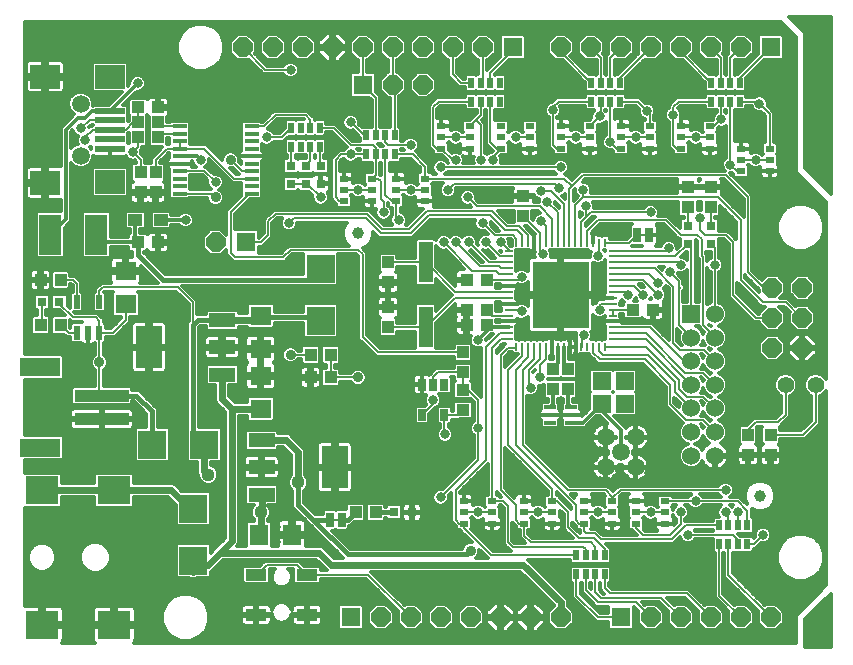
<source format=gtl>
G75*
G70*
%OFA0B0*%
%FSLAX24Y24*%
%IPPOS*%
%LPD*%
%AMOC8*
5,1,8,0,0,1.08239X$1,22.5*
%
%ADD10OC8,0.0640*%
%ADD11R,0.0433X0.0394*%
%ADD12R,0.0394X0.0433*%
%ADD13R,0.0640X0.0640*%
%ADD14R,0.0709X0.0630*%
%ADD15R,0.0315X0.0315*%
%ADD16R,0.0945X0.0945*%
%ADD17R,0.0880X0.0480*%
%ADD18R,0.0866X0.1417*%
%ADD19R,0.0630X0.0709*%
%ADD20R,0.0098X0.0276*%
%ADD21R,0.0276X0.0098*%
%ADD22R,0.1870X0.2224*%
%ADD23R,0.0394X0.0138*%
%ADD24C,0.0594*%
%ADD25R,0.0984X0.0787*%
%ADD26R,0.0984X0.0197*%
%ADD27R,0.0315X0.0217*%
%ADD28R,0.0272X0.0390*%
%ADD29R,0.0197X0.0354*%
%ADD30R,0.0748X0.1339*%
%ADD31R,0.1102X0.0945*%
%ADD32R,0.0472X0.1378*%
%ADD33R,0.0600X0.0600*%
%ADD34C,0.0600*%
%ADD35R,0.0500X0.0125*%
%ADD36R,0.0472X0.0394*%
%ADD37R,0.0606X0.0606*%
%ADD38R,0.1811X0.0394*%
%ADD39R,0.1339X0.0630*%
%ADD40R,0.0217X0.0472*%
%ADD41R,0.0709X0.0394*%
%ADD42C,0.0394*%
%ADD43C,0.0560*%
%ADD44C,0.0080*%
%ADD45R,0.0250X0.0500*%
%ADD46C,0.0240*%
%ADD47C,0.0160*%
%ADD48C,0.0070*%
%ADD49C,0.0440*%
%ADD50C,0.0360*%
%ADD51C,0.0120*%
%ADD52C,0.0330*%
%ADD53C,0.0350*%
D10*
X013750Y002336D03*
X014750Y002336D03*
X015750Y002336D03*
X016750Y002336D03*
X017750Y002336D03*
X018750Y002336D03*
X019750Y002336D03*
X022750Y002336D03*
X023750Y002336D03*
X024750Y002336D03*
X025750Y002336D03*
X026750Y002336D03*
X026805Y011316D03*
X026805Y012316D03*
X027805Y012316D03*
X027805Y011316D03*
X027805Y013316D03*
X026805Y013316D03*
X025750Y021336D03*
X024750Y021336D03*
X023750Y021336D03*
X022750Y021336D03*
X021750Y021336D03*
X020750Y021336D03*
X019750Y021336D03*
X017150Y021336D03*
X016150Y021336D03*
X015150Y021336D03*
X014150Y021336D03*
X013150Y021336D03*
X012150Y021336D03*
X011150Y021336D03*
X010150Y021336D03*
X009150Y021336D03*
X014150Y020086D03*
X015150Y020086D03*
X008250Y014836D03*
D11*
X006335Y014836D03*
X005665Y014836D03*
X005665Y019336D03*
X006335Y019336D03*
X016615Y013586D03*
X017285Y013586D03*
X017285Y012586D03*
X017285Y012086D03*
X016615Y012086D03*
X016615Y012586D03*
X016500Y009920D03*
X016500Y009251D03*
X022165Y012586D03*
X022835Y012586D03*
X024000Y016001D03*
X024000Y016670D03*
X024750Y016670D03*
X024750Y016001D03*
D12*
X018500Y015701D03*
X018500Y016370D03*
X014000Y014170D03*
X014000Y013501D03*
X014000Y012670D03*
X014000Y012001D03*
X012085Y011086D03*
X011415Y011086D03*
X011415Y010336D03*
X012085Y010336D03*
X016500Y010501D03*
X016500Y011170D03*
X019500Y010620D03*
X020000Y010620D03*
X020000Y009951D03*
X019500Y009951D03*
X013585Y005836D03*
X012915Y005836D03*
X003085Y012086D03*
X002415Y012086D03*
X002415Y013586D03*
X003085Y013586D03*
X005750Y016501D03*
X006250Y016501D03*
X006250Y017170D03*
X005750Y017170D03*
X005665Y018336D03*
X005665Y018836D03*
X006335Y018836D03*
X006335Y018336D03*
X026000Y008420D03*
X026000Y007751D03*
X026750Y007751D03*
X026750Y008420D03*
D13*
X021750Y002336D03*
X012750Y002336D03*
X009250Y014836D03*
X013150Y020086D03*
X018150Y021336D03*
X026750Y021336D03*
D14*
X009750Y012387D03*
X009750Y011284D03*
X009750Y010387D03*
X009750Y009284D03*
X005250Y012784D03*
X005250Y013887D03*
D15*
X003045Y012836D03*
X002455Y012836D03*
X010750Y016790D03*
X011250Y016790D03*
X011750Y016790D03*
X011750Y017381D03*
X011250Y017381D03*
X010750Y017381D03*
X024000Y015381D03*
X024000Y014790D03*
X024750Y014790D03*
X024750Y015381D03*
X014795Y005836D03*
X014205Y005836D03*
D16*
X007866Y008086D03*
X006134Y008086D03*
X007500Y005952D03*
X007500Y004219D03*
X011750Y012219D03*
X011750Y013952D03*
D17*
X008470Y012245D03*
X008470Y011336D03*
X008470Y010426D03*
X009780Y008245D03*
X009780Y007336D03*
X009780Y006426D03*
D18*
X012220Y007336D03*
X006030Y011336D03*
D19*
X009699Y005086D03*
X010801Y005086D03*
D20*
X018274Y011353D03*
X018470Y011353D03*
X018667Y011353D03*
X018864Y011353D03*
X019061Y011353D03*
X019258Y011353D03*
X019455Y011353D03*
X019652Y011353D03*
X019848Y011353D03*
X020045Y011353D03*
X020242Y011353D03*
X020439Y011353D03*
X020636Y011353D03*
X020833Y011353D03*
X021030Y011353D03*
X021226Y011353D03*
X021226Y014818D03*
X021030Y014818D03*
X020833Y014818D03*
X020636Y014818D03*
X020439Y014818D03*
X020242Y014818D03*
X020045Y014818D03*
X019848Y014818D03*
X019652Y014818D03*
X019455Y014818D03*
X019258Y014818D03*
X019061Y014818D03*
X018864Y014818D03*
X018667Y014818D03*
X018470Y014818D03*
X018274Y014818D03*
D21*
X018018Y014562D03*
X018018Y014365D03*
X018018Y014168D03*
X018018Y013971D03*
X018018Y013775D03*
X018018Y013578D03*
X018018Y013381D03*
X018018Y013184D03*
X018018Y012987D03*
X018018Y012790D03*
X018018Y012593D03*
X018018Y012397D03*
X018018Y012200D03*
X018018Y012003D03*
X018018Y011806D03*
X018018Y011609D03*
X021482Y011609D03*
X021482Y011806D03*
X021482Y012003D03*
X021482Y012200D03*
X021482Y012397D03*
X021482Y012593D03*
X021482Y012790D03*
X021482Y012987D03*
X021482Y013184D03*
X021482Y013381D03*
X021482Y013578D03*
X021482Y013775D03*
X021482Y013971D03*
X021482Y014168D03*
X021482Y014365D03*
X021482Y014562D03*
D22*
X019750Y013086D03*
D23*
X019396Y009341D03*
X019396Y009086D03*
X019396Y008830D03*
X020104Y008830D03*
X020104Y009086D03*
X020104Y009341D03*
D24*
X021250Y008336D03*
X021750Y007836D03*
X021250Y007336D03*
X022250Y007336D03*
X022250Y008336D03*
X003750Y017719D03*
X003750Y019452D03*
D25*
X004734Y020357D03*
X002569Y020357D03*
X002569Y016814D03*
X004734Y016853D03*
D26*
X004734Y017956D03*
X004734Y018271D03*
X004734Y018586D03*
X004734Y018901D03*
X004734Y019216D03*
D27*
X012528Y016960D03*
X012528Y016586D03*
X012528Y016212D03*
X013472Y016212D03*
X013472Y016586D03*
X013472Y016960D03*
X014278Y016960D03*
X014278Y016586D03*
X014278Y016212D03*
X015222Y016212D03*
X015222Y016586D03*
X015222Y016960D03*
X015778Y017962D03*
X015778Y018336D03*
X015778Y018710D03*
X016722Y018710D03*
X016722Y018336D03*
X016722Y017962D03*
X017778Y017962D03*
X017778Y018336D03*
X017778Y018710D03*
X018722Y018710D03*
X018722Y018336D03*
X018722Y017962D03*
X019778Y017962D03*
X019778Y018336D03*
X019778Y018710D03*
X020722Y018710D03*
X020722Y018336D03*
X020722Y017962D03*
X021778Y017962D03*
X021778Y018336D03*
X021778Y018710D03*
X022722Y018710D03*
X022722Y018336D03*
X022722Y017962D03*
X023778Y017962D03*
X023778Y018336D03*
X023778Y018710D03*
X024722Y018710D03*
X024722Y018336D03*
X024722Y017962D03*
X025778Y017960D03*
X025778Y017586D03*
X025778Y017212D03*
X026722Y017212D03*
X026722Y017586D03*
X026722Y017960D03*
X023222Y006210D03*
X023222Y005836D03*
X023222Y005462D03*
X022278Y005462D03*
X022278Y005836D03*
X022278Y006210D03*
X021472Y006210D03*
X021472Y005836D03*
X021472Y005462D03*
X020528Y005462D03*
X020528Y005836D03*
X020528Y006210D03*
X019472Y006210D03*
X019472Y005836D03*
X019472Y005462D03*
X018528Y005462D03*
X018528Y005836D03*
X018528Y006210D03*
X017472Y006210D03*
X017472Y005836D03*
X017472Y005462D03*
X016528Y005462D03*
X016528Y005836D03*
X016528Y006210D03*
D28*
X015874Y009074D03*
X015126Y009074D03*
X015126Y010093D03*
X015500Y010093D03*
X015874Y010093D03*
D29*
X020278Y004401D03*
X020593Y004401D03*
X020907Y004401D03*
X021222Y004401D03*
X021222Y003771D03*
X020907Y003771D03*
X020593Y003771D03*
X020278Y003771D03*
X025028Y004771D03*
X025343Y004771D03*
X025657Y004771D03*
X025972Y004771D03*
X025972Y005401D03*
X025657Y005401D03*
X025343Y005401D03*
X025028Y005401D03*
X014222Y017771D03*
X013907Y017771D03*
X013593Y017771D03*
X013278Y017771D03*
X013278Y018401D03*
X013593Y018401D03*
X013907Y018401D03*
X014222Y018401D03*
X016778Y019521D03*
X017093Y019521D03*
X017407Y019521D03*
X017722Y019521D03*
X017722Y020151D03*
X017407Y020151D03*
X017093Y020151D03*
X016778Y020151D03*
X020778Y020151D03*
X021093Y020151D03*
X021407Y020151D03*
X021722Y020151D03*
X021722Y019521D03*
X021407Y019521D03*
X021093Y019521D03*
X020778Y019521D03*
X024778Y019521D03*
X025093Y019521D03*
X025407Y019521D03*
X025722Y019521D03*
X025722Y020151D03*
X025407Y020151D03*
X025093Y020151D03*
X024778Y020151D03*
X011722Y018651D03*
X011407Y018651D03*
X011093Y018651D03*
X010778Y018651D03*
X010778Y018021D03*
X011093Y018021D03*
X011407Y018021D03*
X011722Y018021D03*
D30*
X004268Y015086D03*
X002732Y015086D03*
D31*
X002469Y006580D03*
X004870Y006580D03*
X004870Y002091D03*
X002469Y002091D03*
D32*
X015250Y012003D03*
X015250Y014168D03*
D33*
X024106Y012448D03*
D34*
X024894Y012448D03*
X024894Y011660D03*
X024894Y010873D03*
X024106Y010873D03*
X024106Y011660D03*
X024106Y010086D03*
X024894Y010086D03*
X024894Y009298D03*
X024106Y009298D03*
X024106Y008511D03*
X024106Y007723D03*
X024894Y007723D03*
X024894Y008511D03*
D35*
X009450Y016461D03*
X009450Y016711D03*
X009450Y016961D03*
X009450Y017211D03*
X009450Y017461D03*
X009450Y017711D03*
X009450Y017961D03*
X009450Y018211D03*
X009450Y018461D03*
X009450Y018711D03*
X007050Y018711D03*
X007050Y018461D03*
X007050Y018211D03*
X007050Y017961D03*
X007050Y017711D03*
X007050Y017461D03*
X007050Y017211D03*
X007050Y016961D03*
X007050Y016711D03*
X007050Y016461D03*
D36*
X006433Y015586D03*
X005567Y015586D03*
D37*
X021118Y010217D03*
X021882Y010217D03*
X021882Y009454D03*
X021118Y009454D03*
D38*
X004457Y009729D03*
X004457Y008942D03*
D39*
X002409Y007997D03*
X002409Y010674D03*
D40*
X003626Y011824D03*
X004000Y011824D03*
X004374Y011824D03*
X004374Y012847D03*
X003626Y012847D03*
D41*
X009604Y003755D03*
X009604Y002416D03*
X011296Y002416D03*
X011296Y003755D03*
D42*
X013000Y015136D03*
X026400Y006386D03*
D43*
X027250Y010086D03*
X028250Y010086D03*
D44*
X022650Y015086D02*
X022350Y015086D01*
X012400Y005586D02*
X012100Y005586D01*
D45*
X012050Y005586D03*
X012450Y005586D03*
X022300Y015086D03*
X022700Y015086D03*
D46*
X011000Y007836D02*
X011000Y006836D01*
X011000Y007836D02*
X010590Y008245D01*
X009780Y008245D01*
X009750Y009284D02*
X008801Y009284D01*
X008801Y004887D01*
X008400Y004486D01*
X008000Y004086D01*
X007750Y004086D01*
X007500Y003836D01*
X007500Y004219D01*
X008400Y004486D02*
X011700Y004486D01*
X012100Y004086D01*
X018500Y004086D01*
X019750Y002836D01*
X019750Y002336D01*
X009949Y009284D02*
X009750Y009284D01*
X008801Y009284D02*
X008470Y009616D01*
X008470Y010426D01*
X008470Y012245D02*
X009609Y012245D01*
X009750Y012387D01*
X009801Y012336D01*
X008567Y012342D02*
X008470Y012245D01*
X007866Y008086D02*
X007866Y007219D01*
X008000Y007086D01*
X006756Y006580D02*
X007500Y005836D01*
X007500Y005952D01*
X006756Y006580D02*
X004870Y006580D01*
X002469Y006580D01*
X009780Y006426D02*
X009780Y005866D01*
X009750Y005836D01*
X009750Y005137D01*
X009699Y005086D01*
D47*
X011000Y006086D02*
X011500Y005586D01*
X012050Y005586D01*
X012450Y005586D02*
X012665Y005586D01*
X012915Y005836D01*
X013585Y005836D02*
X014205Y005836D01*
X012650Y004436D02*
X011500Y005586D01*
X011000Y006086D02*
X011000Y006836D01*
X012650Y004436D02*
X016625Y004436D01*
X016750Y004561D01*
X007866Y008086D02*
X007500Y008452D01*
X007500Y012086D01*
X007660Y012245D01*
X008470Y012245D01*
X009801Y012336D02*
X011500Y012336D01*
X011866Y011969D01*
X011750Y012219D01*
X011366Y013586D02*
X011750Y013952D01*
X011366Y013586D02*
X006500Y013586D01*
X005665Y014420D01*
X005665Y014836D01*
X005606Y009729D02*
X004457Y009729D01*
X005606Y009729D02*
X006134Y009202D01*
X006134Y008086D01*
D48*
X004457Y009729D02*
X004374Y009812D01*
X004374Y010836D01*
X004374Y011824D01*
X004374Y012212D01*
X004250Y012336D01*
X003500Y012336D01*
X003045Y012790D01*
X003045Y012836D01*
X003626Y012847D02*
X003626Y013460D01*
X003500Y013586D01*
X003085Y013586D01*
X002455Y012836D02*
X002455Y012125D01*
X002415Y012086D01*
X003085Y012086D02*
X003346Y011824D01*
X003626Y011824D01*
X004374Y011824D02*
X004823Y011824D01*
X005250Y012251D01*
X005250Y012784D01*
X004374Y012847D02*
X004374Y013210D01*
X004500Y013336D01*
X007000Y013336D01*
X007500Y012836D01*
X007500Y012086D01*
X008900Y014336D02*
X010500Y014336D01*
X010750Y014586D01*
X013000Y014586D01*
X013150Y014436D01*
X013150Y011686D01*
X013665Y011170D01*
X016500Y011170D01*
X017250Y011336D02*
X017250Y007586D01*
X016250Y006586D01*
X016250Y005586D01*
X016374Y005462D01*
X016528Y005462D01*
X016528Y005308D01*
X017435Y004401D01*
X020278Y004401D01*
X020593Y004401D02*
X020593Y004603D01*
X020510Y004686D01*
X018150Y004686D01*
X018000Y004836D01*
X018000Y006036D01*
X017826Y006210D01*
X017472Y006210D01*
X017472Y011308D01*
X017774Y011609D01*
X018018Y011609D01*
X018018Y011806D02*
X017720Y011806D01*
X017250Y011336D01*
X017750Y011086D02*
X017994Y011330D01*
X018250Y011330D01*
X018274Y011353D01*
X018470Y011353D02*
X018470Y011056D01*
X018000Y010586D01*
X018000Y008086D01*
X019472Y006613D01*
X019472Y006210D01*
X019626Y006210D01*
X020000Y005836D01*
X020000Y005336D01*
X020350Y004986D01*
X020850Y004986D01*
X021222Y004613D01*
X021222Y004401D01*
X020907Y004401D02*
X020907Y004678D01*
X020750Y004836D01*
X018750Y004836D01*
X018528Y005058D01*
X018528Y005462D01*
X018374Y005462D01*
X018250Y005586D01*
X018250Y006086D01*
X017750Y006586D01*
X017750Y011086D01*
X018250Y010586D02*
X018250Y008086D01*
X020250Y006086D01*
X020250Y005586D01*
X020374Y005462D01*
X020528Y005462D01*
X020528Y005208D01*
X020600Y005136D01*
X020900Y005136D01*
X021100Y004936D01*
X023450Y004936D01*
X023915Y005401D01*
X025028Y005401D01*
X025343Y005401D02*
X025343Y005743D01*
X025250Y005836D01*
X025650Y005836D02*
X025650Y005408D01*
X025657Y005401D01*
X025972Y005401D02*
X025972Y005888D01*
X025651Y006210D01*
X024250Y006210D01*
X023222Y006210D01*
X023222Y005836D02*
X022750Y005836D01*
X022278Y005836D01*
X022278Y005462D02*
X022278Y005308D01*
X022500Y005086D01*
X023400Y005086D01*
X023750Y005436D01*
X023750Y005836D01*
X024000Y005086D02*
X025500Y005086D01*
X025657Y004928D01*
X025657Y004771D01*
X025343Y004771D02*
X025343Y003743D01*
X026750Y002336D01*
X025750Y002336D02*
X025028Y003058D01*
X025028Y004771D01*
X025972Y004771D02*
X026185Y004771D01*
X026500Y005086D01*
X025250Y006586D02*
X021750Y006586D01*
X021472Y006308D01*
X021472Y006210D01*
X021472Y006363D01*
X021250Y006586D01*
X020000Y006586D01*
X018500Y008086D01*
X018500Y010586D01*
X018864Y010950D01*
X018864Y011353D01*
X018667Y011353D02*
X018667Y011003D01*
X018250Y010586D01*
X018700Y010586D02*
X018700Y010036D01*
X018750Y009986D01*
X019050Y010336D02*
X019050Y010736D01*
X019258Y010943D01*
X019258Y011353D01*
X019061Y011353D02*
X019061Y010947D01*
X018700Y010586D01*
X020439Y011353D02*
X020450Y011364D01*
X020450Y011686D01*
X020525Y011736D01*
X020833Y011353D02*
X020833Y011153D01*
X021050Y010936D01*
X022550Y010936D01*
X023400Y010086D01*
X023400Y009436D01*
X023925Y008911D01*
X024494Y008911D01*
X024894Y008511D01*
X026000Y008586D02*
X026000Y008420D01*
X026000Y008586D02*
X026250Y008836D01*
X027000Y008836D01*
X027250Y009086D01*
X027250Y010086D01*
X028250Y010086D02*
X028250Y008836D01*
X027835Y008420D01*
X026750Y008420D01*
X024894Y009298D02*
X024506Y009686D01*
X023950Y009686D01*
X023700Y009936D01*
X023700Y010236D01*
X022582Y011353D01*
X021226Y011353D01*
X021030Y011353D02*
X021030Y011206D01*
X021150Y011086D01*
X022650Y011086D01*
X023550Y010186D01*
X023550Y009854D01*
X024106Y009298D01*
X024106Y010086D02*
X022583Y011609D01*
X021482Y011609D01*
X021482Y011806D02*
X022580Y011806D01*
X023900Y010486D01*
X024494Y010486D01*
X024894Y010086D01*
X024894Y010873D02*
X024894Y010892D01*
X024525Y011261D01*
X023719Y011261D01*
X023500Y011479D01*
X023500Y013361D01*
X022889Y013971D01*
X021482Y013971D01*
X021482Y013775D02*
X022711Y013775D01*
X023000Y013486D01*
X023000Y013086D02*
X022508Y013578D01*
X021482Y013578D01*
X021482Y013381D02*
X022205Y013381D01*
X022500Y013086D01*
X022000Y013086D02*
X021902Y013184D01*
X021482Y013184D01*
X021482Y012790D02*
X021095Y012790D01*
X021050Y012745D01*
X021050Y012586D01*
X021482Y012593D02*
X021482Y012397D01*
X021482Y012593D02*
X022157Y012593D01*
X022165Y012586D01*
X022733Y012003D02*
X021482Y012003D01*
X022733Y012003D02*
X023863Y010873D01*
X024106Y010873D01*
X024106Y011660D02*
X024106Y011679D01*
X023700Y012086D01*
X023700Y013286D01*
X023700Y013536D01*
X023400Y013836D01*
X023667Y014168D02*
X023750Y014086D01*
X023667Y014168D02*
X021482Y014168D01*
X021482Y014365D02*
X023575Y014365D01*
X024000Y014790D01*
X024106Y014684D01*
X024106Y012448D01*
X024500Y012086D02*
X024500Y014336D01*
X024450Y014386D01*
X024450Y014936D01*
X024300Y015086D01*
X023750Y015086D01*
X023250Y015586D01*
X021000Y015586D01*
X020636Y015221D01*
X020636Y014818D01*
X020439Y014818D02*
X020439Y015525D01*
X020600Y015686D01*
X020600Y016036D01*
X020750Y015836D02*
X020600Y015686D01*
X020750Y015836D02*
X022750Y015836D01*
X022300Y015086D02*
X022032Y014818D01*
X021226Y014818D01*
X021030Y014818D02*
X021030Y014415D01*
X021000Y014386D01*
X021482Y014562D02*
X023276Y014562D01*
X023350Y014636D01*
X024000Y015381D02*
X024000Y016001D01*
X024400Y015636D02*
X024400Y015236D01*
X024550Y015086D01*
X025250Y015086D01*
X025500Y014836D01*
X025500Y013086D01*
X026270Y012316D01*
X026805Y012316D01*
X026500Y012836D02*
X025750Y013586D01*
X025750Y015586D01*
X025000Y016336D01*
X020500Y016336D01*
X020500Y016586D01*
X020500Y016336D02*
X020242Y016078D01*
X020242Y014818D01*
X020045Y014818D02*
X020045Y016631D01*
X020125Y016711D01*
X019876Y016960D01*
X015222Y016960D01*
X015222Y017363D01*
X014815Y017771D01*
X014222Y017771D01*
X013907Y017771D02*
X013907Y016428D01*
X014124Y016212D01*
X014278Y016212D01*
X014278Y015658D01*
X014350Y015586D01*
X014700Y015286D02*
X013800Y015286D01*
X013300Y015786D01*
X010250Y015786D01*
X010000Y015536D01*
X010000Y015086D01*
X009750Y014836D01*
X009250Y014836D01*
X008750Y014486D02*
X008900Y014336D01*
X008750Y014486D02*
X008750Y015836D01*
X009375Y016461D01*
X009450Y016461D01*
X009450Y016961D02*
X008875Y016961D01*
X007875Y017961D01*
X007050Y017961D01*
X007050Y018211D01*
X007050Y018461D02*
X006460Y018461D01*
X006335Y018336D01*
X006460Y018711D02*
X006335Y018836D01*
X006460Y018711D02*
X007050Y018711D01*
X007050Y017961D02*
X006625Y017961D01*
X006250Y017586D01*
X006250Y017170D01*
X005750Y017170D02*
X005750Y017586D01*
X005500Y017836D01*
X005665Y018001D01*
X005665Y018336D01*
X005250Y018586D02*
X004734Y018586D01*
X004150Y018586D01*
X003900Y018336D01*
X003900Y018236D01*
X003750Y018636D02*
X004065Y018901D01*
X004734Y018901D01*
X005250Y018586D02*
X005500Y018836D01*
X005665Y018836D01*
X005665Y019336D01*
X007050Y017211D02*
X007875Y017211D01*
X008250Y016836D01*
X008125Y016461D02*
X008250Y016336D01*
X008125Y016461D02*
X007050Y016461D01*
X008750Y017586D02*
X009125Y017211D01*
X009450Y017211D01*
X009950Y018336D02*
X010463Y018336D01*
X010778Y018651D01*
X011407Y018651D02*
X011407Y018928D01*
X011250Y019086D01*
X010250Y019086D01*
X009875Y018711D01*
X009450Y018711D01*
X010778Y018021D02*
X010778Y017408D01*
X010750Y017381D01*
X011250Y017381D02*
X011407Y017538D01*
X011407Y018021D01*
X011722Y018021D02*
X011722Y017408D01*
X011750Y017381D01*
X012250Y017586D02*
X012250Y016336D01*
X012374Y016212D01*
X012528Y016212D01*
X012528Y016586D02*
X013000Y016586D01*
X013472Y016586D01*
X013750Y016286D02*
X013750Y016886D01*
X013676Y016960D01*
X013472Y016960D01*
X013593Y017080D01*
X013593Y017771D01*
X013593Y017993D01*
X013500Y018086D01*
X012750Y018086D01*
X012185Y018651D01*
X011722Y018651D01*
X012750Y018836D02*
X013185Y018401D01*
X013278Y018401D01*
X013593Y018401D02*
X013593Y019643D01*
X013150Y020086D01*
X013150Y021336D01*
X014150Y021336D02*
X014150Y020086D01*
X014222Y020013D01*
X014222Y018401D01*
X013907Y018401D02*
X013907Y018178D01*
X014000Y018086D01*
X014750Y018086D01*
X015500Y018086D02*
X015624Y017962D01*
X015778Y017962D01*
X016154Y017586D01*
X016250Y017586D01*
X015750Y017336D02*
X019750Y017336D01*
X019550Y016786D02*
X016200Y016786D01*
X016000Y016586D01*
X016650Y016336D02*
X016950Y016036D01*
X019050Y016036D01*
X019455Y015631D01*
X019455Y014818D01*
X019652Y014818D02*
X019652Y015834D01*
X019300Y016186D01*
X019425Y016536D02*
X019100Y016536D01*
X019425Y016536D02*
X019848Y016112D01*
X019848Y014818D01*
X019258Y014818D02*
X019258Y015378D01*
X019100Y015536D01*
X019061Y015140D02*
X018500Y015701D01*
X018350Y015386D02*
X017950Y015386D01*
X017450Y015886D01*
X015300Y015886D01*
X014700Y015286D01*
X014750Y015136D02*
X013750Y015136D01*
X013250Y015636D01*
X010850Y015636D01*
X010700Y015486D01*
X011750Y016336D02*
X011295Y016790D01*
X011250Y016790D01*
X010750Y016790D01*
X012250Y017586D02*
X012435Y017771D01*
X012750Y017771D01*
X013278Y017771D01*
X014278Y016586D02*
X014750Y016586D01*
X015222Y016586D01*
X015350Y015736D02*
X014750Y015136D01*
X015350Y015736D02*
X017400Y015736D01*
X017900Y015236D01*
X018300Y015236D01*
X018470Y015065D01*
X018470Y014818D01*
X018274Y014818D02*
X018274Y014962D01*
X018150Y015086D01*
X017550Y015086D01*
X017150Y015486D01*
X017250Y014836D02*
X017720Y014365D01*
X018018Y014365D01*
X018018Y014168D02*
X017367Y014168D01*
X016700Y014836D01*
X016250Y014836D02*
X017050Y014036D01*
X017700Y014036D01*
X017764Y013971D01*
X018018Y013971D01*
X018018Y013775D02*
X017711Y013775D01*
X017600Y013886D01*
X016800Y013886D01*
X015850Y014836D01*
X015250Y014168D02*
X014002Y014168D01*
X014000Y014170D01*
X015250Y014168D02*
X016234Y013184D01*
X018018Y013184D01*
X018018Y012987D02*
X016234Y012987D01*
X015250Y012003D01*
X014002Y012003D01*
X014000Y012001D01*
X012085Y011086D02*
X012085Y010336D01*
X013000Y010336D01*
X011415Y011086D02*
X010750Y011086D01*
X015126Y009074D02*
X015500Y009448D01*
X015500Y009586D01*
X015500Y010093D02*
X015500Y010336D01*
X015665Y010501D01*
X016500Y010501D01*
X016500Y009920D01*
X016665Y009920D01*
X017000Y009586D01*
X017000Y009286D01*
X017000Y008636D01*
X017000Y007586D01*
X015750Y006336D01*
X016528Y005836D02*
X017000Y005836D01*
X017472Y005836D01*
X018528Y005836D02*
X019000Y005836D01*
X019472Y005836D01*
X020528Y005836D02*
X021000Y005836D01*
X021472Y005836D01*
X021222Y003771D02*
X021222Y003313D01*
X021400Y003136D01*
X023950Y003136D01*
X024750Y002336D01*
X023750Y002336D02*
X023100Y002986D01*
X021100Y002986D01*
X020907Y003178D01*
X020907Y003771D01*
X020593Y003771D02*
X020593Y003243D01*
X021000Y002836D01*
X022250Y002836D01*
X022750Y002336D01*
X021750Y002336D02*
X021000Y002336D01*
X020278Y003058D01*
X020278Y003771D01*
X014750Y002336D02*
X013331Y003755D01*
X011296Y003755D01*
X010966Y004086D01*
X009950Y004086D01*
X009619Y003755D01*
X009604Y003755D01*
X015874Y008462D02*
X015900Y008436D01*
X015874Y008462D02*
X015874Y009074D01*
X016323Y009074D01*
X016500Y009251D01*
X017474Y012397D02*
X017285Y012586D01*
X017474Y012397D02*
X018018Y012397D01*
X018018Y012593D02*
X018392Y012593D01*
X018450Y012536D01*
X018342Y013578D02*
X018018Y013578D01*
X017293Y013578D01*
X017285Y013586D01*
X018342Y013578D02*
X018450Y013686D01*
X018018Y014562D02*
X018018Y014568D01*
X017750Y014836D01*
X018350Y015386D02*
X018667Y015068D01*
X018667Y014818D01*
X019061Y014818D02*
X019061Y014525D01*
X019150Y014436D01*
X019061Y014818D02*
X019061Y015140D01*
X019700Y016636D02*
X019550Y016786D01*
X020125Y016711D02*
X020500Y017086D01*
X025250Y017086D01*
X026000Y016336D01*
X026000Y013836D01*
X026520Y013316D01*
X026805Y013316D01*
X026500Y012836D02*
X027250Y012836D01*
X027770Y012316D01*
X027805Y012316D01*
X024894Y012448D02*
X024894Y014086D01*
X024894Y014336D01*
X024894Y014647D01*
X024750Y014790D01*
X024750Y015381D02*
X024750Y016001D01*
X025624Y017212D02*
X025407Y017428D01*
X025407Y017586D01*
X025407Y019521D01*
X025093Y019521D02*
X025093Y018928D01*
X025100Y018936D01*
X024874Y018710D01*
X024722Y018710D01*
X025075Y018911D02*
X025093Y018928D01*
X024778Y019521D02*
X023685Y019521D01*
X023500Y019336D01*
X023500Y019086D01*
X023500Y018086D01*
X023624Y017962D01*
X023778Y017962D01*
X023778Y018336D02*
X024250Y018336D01*
X024722Y018336D01*
X025778Y017586D02*
X026250Y017586D01*
X026722Y017586D01*
X026722Y017960D02*
X026722Y019113D01*
X026500Y019336D01*
X026375Y019461D01*
X026315Y019521D01*
X025722Y019521D01*
X025722Y020151D02*
X025722Y020308D01*
X026750Y021336D01*
X025750Y021336D02*
X025407Y020993D01*
X025407Y020151D01*
X025093Y020151D02*
X025093Y020993D01*
X024750Y021336D01*
X023750Y021336D02*
X023750Y021178D01*
X024778Y020151D01*
X022722Y019113D02*
X022722Y018710D01*
X022722Y019113D02*
X022625Y019211D01*
X022315Y019521D01*
X021722Y019521D01*
X021407Y019521D02*
X021407Y018178D01*
X021624Y017962D01*
X021778Y017962D01*
X021778Y018336D02*
X022250Y018336D01*
X022722Y018336D01*
X021093Y019080D02*
X021049Y019036D01*
X020722Y018710D01*
X021093Y019080D02*
X021093Y019521D01*
X020778Y019521D02*
X019685Y019521D01*
X019500Y019336D01*
X019500Y019236D01*
X019500Y018086D01*
X019624Y017962D01*
X019778Y017962D01*
X019778Y018336D02*
X020250Y018336D01*
X020722Y018336D01*
X018722Y018336D02*
X018250Y018336D01*
X017778Y017962D02*
X017500Y017684D01*
X017500Y017586D01*
X017624Y017962D02*
X017407Y018178D01*
X017407Y019521D01*
X017093Y019521D02*
X017093Y019080D01*
X016924Y018911D01*
X017100Y018736D01*
X017100Y017586D01*
X017624Y017962D02*
X017778Y017962D01*
X016722Y018336D02*
X016250Y018336D01*
X015778Y018336D01*
X015500Y018086D02*
X015500Y019336D01*
X015685Y019521D01*
X016778Y019521D01*
X016924Y018911D02*
X016722Y018710D01*
X016778Y020151D02*
X016435Y020151D01*
X016150Y020436D01*
X016150Y021336D01*
X017150Y021336D02*
X017150Y020208D01*
X017093Y020151D01*
X017407Y020151D02*
X017407Y020493D01*
X018150Y021236D01*
X018150Y021336D01*
X019750Y021336D02*
X019750Y021178D01*
X020778Y020151D01*
X021093Y020151D02*
X021093Y020993D01*
X020750Y021336D01*
X021407Y020993D02*
X021750Y021336D01*
X021407Y020993D02*
X021407Y020151D01*
X021722Y020151D02*
X021722Y020308D01*
X022750Y021336D01*
X025624Y017212D02*
X025778Y017212D01*
X023750Y013336D02*
X023700Y013286D01*
X024500Y012086D02*
X024894Y011692D01*
X024894Y011660D01*
X013850Y015836D02*
X013850Y016186D01*
X013750Y016286D01*
X010750Y020586D02*
X009900Y020586D01*
X009150Y021336D01*
D49*
X008000Y007086D03*
X009750Y005836D03*
X011000Y006836D03*
D50*
X016750Y004561D03*
D51*
X002409Y002724D02*
X002409Y002151D01*
X002529Y002151D01*
X003180Y002151D01*
X003180Y002585D01*
X003169Y002626D01*
X003148Y002662D01*
X003118Y002692D01*
X003081Y002713D01*
X003041Y002724D01*
X002529Y002724D01*
X002529Y002151D01*
X002529Y002031D01*
X003180Y002031D01*
X003180Y001598D01*
X003169Y001557D01*
X003148Y001521D01*
X003122Y001496D01*
X004216Y001496D01*
X004191Y001521D01*
X004170Y001557D01*
X004159Y001598D01*
X004159Y002031D01*
X004810Y002031D01*
X004810Y002151D01*
X004159Y002151D01*
X004159Y002585D01*
X004170Y002626D01*
X004191Y002662D01*
X004221Y002692D01*
X004257Y002713D01*
X004298Y002724D01*
X004810Y002724D01*
X004810Y002151D01*
X004930Y002151D01*
X005581Y002151D01*
X005581Y002585D01*
X005570Y002626D01*
X005549Y002662D01*
X005520Y002692D01*
X005483Y002713D01*
X005442Y002724D01*
X004930Y002724D01*
X004930Y002151D01*
X004930Y002031D01*
X005581Y002031D01*
X005581Y001598D01*
X005570Y001557D01*
X005549Y001521D01*
X005524Y001496D01*
X027590Y001496D01*
X027590Y002402D01*
X027684Y002496D01*
X028590Y003402D01*
X028590Y009887D01*
X028581Y009865D01*
X028471Y009755D01*
X028395Y009724D01*
X028395Y008776D01*
X028310Y008691D01*
X027895Y008275D01*
X027057Y008275D01*
X027057Y008158D01*
X027013Y008114D01*
X027045Y008096D01*
X027075Y008066D01*
X027096Y008029D01*
X027107Y007989D01*
X027107Y007789D01*
X026788Y007789D01*
X026788Y007713D01*
X027107Y007713D01*
X027107Y007513D01*
X027096Y007473D01*
X027075Y007436D01*
X027045Y007406D01*
X027009Y007385D01*
X026968Y007374D01*
X026788Y007374D01*
X026788Y007713D01*
X026712Y007713D01*
X026712Y007374D01*
X026532Y007374D01*
X026491Y007385D01*
X026455Y007406D01*
X026425Y007436D01*
X026404Y007473D01*
X026393Y007513D01*
X026393Y007713D01*
X026712Y007713D01*
X026712Y007789D01*
X026393Y007789D01*
X026393Y007989D01*
X026404Y008029D01*
X026425Y008066D01*
X026455Y008096D01*
X026487Y008114D01*
X026443Y008158D01*
X026443Y008682D01*
X026451Y008691D01*
X026310Y008691D01*
X026304Y008685D01*
X026307Y008682D01*
X026307Y008158D01*
X026263Y008114D01*
X026295Y008096D01*
X026325Y008066D01*
X026346Y008029D01*
X026357Y007989D01*
X026357Y007789D01*
X026038Y007789D01*
X026038Y007713D01*
X026357Y007713D01*
X026357Y007513D01*
X026346Y007473D01*
X026325Y007436D01*
X026295Y007406D01*
X026259Y007385D01*
X026218Y007374D01*
X026038Y007374D01*
X026038Y007713D01*
X025962Y007713D01*
X025962Y007374D01*
X025782Y007374D01*
X025741Y007385D01*
X025705Y007406D01*
X025675Y007436D01*
X025654Y007473D01*
X025643Y007513D01*
X025643Y007713D01*
X025962Y007713D01*
X025962Y007789D01*
X025643Y007789D01*
X025643Y007989D01*
X025654Y008029D01*
X025675Y008066D01*
X025705Y008096D01*
X025737Y008114D01*
X025693Y008158D01*
X025693Y008682D01*
X025758Y008747D01*
X025956Y008747D01*
X026105Y008896D01*
X026190Y008981D01*
X026940Y008981D01*
X027105Y009146D01*
X027105Y009724D01*
X027029Y009755D01*
X026919Y009865D01*
X026860Y010008D01*
X026860Y010163D01*
X026919Y010307D01*
X027029Y010416D01*
X027172Y010476D01*
X027328Y010476D01*
X027471Y010416D01*
X027581Y010307D01*
X027640Y010163D01*
X027640Y010008D01*
X027581Y009865D01*
X027471Y009755D01*
X027395Y009724D01*
X027395Y009026D01*
X027310Y008941D01*
X027060Y008691D01*
X027049Y008691D01*
X027057Y008682D01*
X027057Y008565D01*
X027775Y008565D01*
X028105Y008896D01*
X028105Y009724D01*
X028029Y009755D01*
X027919Y009865D01*
X027860Y010008D01*
X027860Y010163D01*
X027919Y010307D01*
X028029Y010416D01*
X028172Y010476D01*
X028328Y010476D01*
X028471Y010416D01*
X028581Y010307D01*
X028590Y010284D01*
X028590Y016169D01*
X027684Y017076D01*
X027684Y017076D01*
X027590Y017169D01*
X027590Y021669D01*
X027084Y022176D01*
X001910Y022176D01*
X001910Y011099D01*
X003124Y011099D01*
X003189Y011035D01*
X003189Y010314D01*
X003124Y010249D01*
X001910Y010249D01*
X001910Y008422D01*
X003124Y008422D01*
X003189Y008358D01*
X003189Y007636D01*
X003124Y007572D01*
X001910Y007572D01*
X001910Y007162D01*
X003065Y007162D01*
X003130Y007098D01*
X003130Y006810D01*
X004209Y006810D01*
X004209Y007098D01*
X004273Y007162D01*
X005467Y007162D01*
X005531Y007098D01*
X005531Y006810D01*
X006851Y006810D01*
X007127Y006534D01*
X008018Y006534D01*
X008082Y006470D01*
X008082Y005434D01*
X008018Y005369D01*
X006982Y005369D01*
X006918Y005434D01*
X006918Y006093D01*
X006661Y006350D01*
X005531Y006350D01*
X005531Y006062D01*
X005467Y005997D01*
X004273Y005997D01*
X004209Y006062D01*
X004209Y006350D01*
X003130Y006350D01*
X003130Y006062D01*
X003065Y005997D01*
X001910Y005997D01*
X001910Y002724D01*
X002409Y002724D01*
X002409Y002639D02*
X002529Y002639D01*
X002529Y002521D02*
X002409Y002521D01*
X002409Y002402D02*
X002529Y002402D01*
X002529Y002284D02*
X002409Y002284D01*
X002409Y002165D02*
X002529Y002165D01*
X002529Y002047D02*
X004810Y002047D01*
X004810Y002165D02*
X004930Y002165D01*
X004930Y002047D02*
X006515Y002047D01*
X006466Y002165D02*
X005581Y002165D01*
X005581Y002284D02*
X006460Y002284D01*
X006460Y002178D02*
X006580Y001888D01*
X006803Y001666D01*
X007093Y001546D01*
X007407Y001546D01*
X007697Y001666D01*
X007920Y001888D01*
X008040Y002178D01*
X008040Y002493D01*
X007920Y002783D01*
X007697Y003005D01*
X007407Y003126D01*
X007093Y003126D01*
X006803Y003005D01*
X006580Y002783D01*
X006460Y002493D01*
X006460Y002178D01*
X006460Y002402D02*
X005581Y002402D01*
X005581Y002521D02*
X006472Y002521D01*
X006521Y002639D02*
X005563Y002639D01*
X004930Y002639D02*
X004810Y002639D01*
X004810Y002521D02*
X004930Y002521D01*
X004930Y002402D02*
X004810Y002402D01*
X004810Y002284D02*
X004930Y002284D01*
X005581Y001928D02*
X006564Y001928D01*
X006659Y001810D02*
X005581Y001810D01*
X005581Y001691D02*
X006777Y001691D01*
X007028Y001573D02*
X005574Y001573D01*
X004166Y001573D02*
X003173Y001573D01*
X003180Y001691D02*
X004159Y001691D01*
X004159Y001810D02*
X003180Y001810D01*
X003180Y001928D02*
X004159Y001928D01*
X004159Y002165D02*
X003180Y002165D01*
X003180Y002284D02*
X004159Y002284D01*
X004159Y002402D02*
X003180Y002402D01*
X003180Y002521D02*
X004159Y002521D01*
X004178Y002639D02*
X003161Y002639D01*
X001910Y002758D02*
X006570Y002758D01*
X006673Y002876D02*
X001910Y002876D01*
X001910Y002995D02*
X006792Y002995D01*
X007063Y003113D02*
X001910Y003113D01*
X001910Y003232D02*
X013649Y003232D01*
X013530Y003350D02*
X010544Y003350D01*
X010517Y003339D02*
X010641Y003390D01*
X010736Y003485D01*
X010787Y003609D01*
X010787Y003743D01*
X010736Y003867D01*
X010662Y003941D01*
X010832Y003941D01*
X010832Y003512D01*
X010897Y003448D01*
X011696Y003448D01*
X011761Y003512D01*
X011761Y003610D01*
X013271Y003610D01*
X014343Y002537D01*
X014320Y002514D01*
X014320Y002157D01*
X014572Y001906D01*
X014928Y001906D01*
X015180Y002157D01*
X015180Y002514D01*
X014928Y002766D01*
X014572Y002766D01*
X014548Y002742D01*
X013435Y003856D01*
X018405Y003856D01*
X019520Y002740D01*
X019520Y002714D01*
X019320Y002514D01*
X019320Y002157D01*
X019572Y001906D01*
X019928Y001906D01*
X020180Y002157D01*
X020180Y002514D01*
X019980Y002714D01*
X019980Y002931D01*
X018730Y004181D01*
X018655Y004256D01*
X020069Y004256D01*
X020069Y004178D01*
X020134Y004113D01*
X020422Y004113D01*
X020435Y004127D01*
X020449Y004113D01*
X020737Y004113D01*
X020750Y004127D01*
X020763Y004113D01*
X021051Y004113D01*
X021065Y004127D01*
X021078Y004113D01*
X021366Y004113D01*
X021431Y004178D01*
X021431Y004623D01*
X021366Y004688D01*
X021353Y004688D01*
X021250Y004791D01*
X023510Y004791D01*
X023595Y004876D01*
X023732Y005013D01*
X023767Y004930D01*
X023844Y004852D01*
X023945Y004811D01*
X024055Y004811D01*
X024156Y004852D01*
X024233Y004930D01*
X024238Y004941D01*
X024819Y004941D01*
X024819Y004548D01*
X024883Y004484D01*
X024883Y002998D01*
X025343Y002537D01*
X025320Y002514D01*
X025320Y002157D01*
X025572Y001906D01*
X025928Y001906D01*
X026180Y002157D01*
X026180Y002514D01*
X025928Y002766D01*
X025572Y002766D01*
X025548Y002742D01*
X025173Y003118D01*
X025173Y004484D01*
X025185Y004497D01*
X025198Y004484D01*
X025198Y003683D01*
X026343Y002537D01*
X026320Y002514D01*
X026320Y002157D01*
X026572Y001906D01*
X026928Y001906D01*
X027180Y002157D01*
X027180Y002514D01*
X026928Y002766D01*
X026572Y002766D01*
X026548Y002742D01*
X025488Y003803D01*
X025488Y004484D01*
X025500Y004497D01*
X025513Y004483D01*
X025801Y004483D01*
X025815Y004497D01*
X025828Y004483D01*
X026116Y004483D01*
X026181Y004548D01*
X026181Y004626D01*
X026245Y004626D01*
X026435Y004815D01*
X026445Y004811D01*
X026555Y004811D01*
X026656Y004852D01*
X026733Y004930D01*
X026775Y005031D01*
X026775Y005140D01*
X026733Y005241D01*
X026656Y005319D01*
X026555Y005361D01*
X026445Y005361D01*
X026344Y005319D01*
X026267Y005241D01*
X026225Y005140D01*
X026225Y005031D01*
X026229Y005020D01*
X026181Y004972D01*
X026181Y004993D01*
X026116Y005058D01*
X025828Y005058D01*
X025815Y005044D01*
X025801Y005058D01*
X025733Y005058D01*
X025677Y005113D01*
X025801Y005113D01*
X025815Y005127D01*
X025828Y005113D01*
X026116Y005113D01*
X026181Y005178D01*
X026181Y005623D01*
X026117Y005687D01*
X026117Y005948D01*
X026113Y005952D01*
X026299Y005876D01*
X026501Y005876D01*
X026689Y005953D01*
X026832Y006097D01*
X026910Y006284D01*
X026910Y006487D01*
X026832Y006674D01*
X026689Y006818D01*
X026501Y006896D01*
X026299Y006896D01*
X026111Y006818D01*
X025968Y006674D01*
X025890Y006487D01*
X025890Y006284D01*
X025967Y006099D01*
X025711Y006355D01*
X025408Y006355D01*
X025483Y006430D01*
X025525Y006531D01*
X025525Y006640D01*
X025483Y006741D01*
X025406Y006819D01*
X025305Y006861D01*
X025195Y006861D01*
X025094Y006819D01*
X025017Y006741D01*
X025012Y006731D01*
X021690Y006731D01*
X021605Y006646D01*
X021500Y006541D01*
X021395Y006646D01*
X021310Y006731D01*
X020060Y006731D01*
X018645Y008146D01*
X018645Y009731D01*
X018695Y009711D01*
X018805Y009711D01*
X018906Y009752D01*
X018983Y009830D01*
X019025Y009931D01*
X019025Y010040D01*
X019017Y010061D01*
X019105Y010061D01*
X019193Y010097D01*
X019193Y009689D01*
X019258Y009624D01*
X019330Y009624D01*
X019330Y009520D01*
X019153Y009520D01*
X019089Y009456D01*
X019089Y009271D01*
X019071Y009253D01*
X019050Y009216D01*
X019039Y009176D01*
X019039Y009086D01*
X019396Y009086D01*
X019753Y009086D01*
X020104Y009086D01*
X020104Y009086D01*
X019396Y009086D01*
X019396Y009086D01*
X019396Y009086D01*
X019039Y009086D01*
X019039Y008996D01*
X019050Y008955D01*
X019071Y008918D01*
X019089Y008900D01*
X019089Y008715D01*
X019153Y008651D01*
X019638Y008651D01*
X019703Y008715D01*
X019703Y008900D01*
X019721Y008918D01*
X019742Y008955D01*
X019750Y008986D01*
X019758Y008955D01*
X019779Y008918D01*
X019797Y008900D01*
X019797Y008715D01*
X019862Y008651D01*
X020347Y008651D01*
X020356Y008660D01*
X020565Y008660D01*
X020945Y009041D01*
X021055Y009041D01*
X021306Y008790D01*
X021286Y008793D01*
X021279Y008793D01*
X021279Y008364D01*
X021580Y008364D01*
X021580Y008307D01*
X021279Y008307D01*
X021279Y008364D01*
X021221Y008364D01*
X021221Y008307D01*
X020793Y008307D01*
X020793Y008300D01*
X020804Y008229D01*
X020826Y008160D01*
X020859Y008096D01*
X020901Y008038D01*
X020952Y007987D01*
X021010Y007945D01*
X021075Y007912D01*
X021143Y007890D01*
X021214Y007878D01*
X021221Y007878D01*
X021221Y008307D01*
X021279Y008307D01*
X021279Y007878D01*
X021286Y007878D01*
X021343Y007887D01*
X021343Y007784D01*
X021286Y007793D01*
X021279Y007793D01*
X021279Y007364D01*
X021707Y007364D01*
X021707Y007372D01*
X021698Y007428D01*
X021802Y007428D01*
X021793Y007372D01*
X021793Y007364D01*
X022221Y007364D01*
X022221Y007307D01*
X021793Y007307D01*
X021793Y007300D01*
X021804Y007229D01*
X021826Y007160D01*
X021859Y007096D01*
X021901Y007038D01*
X021952Y006987D01*
X022010Y006945D01*
X022075Y006912D01*
X022143Y006890D01*
X022214Y006878D01*
X022221Y006878D01*
X022221Y007307D01*
X022279Y007307D01*
X022279Y007364D01*
X022707Y007364D01*
X022707Y007372D01*
X022696Y007443D01*
X022674Y007511D01*
X022641Y007575D01*
X022599Y007633D01*
X022548Y007684D01*
X022490Y007727D01*
X022425Y007759D01*
X022357Y007781D01*
X022286Y007793D01*
X022279Y007793D01*
X022279Y007364D01*
X022221Y007364D01*
X022221Y007793D01*
X022214Y007793D01*
X022157Y007784D01*
X022157Y007887D01*
X022214Y007878D01*
X022221Y007878D01*
X022221Y008307D01*
X021920Y008307D01*
X021920Y008364D01*
X022221Y008364D01*
X022221Y008307D01*
X022279Y008307D01*
X022279Y008364D01*
X022707Y008364D01*
X022707Y008372D01*
X022696Y008443D01*
X022674Y008511D01*
X022641Y008575D01*
X022599Y008633D01*
X022548Y008684D01*
X022490Y008727D01*
X022425Y008759D01*
X022357Y008781D01*
X022286Y008793D01*
X022279Y008793D01*
X022279Y008364D01*
X022221Y008364D01*
X022221Y008793D01*
X022214Y008793D01*
X022143Y008781D01*
X022075Y008759D01*
X022010Y008727D01*
X021952Y008684D01*
X021920Y008652D01*
X021920Y008656D01*
X021535Y009041D01*
X022231Y009041D01*
X022295Y009105D01*
X022295Y009802D01*
X022262Y009836D01*
X022295Y009869D01*
X022295Y010566D01*
X022231Y010631D01*
X021533Y010631D01*
X021500Y010597D01*
X021467Y010631D01*
X020769Y010631D01*
X020705Y010566D01*
X020705Y009869D01*
X020738Y009836D01*
X020705Y009802D01*
X020705Y009281D01*
X020461Y009037D01*
X020461Y009086D01*
X020461Y009176D01*
X020450Y009216D01*
X020429Y009253D01*
X020411Y009271D01*
X020411Y009456D01*
X020347Y009520D01*
X020170Y009520D01*
X020170Y009624D01*
X020242Y009624D01*
X020307Y009689D01*
X020307Y010213D01*
X020242Y010277D01*
X019758Y010277D01*
X019750Y010270D01*
X019742Y010277D01*
X019324Y010277D01*
X019325Y010281D01*
X019325Y010294D01*
X019742Y010294D01*
X019750Y010301D01*
X019758Y010294D01*
X020242Y010294D01*
X020307Y010358D01*
X020307Y010882D01*
X020242Y010947D01*
X020018Y010947D01*
X020018Y011056D01*
X020045Y011056D01*
X020045Y011151D01*
X020045Y011056D01*
X020116Y011056D01*
X020144Y011063D01*
X020172Y011056D01*
X020242Y011056D01*
X020242Y011151D01*
X020242Y011151D01*
X020242Y011056D01*
X020312Y011056D01*
X020353Y011066D01*
X020390Y011087D01*
X020408Y011106D01*
X020534Y011106D01*
X020537Y011109D01*
X020541Y011106D01*
X020688Y011106D01*
X020688Y011093D01*
X020990Y010791D01*
X022490Y010791D01*
X023255Y010026D01*
X023255Y009376D01*
X023780Y008851D01*
X023823Y008807D01*
X023759Y008743D01*
X023696Y008592D01*
X023696Y008429D01*
X023759Y008279D01*
X023874Y008163D01*
X023985Y008117D01*
X023874Y008071D01*
X023759Y007956D01*
X023696Y007805D01*
X023696Y007642D01*
X023759Y007491D01*
X023874Y007376D01*
X024025Y007313D01*
X024188Y007313D01*
X024339Y007376D01*
X024454Y007491D01*
X024473Y007536D01*
X024500Y007482D01*
X024543Y007424D01*
X024594Y007373D01*
X024653Y007330D01*
X024717Y007297D01*
X024786Y007275D01*
X024857Y007263D01*
X024864Y007263D01*
X024864Y007693D01*
X024924Y007693D01*
X024924Y007753D01*
X025354Y007753D01*
X025354Y007760D01*
X025342Y007831D01*
X025320Y007900D01*
X025287Y007964D01*
X025245Y008023D01*
X025193Y008074D01*
X025135Y008117D01*
X025081Y008144D01*
X025126Y008163D01*
X025241Y008279D01*
X025304Y008429D01*
X025304Y008592D01*
X025241Y008743D01*
X025126Y008858D01*
X025015Y008904D01*
X025126Y008951D01*
X025241Y009066D01*
X025304Y009217D01*
X025304Y009380D01*
X025241Y009530D01*
X025126Y009646D01*
X025015Y009692D01*
X025126Y009738D01*
X025241Y009853D01*
X025304Y010004D01*
X025304Y010167D01*
X025241Y010318D01*
X025126Y010433D01*
X025015Y010479D01*
X025126Y010525D01*
X025241Y010641D01*
X025304Y010791D01*
X025304Y010955D01*
X025241Y011105D01*
X025126Y011221D01*
X025015Y011267D01*
X025126Y011313D01*
X025241Y011428D01*
X025304Y011579D01*
X025304Y011742D01*
X025241Y011893D01*
X025126Y012008D01*
X025015Y012054D01*
X025126Y012100D01*
X025241Y012216D01*
X025304Y012366D01*
X025304Y012529D01*
X025241Y012680D01*
X025126Y012795D01*
X025039Y012832D01*
X025039Y013848D01*
X025049Y013852D01*
X025127Y013930D01*
X025169Y014031D01*
X025169Y014140D01*
X025127Y014241D01*
X025049Y014319D01*
X025039Y014323D01*
X025039Y014707D01*
X025017Y014728D01*
X025017Y014941D01*
X025190Y014941D01*
X025355Y014776D01*
X025355Y013026D01*
X025440Y012941D01*
X026210Y012171D01*
X026375Y012171D01*
X026375Y012138D01*
X026627Y011886D01*
X026983Y011886D01*
X027235Y012138D01*
X027235Y012494D01*
X027039Y012691D01*
X027190Y012691D01*
X027381Y012500D01*
X027375Y012494D01*
X027375Y012138D01*
X027627Y011886D01*
X027983Y011886D01*
X028235Y012138D01*
X028235Y012494D01*
X027983Y012746D01*
X027627Y012746D01*
X027586Y012705D01*
X027395Y012896D01*
X027310Y012981D01*
X027078Y012981D01*
X027235Y013138D01*
X027235Y013494D01*
X026983Y013746D01*
X026627Y013746D01*
X026461Y013580D01*
X026145Y013896D01*
X026145Y016396D01*
X026060Y016481D01*
X025395Y017146D01*
X025388Y017153D01*
X025462Y017153D01*
X025473Y017158D01*
X025510Y017120D01*
X025510Y017058D01*
X025575Y016993D01*
X025981Y016993D01*
X026045Y017058D01*
X026045Y017365D01*
X026012Y017399D01*
X026030Y017417D01*
X026094Y017352D01*
X026195Y017311D01*
X026305Y017311D01*
X026406Y017352D01*
X026409Y017356D01*
X026405Y017341D01*
X026405Y017212D01*
X026722Y017212D01*
X026722Y017212D01*
X026405Y017212D01*
X026405Y017082D01*
X026416Y017042D01*
X026437Y017005D01*
X026467Y016975D01*
X026503Y016954D01*
X026544Y016943D01*
X026722Y016943D01*
X026722Y017212D01*
X026722Y017212D01*
X027040Y017212D01*
X027040Y017341D01*
X027029Y017382D01*
X027008Y017418D01*
X026990Y017436D01*
X026990Y017739D01*
X026957Y017773D01*
X026990Y017806D01*
X026990Y018113D01*
X026925Y018178D01*
X026867Y018178D01*
X026867Y019173D01*
X026646Y019395D01*
X026650Y019406D01*
X026650Y019515D01*
X026608Y019616D01*
X026531Y019694D01*
X026430Y019736D01*
X026320Y019736D01*
X026219Y019694D01*
X026191Y019666D01*
X025931Y019666D01*
X025931Y019743D01*
X025866Y019808D01*
X025578Y019808D01*
X025565Y019794D01*
X025551Y019808D01*
X025263Y019808D01*
X025250Y019794D01*
X025237Y019808D01*
X024949Y019808D01*
X024935Y019794D01*
X024922Y019808D01*
X024634Y019808D01*
X024569Y019743D01*
X024569Y019666D01*
X023625Y019666D01*
X023440Y019481D01*
X023355Y019396D01*
X023355Y019323D01*
X023344Y019319D01*
X023267Y019241D01*
X023225Y019140D01*
X023225Y019031D01*
X023267Y018930D01*
X023344Y018852D01*
X023355Y018848D01*
X023355Y018026D01*
X023510Y017870D01*
X023510Y017808D01*
X023575Y017743D01*
X023981Y017743D01*
X024045Y017808D01*
X024045Y018115D01*
X024012Y018149D01*
X024030Y018167D01*
X024094Y018102D01*
X024195Y018061D01*
X024305Y018061D01*
X024406Y018102D01*
X024409Y018106D01*
X024405Y018091D01*
X024405Y017962D01*
X024722Y017962D01*
X024722Y017962D01*
X024405Y017962D01*
X024405Y017832D01*
X024416Y017792D01*
X024437Y017755D01*
X024467Y017725D01*
X024503Y017704D01*
X024544Y017693D01*
X024722Y017693D01*
X024722Y017962D01*
X024722Y017962D01*
X025040Y017962D01*
X025040Y018091D01*
X025029Y018132D01*
X025008Y018168D01*
X024990Y018186D01*
X024990Y018489D01*
X024957Y018523D01*
X024990Y018556D01*
X024990Y018620D01*
X025035Y018665D01*
X025045Y018661D01*
X025155Y018661D01*
X025256Y018702D01*
X025262Y018709D01*
X025262Y017666D01*
X025252Y017661D01*
X025174Y017584D01*
X025132Y017483D01*
X025132Y017373D01*
X025174Y017272D01*
X025216Y017231D01*
X020440Y017231D01*
X020125Y016916D01*
X019936Y017105D01*
X019908Y017105D01*
X019983Y017180D01*
X020025Y017281D01*
X020025Y017390D01*
X019983Y017491D01*
X019906Y017569D01*
X019805Y017611D01*
X019695Y017611D01*
X019594Y017569D01*
X019517Y017491D01*
X019512Y017481D01*
X017754Y017481D01*
X017775Y017531D01*
X017775Y017640D01*
X017742Y017721D01*
X017764Y017743D01*
X017981Y017743D01*
X018045Y017808D01*
X018045Y018115D01*
X018012Y018149D01*
X018030Y018167D01*
X018094Y018102D01*
X018195Y018061D01*
X018305Y018061D01*
X018406Y018102D01*
X018409Y018106D01*
X018405Y018091D01*
X018405Y017962D01*
X018722Y017962D01*
X018722Y017962D01*
X018405Y017962D01*
X018405Y017832D01*
X018416Y017792D01*
X018437Y017755D01*
X018467Y017725D01*
X018503Y017704D01*
X018544Y017693D01*
X018722Y017693D01*
X018722Y017962D01*
X018722Y017962D01*
X019040Y017962D01*
X019040Y018091D01*
X019029Y018132D01*
X019008Y018168D01*
X018990Y018186D01*
X018990Y018489D01*
X018957Y018523D01*
X018990Y018556D01*
X018990Y018863D01*
X018925Y018928D01*
X018519Y018928D01*
X018455Y018863D01*
X018455Y018556D01*
X018488Y018523D01*
X018470Y018504D01*
X018406Y018569D01*
X018305Y018611D01*
X018195Y018611D01*
X018094Y018569D01*
X018030Y018504D01*
X018012Y018523D01*
X018045Y018556D01*
X018045Y018863D01*
X017981Y018928D01*
X017575Y018928D01*
X017552Y018906D01*
X017552Y019234D01*
X017565Y019247D01*
X017578Y019233D01*
X017866Y019233D01*
X017931Y019298D01*
X017931Y019743D01*
X017866Y019808D01*
X017578Y019808D01*
X017565Y019794D01*
X017551Y019808D01*
X017263Y019808D01*
X017250Y019794D01*
X017237Y019808D01*
X016949Y019808D01*
X016935Y019794D01*
X016922Y019808D01*
X016634Y019808D01*
X016569Y019743D01*
X016569Y019666D01*
X015625Y019666D01*
X015440Y019481D01*
X015355Y019396D01*
X015355Y018026D01*
X015510Y017870D01*
X015510Y017808D01*
X015575Y017743D01*
X015791Y017743D01*
X015975Y017559D01*
X015975Y017531D01*
X015996Y017481D01*
X015988Y017481D01*
X015983Y017491D01*
X015906Y017569D01*
X015805Y017611D01*
X015695Y017611D01*
X015594Y017569D01*
X015517Y017491D01*
X015475Y017390D01*
X015475Y017281D01*
X015517Y017180D01*
X015592Y017105D01*
X015490Y017105D01*
X015490Y017113D01*
X015425Y017178D01*
X015367Y017178D01*
X015367Y017423D01*
X014922Y017869D01*
X014983Y017930D01*
X015025Y018031D01*
X015025Y018140D01*
X014983Y018241D01*
X014906Y018319D01*
X014805Y018361D01*
X014695Y018361D01*
X014594Y018319D01*
X014517Y018241D01*
X014512Y018231D01*
X014431Y018231D01*
X014431Y018623D01*
X014367Y018687D01*
X014367Y019695D01*
X014580Y019907D01*
X014580Y020264D01*
X014328Y020516D01*
X014295Y020516D01*
X014295Y020906D01*
X014328Y020906D01*
X014580Y021157D01*
X014580Y021514D01*
X014328Y021766D01*
X013972Y021766D01*
X013720Y021514D01*
X013720Y021157D01*
X013972Y020906D01*
X014005Y020906D01*
X014005Y020516D01*
X013972Y020516D01*
X013720Y020264D01*
X013720Y019907D01*
X013972Y019656D01*
X014077Y019656D01*
X014077Y018687D01*
X014065Y018674D01*
X014051Y018688D01*
X013763Y018688D01*
X013750Y018674D01*
X013738Y018687D01*
X013738Y019703D01*
X013924Y019703D01*
X013806Y019822D02*
X013619Y019822D01*
X013580Y019861D02*
X013738Y019703D01*
X013738Y019585D02*
X014077Y019585D01*
X014077Y019466D02*
X013738Y019466D01*
X013738Y019348D02*
X014077Y019348D01*
X014077Y019229D02*
X013738Y019229D01*
X013738Y019111D02*
X014077Y019111D01*
X014077Y018992D02*
X013738Y018992D01*
X013738Y018874D02*
X014077Y018874D01*
X014077Y018755D02*
X013738Y018755D01*
X013448Y018755D02*
X013036Y018755D01*
X013021Y018770D02*
X013025Y018781D01*
X013025Y018890D01*
X012983Y018991D01*
X012906Y019069D01*
X012805Y019111D01*
X012695Y019111D01*
X012594Y019069D01*
X012517Y018991D01*
X012475Y018890D01*
X012475Y018781D01*
X012517Y018680D01*
X012594Y018602D01*
X012695Y018561D01*
X012805Y018561D01*
X012815Y018565D01*
X013069Y018311D01*
X013069Y018231D01*
X012810Y018231D01*
X012245Y018796D01*
X011931Y018796D01*
X011931Y018873D01*
X011866Y018938D01*
X011578Y018938D01*
X011565Y018924D01*
X011552Y018937D01*
X011552Y018988D01*
X011310Y019231D01*
X010190Y019231D01*
X010105Y019146D01*
X009815Y018856D01*
X009773Y018856D01*
X009746Y018883D01*
X009154Y018883D01*
X009090Y018819D01*
X009090Y018603D01*
X009107Y018586D01*
X009090Y018569D01*
X009090Y018353D01*
X009107Y018336D01*
X009090Y018319D01*
X009090Y018103D01*
X009107Y018086D01*
X009090Y018069D01*
X009090Y017889D01*
X009072Y017871D01*
X009051Y017835D01*
X009040Y017794D01*
X009040Y017711D01*
X009450Y017711D01*
X009450Y017711D01*
X009860Y017711D01*
X009860Y017794D01*
X009849Y017835D01*
X009828Y017871D01*
X009810Y017889D01*
X009810Y018069D01*
X009793Y018086D01*
X009805Y018098D01*
X009895Y018061D01*
X010005Y018061D01*
X010106Y018102D01*
X010183Y018180D01*
X010188Y018191D01*
X010523Y018191D01*
X010569Y018237D01*
X010569Y017798D01*
X010633Y017734D01*
X010633Y017648D01*
X010547Y017648D01*
X010483Y017584D01*
X010483Y017178D01*
X010547Y017113D01*
X010953Y017113D01*
X011000Y017160D01*
X011047Y017113D01*
X011453Y017113D01*
X011500Y017160D01*
X011547Y017113D01*
X011953Y017113D01*
X012017Y017178D01*
X012017Y017584D01*
X011953Y017648D01*
X011867Y017648D01*
X011867Y017734D01*
X011931Y017798D01*
X011931Y018243D01*
X011866Y018308D01*
X011578Y018308D01*
X011565Y018294D01*
X011551Y018308D01*
X011263Y018308D01*
X011250Y018294D01*
X011237Y018308D01*
X010949Y018308D01*
X010935Y018294D01*
X010922Y018308D01*
X010640Y018308D01*
X010695Y018363D01*
X010922Y018363D01*
X010935Y018377D01*
X010949Y018363D01*
X011237Y018363D01*
X011250Y018377D01*
X011263Y018363D01*
X011551Y018363D01*
X011565Y018377D01*
X011578Y018363D01*
X011866Y018363D01*
X011931Y018428D01*
X011931Y018506D01*
X012125Y018506D01*
X012617Y018013D01*
X012594Y018004D01*
X012517Y017926D01*
X012512Y017916D01*
X012375Y017916D01*
X012190Y017731D01*
X012105Y017646D01*
X012105Y016276D01*
X012260Y016120D01*
X012260Y016058D01*
X012325Y015993D01*
X012731Y015993D01*
X012795Y016058D01*
X012795Y016365D01*
X012762Y016399D01*
X012780Y016417D01*
X012844Y016352D01*
X012945Y016311D01*
X013055Y016311D01*
X013156Y016352D01*
X013159Y016356D01*
X013155Y016341D01*
X013155Y016212D01*
X013472Y016212D01*
X013472Y016212D01*
X013155Y016212D01*
X013155Y016082D01*
X013166Y016042D01*
X013187Y016005D01*
X013217Y015975D01*
X013253Y015954D01*
X013294Y015943D01*
X013472Y015943D01*
X013472Y016212D01*
X013472Y016212D01*
X013472Y015943D01*
X013597Y015943D01*
X013575Y015890D01*
X013575Y015781D01*
X013617Y015680D01*
X013694Y015602D01*
X013795Y015561D01*
X013905Y015561D01*
X014006Y015602D01*
X014083Y015680D01*
X014125Y015781D01*
X014125Y015890D01*
X014083Y015991D01*
X014081Y015993D01*
X014133Y015993D01*
X014133Y015757D01*
X014117Y015741D01*
X014075Y015640D01*
X014075Y015531D01*
X014117Y015431D01*
X013860Y015431D01*
X013445Y015846D01*
X013360Y015931D01*
X010190Y015931D01*
X009940Y015681D01*
X009855Y015596D01*
X009855Y015146D01*
X009690Y014981D01*
X009680Y014981D01*
X009680Y015201D01*
X009616Y015266D01*
X008895Y015266D01*
X008895Y015776D01*
X009408Y016288D01*
X009746Y016288D01*
X009810Y016353D01*
X009810Y016569D01*
X009793Y016586D01*
X009810Y016603D01*
X009810Y016819D01*
X009793Y016836D01*
X009810Y016853D01*
X009810Y017069D01*
X009793Y017086D01*
X009810Y017103D01*
X009810Y017319D01*
X009793Y017336D01*
X009810Y017353D01*
X009810Y017532D01*
X009828Y017550D01*
X009849Y017586D01*
X009860Y017627D01*
X009860Y017711D01*
X009450Y017711D01*
X009450Y017711D01*
X009040Y017711D01*
X009040Y017627D01*
X009051Y017586D01*
X009072Y017550D01*
X009090Y017532D01*
X009090Y017451D01*
X009028Y017512D01*
X009035Y017529D01*
X009035Y017642D01*
X008992Y017747D01*
X008911Y017827D01*
X008807Y017871D01*
X008693Y017871D01*
X008589Y017827D01*
X008508Y017747D01*
X008465Y017642D01*
X008465Y017576D01*
X007935Y018106D01*
X007410Y018106D01*
X007410Y018319D01*
X007393Y018336D01*
X007410Y018353D01*
X007410Y018569D01*
X007393Y018586D01*
X007410Y018603D01*
X007410Y018819D01*
X007346Y018883D01*
X006754Y018883D01*
X006727Y018856D01*
X006641Y018856D01*
X006641Y019006D01*
X006649Y019011D01*
X006679Y019040D01*
X006700Y019077D01*
X006711Y019118D01*
X006711Y019297D01*
X006373Y019297D01*
X006373Y019374D01*
X006296Y019374D01*
X006296Y019692D01*
X006097Y019692D01*
X006056Y019682D01*
X006020Y019660D01*
X005990Y019631D01*
X005971Y019598D01*
X005927Y019642D01*
X005403Y019642D01*
X005339Y019578D01*
X005339Y019093D01*
X005359Y019073D01*
X005359Y018899D01*
X005355Y018896D01*
X005355Y018896D01*
X005336Y018877D01*
X005336Y019045D01*
X005323Y019058D01*
X005336Y019072D01*
X005336Y019360D01*
X005272Y019424D01*
X005179Y019424D01*
X005615Y019861D01*
X005705Y019861D01*
X005806Y019902D01*
X005883Y019980D01*
X005925Y020081D01*
X005925Y020190D01*
X005883Y020291D01*
X005806Y020369D01*
X005705Y020411D01*
X005595Y020411D01*
X005494Y020369D01*
X005417Y020291D01*
X005375Y020190D01*
X005375Y020101D01*
X005336Y020062D01*
X005336Y020797D01*
X005272Y020861D01*
X004197Y020861D01*
X004132Y020797D01*
X004132Y019918D01*
X004197Y019854D01*
X005128Y019854D01*
X004698Y019424D01*
X004197Y019424D01*
X004158Y019386D01*
X004157Y019386D01*
X004157Y019533D01*
X004095Y019682D01*
X003981Y019797D01*
X003831Y019859D01*
X003669Y019859D01*
X003519Y019797D01*
X003405Y019682D01*
X003343Y019533D01*
X003343Y019371D01*
X003405Y019221D01*
X003519Y019107D01*
X003527Y019103D01*
X003180Y018756D01*
X003080Y018656D01*
X003080Y017368D01*
X002629Y017368D01*
X002629Y016874D01*
X002509Y016874D01*
X002509Y017368D01*
X002056Y017368D01*
X002015Y017357D01*
X001979Y017336D01*
X001949Y017306D01*
X001928Y017269D01*
X001917Y017229D01*
X001917Y016874D01*
X002509Y016874D01*
X002509Y016754D01*
X002629Y016754D01*
X002629Y016260D01*
X003080Y016260D01*
X003080Y015865D01*
X002313Y015865D01*
X002248Y015800D01*
X002248Y014371D01*
X002313Y014306D01*
X003152Y014306D01*
X003216Y014371D01*
X003216Y015329D01*
X003420Y015533D01*
X003420Y017474D01*
X003519Y017374D01*
X003669Y017312D01*
X003831Y017312D01*
X003981Y017374D01*
X004095Y017489D01*
X004157Y017638D01*
X004157Y017722D01*
X004180Y017708D01*
X004221Y017697D01*
X004734Y017697D01*
X004734Y017956D01*
X004734Y017956D01*
X004734Y017697D01*
X005247Y017697D01*
X005258Y017700D01*
X005267Y017680D01*
X005344Y017602D01*
X005445Y017561D01*
X005555Y017561D01*
X005565Y017565D01*
X005605Y017526D01*
X005605Y017497D01*
X005508Y017497D01*
X005443Y017432D01*
X005443Y016908D01*
X005487Y016864D01*
X005455Y016846D01*
X005425Y016816D01*
X005404Y016779D01*
X005393Y016739D01*
X005393Y016539D01*
X005712Y016539D01*
X005712Y016463D01*
X005788Y016463D01*
X005788Y016124D01*
X005968Y016124D01*
X006000Y016133D01*
X006032Y016124D01*
X006212Y016124D01*
X006212Y016463D01*
X006288Y016463D01*
X006288Y016539D01*
X006607Y016539D01*
X006607Y016739D01*
X006596Y016779D01*
X006575Y016816D01*
X006545Y016846D01*
X006513Y016864D01*
X006557Y016908D01*
X006557Y017432D01*
X006492Y017497D01*
X006395Y017497D01*
X006395Y017526D01*
X006685Y017816D01*
X006690Y017816D01*
X006690Y017639D01*
X006672Y017621D01*
X006651Y017585D01*
X006640Y017544D01*
X006640Y017461D01*
X007050Y017461D01*
X007050Y017461D01*
X007460Y017461D01*
X007460Y017541D01*
X007475Y017541D01*
X007475Y017531D01*
X007517Y017430D01*
X007591Y017356D01*
X007454Y017356D01*
X007460Y017377D01*
X007460Y017461D01*
X007050Y017461D01*
X007050Y017461D01*
X006640Y017461D01*
X006640Y017377D01*
X006651Y017336D01*
X006672Y017300D01*
X006690Y017282D01*
X006690Y017103D01*
X006707Y017086D01*
X006690Y017069D01*
X006690Y016853D01*
X006707Y016836D01*
X006690Y016819D01*
X006690Y016603D01*
X006707Y016586D01*
X006690Y016569D01*
X006690Y016353D01*
X006754Y016288D01*
X007346Y016288D01*
X007373Y016316D01*
X007965Y016316D01*
X007965Y016279D01*
X008008Y016174D01*
X008089Y016094D01*
X008193Y016051D01*
X008307Y016051D01*
X008411Y016094D01*
X008492Y016174D01*
X008535Y016279D01*
X008535Y016392D01*
X008492Y016497D01*
X008411Y016577D01*
X008378Y016591D01*
X008406Y016602D01*
X008483Y016680D01*
X008525Y016781D01*
X008525Y016890D01*
X008483Y016991D01*
X008406Y017069D01*
X008305Y017111D01*
X008195Y017111D01*
X008185Y017106D01*
X007935Y017356D01*
X007909Y017356D01*
X007983Y017430D01*
X008025Y017531D01*
X008025Y017606D01*
X008730Y016901D01*
X008815Y016816D01*
X009090Y016816D01*
X009090Y016603D01*
X009107Y016586D01*
X009090Y016569D01*
X009090Y016381D01*
X008690Y015981D01*
X008605Y015896D01*
X008605Y015089D01*
X008428Y015266D01*
X008072Y015266D01*
X007820Y015014D01*
X007820Y014657D01*
X008072Y014406D01*
X008428Y014406D01*
X008605Y014582D01*
X008605Y014426D01*
X008755Y014276D01*
X008840Y014191D01*
X010560Y014191D01*
X010810Y014441D01*
X011168Y014441D01*
X011168Y013776D01*
X006579Y013776D01*
X005855Y014499D01*
X005855Y014529D01*
X005927Y014529D01*
X005971Y014573D01*
X005990Y014540D01*
X006020Y014511D01*
X006056Y014490D01*
X006097Y014479D01*
X006296Y014479D01*
X006296Y014797D01*
X006373Y014797D01*
X006373Y014479D01*
X006572Y014479D01*
X006613Y014490D01*
X006649Y014511D01*
X006679Y014540D01*
X006700Y014577D01*
X006711Y014618D01*
X006711Y014797D01*
X006373Y014797D01*
X006373Y014874D01*
X006296Y014874D01*
X006296Y015192D01*
X006097Y015192D01*
X006056Y015182D01*
X006020Y015160D01*
X005990Y015131D01*
X005971Y015098D01*
X005927Y015142D01*
X005737Y015142D01*
X005737Y015279D01*
X005849Y015279D01*
X005913Y015343D01*
X005913Y015828D01*
X005849Y015892D01*
X005285Y015892D01*
X005221Y015828D01*
X005221Y015343D01*
X005285Y015279D01*
X005397Y015279D01*
X005397Y015136D01*
X005339Y015078D01*
X005339Y015006D01*
X004752Y015006D01*
X004752Y015800D01*
X004687Y015865D01*
X003848Y015865D01*
X003784Y015800D01*
X003784Y014371D01*
X003848Y014306D01*
X004687Y014306D01*
X004752Y014371D01*
X004752Y014666D01*
X005339Y014666D01*
X005339Y014593D01*
X005403Y014529D01*
X005475Y014529D01*
X005475Y014362D01*
X005310Y014362D01*
X005310Y013947D01*
X005190Y013947D01*
X005190Y014362D01*
X004875Y014362D01*
X004834Y014351D01*
X004797Y014330D01*
X004768Y014300D01*
X004747Y014263D01*
X004736Y014223D01*
X004736Y013947D01*
X005190Y013947D01*
X005190Y013827D01*
X004736Y013827D01*
X004736Y013551D01*
X004747Y013510D01*
X004764Y013481D01*
X004440Y013481D01*
X004229Y013270D01*
X004229Y013194D01*
X004220Y013194D01*
X004156Y013129D01*
X004156Y012566D01*
X004220Y012501D01*
X004528Y012501D01*
X004592Y012566D01*
X004592Y013129D01*
X004545Y013176D01*
X004560Y013191D01*
X004831Y013191D01*
X004786Y013145D01*
X004786Y012424D01*
X004850Y012359D01*
X005105Y012359D01*
X005105Y012311D01*
X004763Y011969D01*
X004592Y011969D01*
X004592Y012106D01*
X004528Y012170D01*
X004519Y012170D01*
X004519Y012272D01*
X004310Y012481D01*
X003560Y012481D01*
X003539Y012501D01*
X003780Y012501D01*
X003844Y012566D01*
X003844Y013129D01*
X003780Y013194D01*
X003771Y013194D01*
X003771Y013520D01*
X003560Y013731D01*
X003391Y013731D01*
X003391Y013848D01*
X003327Y013912D01*
X002842Y013912D01*
X002778Y013848D01*
X002778Y013323D01*
X002842Y013259D01*
X003327Y013259D01*
X003391Y013323D01*
X003391Y013441D01*
X003440Y013441D01*
X003481Y013400D01*
X003481Y013194D01*
X003472Y013194D01*
X003408Y013129D01*
X003408Y012633D01*
X003313Y012728D01*
X003313Y013039D01*
X003248Y013103D01*
X002842Y013103D01*
X002778Y013039D01*
X002778Y012633D01*
X002842Y012568D01*
X003062Y012568D01*
X003218Y012412D01*
X002842Y012412D01*
X002778Y012348D01*
X002778Y011823D01*
X002842Y011759D01*
X003206Y011759D01*
X003286Y011679D01*
X003408Y011679D01*
X003408Y011542D01*
X003472Y011478D01*
X003775Y011478D01*
X003793Y011459D01*
X003830Y011438D01*
X003871Y011428D01*
X004000Y011428D01*
X004129Y011428D01*
X004170Y011438D01*
X004207Y011459D01*
X004225Y011478D01*
X004229Y011478D01*
X004229Y011084D01*
X004213Y011077D01*
X004132Y010997D01*
X004089Y010892D01*
X004089Y010779D01*
X004132Y010674D01*
X004213Y010594D01*
X004229Y010587D01*
X004229Y010036D01*
X003506Y010036D01*
X003441Y009972D01*
X003441Y009487D01*
X003506Y009422D01*
X005408Y009422D01*
X005472Y009487D01*
X005472Y009539D01*
X005528Y009539D01*
X005944Y009123D01*
X005944Y008668D01*
X005616Y008668D01*
X005551Y008604D01*
X005551Y007568D01*
X005616Y007503D01*
X006652Y007503D01*
X006716Y007568D01*
X006716Y008604D01*
X006652Y008668D01*
X006324Y008668D01*
X006324Y009280D01*
X006213Y009392D01*
X005685Y009919D01*
X005472Y009919D01*
X005472Y009972D01*
X005408Y010036D01*
X004519Y010036D01*
X004519Y010587D01*
X004535Y010594D01*
X004616Y010674D01*
X004659Y010779D01*
X004659Y010892D01*
X004616Y010997D01*
X004535Y011077D01*
X004519Y011084D01*
X004519Y011478D01*
X004528Y011478D01*
X004592Y011542D01*
X004592Y011679D01*
X004883Y011679D01*
X005395Y012191D01*
X005395Y012359D01*
X005650Y012359D01*
X005714Y012424D01*
X005714Y013145D01*
X005669Y013191D01*
X006940Y013191D01*
X007355Y012776D01*
X007355Y012209D01*
X007310Y012164D01*
X007310Y008630D01*
X007284Y008604D01*
X007284Y007568D01*
X007348Y007503D01*
X007636Y007503D01*
X007636Y007124D01*
X007670Y007090D01*
X007670Y007020D01*
X007720Y006899D01*
X007813Y006806D01*
X007934Y006756D01*
X008066Y006756D01*
X008187Y006806D01*
X008280Y006899D01*
X008330Y007020D01*
X008330Y007151D01*
X008280Y007273D01*
X008187Y007365D01*
X008096Y007403D01*
X008096Y007503D01*
X008384Y007503D01*
X008449Y007568D01*
X008449Y008604D01*
X008384Y008668D01*
X007690Y008668D01*
X007690Y012007D01*
X007739Y012055D01*
X007920Y012055D01*
X007920Y011960D01*
X007985Y011895D01*
X008956Y011895D01*
X009020Y011960D01*
X009020Y012015D01*
X009296Y012015D01*
X009350Y011962D01*
X010150Y011962D01*
X010214Y012026D01*
X010214Y012146D01*
X011168Y012146D01*
X011168Y011701D01*
X011232Y011637D01*
X012268Y011637D01*
X012332Y011701D01*
X012332Y012737D01*
X012268Y012802D01*
X011232Y012802D01*
X011168Y012737D01*
X011168Y012526D01*
X010214Y012526D01*
X010214Y012747D01*
X010150Y012812D01*
X009350Y012812D01*
X009286Y012747D01*
X009286Y012475D01*
X009020Y012475D01*
X009020Y012531D01*
X008956Y012595D01*
X007985Y012595D01*
X007920Y012531D01*
X007920Y012435D01*
X007645Y012435D01*
X007645Y012896D01*
X007145Y013396D01*
X011206Y013396D01*
X011232Y013369D01*
X012268Y013369D01*
X012332Y013434D01*
X012332Y014441D01*
X012940Y014441D01*
X013005Y014376D01*
X013005Y011626D01*
X013520Y011110D01*
X013605Y011025D01*
X016193Y011025D01*
X016193Y010908D01*
X016258Y010844D01*
X016742Y010844D01*
X016807Y010908D01*
X016807Y011390D01*
X016844Y011352D01*
X016945Y011311D01*
X017055Y011311D01*
X017105Y011331D01*
X017105Y009686D01*
X017060Y009731D01*
X016827Y009964D01*
X016827Y010163D01*
X016779Y010211D01*
X016807Y010239D01*
X016807Y010763D01*
X016742Y010827D01*
X016258Y010827D01*
X016193Y010763D01*
X016193Y010646D01*
X015605Y010646D01*
X015440Y010481D01*
X015368Y010409D01*
X015360Y010416D01*
X015324Y010437D01*
X015283Y010448D01*
X015134Y010448D01*
X015134Y010101D01*
X015118Y010101D01*
X015118Y010086D01*
X014830Y010086D01*
X014830Y009878D01*
X014841Y009837D01*
X014862Y009800D01*
X014892Y009771D01*
X014928Y009749D01*
X014969Y009739D01*
X015118Y009739D01*
X015118Y010086D01*
X015134Y010086D01*
X015134Y009739D01*
X015266Y009739D01*
X015225Y009640D01*
X015225Y009531D01*
X015267Y009430D01*
X015272Y009425D01*
X015226Y009379D01*
X014945Y009379D01*
X014880Y009314D01*
X014880Y008833D01*
X014945Y008769D01*
X015307Y008769D01*
X015372Y008833D01*
X015372Y009115D01*
X015577Y009320D01*
X015656Y009352D01*
X015733Y009430D01*
X015775Y009531D01*
X015775Y009640D01*
X015733Y009741D01*
X015684Y009791D01*
X015687Y009794D01*
X015693Y009789D01*
X016055Y009789D01*
X016120Y009853D01*
X016120Y010334D01*
X016098Y010356D01*
X016193Y010356D01*
X016193Y010239D01*
X016221Y010211D01*
X016173Y010163D01*
X016173Y009678D01*
X016238Y009613D01*
X016762Y009613D01*
X016765Y009616D01*
X016855Y009526D01*
X016855Y008873D01*
X016844Y008869D01*
X016767Y008791D01*
X016725Y008690D01*
X016725Y008581D01*
X016767Y008480D01*
X016844Y008402D01*
X016855Y008398D01*
X016855Y007646D01*
X015815Y006606D01*
X015805Y006611D01*
X015695Y006611D01*
X015594Y006569D01*
X015517Y006491D01*
X015475Y006390D01*
X015475Y006281D01*
X015517Y006180D01*
X015594Y006102D01*
X015695Y006061D01*
X015805Y006061D01*
X015906Y006102D01*
X015983Y006180D01*
X016025Y006281D01*
X016025Y006390D01*
X016021Y006401D01*
X016105Y006486D01*
X016105Y005526D01*
X016260Y005370D01*
X016260Y005308D01*
X016325Y005243D01*
X016387Y005243D01*
X016467Y005163D01*
X016780Y004851D01*
X016692Y004851D01*
X016586Y004806D01*
X016504Y004725D01*
X016463Y004626D01*
X012729Y004626D01*
X012129Y005226D01*
X012221Y005226D01*
X012250Y005255D01*
X012279Y005226D01*
X012621Y005226D01*
X012685Y005290D01*
X012685Y005396D01*
X012744Y005396D01*
X012858Y005509D01*
X013158Y005509D01*
X013222Y005573D01*
X013222Y006098D01*
X013158Y006162D01*
X012673Y006162D01*
X012609Y006098D01*
X012609Y005946D01*
X012279Y005946D01*
X012250Y005916D01*
X012221Y005946D01*
X011879Y005946D01*
X011815Y005881D01*
X011815Y005776D01*
X011579Y005776D01*
X011190Y006164D01*
X011190Y006559D01*
X011280Y006649D01*
X011330Y006770D01*
X011330Y006901D01*
X011280Y007023D01*
X011230Y007072D01*
X011230Y007931D01*
X010685Y008475D01*
X010330Y008475D01*
X010330Y008531D01*
X010265Y008595D01*
X009294Y008595D01*
X009230Y008531D01*
X009230Y007960D01*
X009294Y007895D01*
X010265Y007895D01*
X010330Y007960D01*
X010330Y008015D01*
X010495Y008015D01*
X010770Y007740D01*
X010770Y007072D01*
X010720Y007023D01*
X010670Y006901D01*
X010670Y006770D01*
X010720Y006649D01*
X010810Y006559D01*
X010810Y006007D01*
X011421Y005396D01*
X012501Y004316D01*
X012195Y004316D01*
X011930Y004581D01*
X011795Y004716D01*
X011276Y004716D01*
X011276Y005026D01*
X010861Y005026D01*
X010861Y005146D01*
X010741Y005146D01*
X010741Y005600D01*
X010465Y005600D01*
X010424Y005589D01*
X010388Y005568D01*
X010358Y005538D01*
X010337Y005502D01*
X010326Y005461D01*
X010326Y005146D01*
X010741Y005146D01*
X010741Y005026D01*
X010326Y005026D01*
X010326Y004716D01*
X010124Y004716D01*
X010124Y005485D01*
X010059Y005550D01*
X009980Y005550D01*
X009980Y005599D01*
X010030Y005649D01*
X010080Y005770D01*
X010080Y005901D01*
X010030Y006023D01*
X010010Y006042D01*
X010010Y006076D01*
X010265Y006076D01*
X010330Y006140D01*
X010330Y006711D01*
X010265Y006776D01*
X009294Y006776D01*
X009230Y006711D01*
X009230Y006140D01*
X009294Y006076D01*
X009524Y006076D01*
X009470Y006023D01*
X009420Y005901D01*
X009420Y005770D01*
X009470Y005649D01*
X009520Y005599D01*
X009520Y005550D01*
X009338Y005550D01*
X009274Y005485D01*
X009274Y004716D01*
X008955Y004716D01*
X009031Y004792D01*
X009031Y009054D01*
X009286Y009054D01*
X009286Y008924D01*
X009350Y008859D01*
X010150Y008859D01*
X010214Y008924D01*
X010214Y009645D01*
X010150Y009709D01*
X009350Y009709D01*
X009286Y009645D01*
X009286Y009514D01*
X008896Y009514D01*
X008700Y009711D01*
X008700Y010076D01*
X008956Y010076D01*
X009020Y010140D01*
X009020Y010711D01*
X008956Y010776D01*
X007985Y010776D01*
X007920Y010711D01*
X007920Y010140D01*
X007985Y010076D01*
X008240Y010076D01*
X008240Y009520D01*
X008571Y009189D01*
X008571Y004982D01*
X008170Y004581D01*
X008170Y004581D01*
X008082Y004493D01*
X008082Y004737D01*
X008018Y004802D01*
X006982Y004802D01*
X006918Y004737D01*
X006918Y003701D01*
X006982Y003637D01*
X007373Y003637D01*
X007405Y003606D01*
X007595Y003606D01*
X007627Y003637D01*
X008018Y003637D01*
X008082Y003701D01*
X008082Y003856D01*
X008095Y003856D01*
X008230Y003990D01*
X008495Y004256D01*
X011605Y004256D01*
X011960Y003900D01*
X011761Y003900D01*
X011761Y003997D01*
X011696Y004062D01*
X011195Y004062D01*
X011026Y004231D01*
X009890Y004231D01*
X009805Y004146D01*
X009721Y004062D01*
X009204Y004062D01*
X009139Y003997D01*
X009139Y003512D01*
X009204Y003448D01*
X010003Y003448D01*
X010068Y003512D01*
X010068Y003941D01*
X010238Y003941D01*
X010164Y003867D01*
X010113Y003743D01*
X010113Y003609D01*
X010164Y003485D01*
X010259Y003390D01*
X010383Y003339D01*
X010517Y003339D01*
X010356Y003350D02*
X001910Y003350D01*
X001910Y003469D02*
X009183Y003469D01*
X009139Y003587D02*
X001910Y003587D01*
X001910Y003706D02*
X006918Y003706D01*
X006918Y003824D02*
X004349Y003824D01*
X004342Y003821D02*
X004532Y003900D01*
X004676Y004044D01*
X004754Y004233D01*
X004754Y004438D01*
X004676Y004627D01*
X004532Y004772D01*
X004342Y004850D01*
X004138Y004850D01*
X003949Y004772D01*
X003804Y004627D01*
X003726Y004438D01*
X003726Y004233D01*
X003804Y004044D01*
X003949Y003900D01*
X004138Y003821D01*
X004342Y003821D01*
X004131Y003824D02*
X001910Y003824D01*
X001910Y003943D02*
X002190Y003943D01*
X002199Y003933D02*
X002374Y003861D01*
X002563Y003861D01*
X002738Y003933D01*
X002871Y004067D01*
X002943Y004241D01*
X002943Y004430D01*
X002871Y004605D01*
X002738Y004738D01*
X002563Y004811D01*
X002374Y004811D01*
X002199Y004738D01*
X002066Y004605D01*
X001994Y004430D01*
X001994Y004241D01*
X002066Y004067D01*
X002199Y003933D01*
X002071Y004061D02*
X001910Y004061D01*
X001910Y004180D02*
X002019Y004180D01*
X001994Y004298D02*
X001910Y004298D01*
X001910Y004417D02*
X001994Y004417D01*
X002037Y004535D02*
X001910Y004535D01*
X001910Y004654D02*
X002115Y004654D01*
X002281Y004772D02*
X001910Y004772D01*
X001910Y004891D02*
X008480Y004891D01*
X008571Y005009D02*
X001910Y005009D01*
X001910Y005128D02*
X008571Y005128D01*
X008571Y005246D02*
X001910Y005246D01*
X001910Y005365D02*
X008571Y005365D01*
X008571Y005483D02*
X008082Y005483D01*
X008082Y005602D02*
X008571Y005602D01*
X008571Y005720D02*
X008082Y005720D01*
X008082Y005839D02*
X008571Y005839D01*
X008571Y005957D02*
X008082Y005957D01*
X008082Y006076D02*
X008571Y006076D01*
X008571Y006194D02*
X008082Y006194D01*
X008082Y006313D02*
X008571Y006313D01*
X008571Y006431D02*
X008082Y006431D01*
X008141Y006787D02*
X008571Y006787D01*
X008571Y006905D02*
X008282Y006905D01*
X008330Y007024D02*
X008571Y007024D01*
X008571Y007142D02*
X008330Y007142D01*
X008285Y007261D02*
X008571Y007261D01*
X008571Y007379D02*
X008154Y007379D01*
X008096Y007498D02*
X008571Y007498D01*
X008571Y007616D02*
X008449Y007616D01*
X008449Y007735D02*
X008571Y007735D01*
X008571Y007853D02*
X008449Y007853D01*
X008449Y007972D02*
X008571Y007972D01*
X008571Y008090D02*
X008449Y008090D01*
X008449Y008209D02*
X008571Y008209D01*
X008571Y008327D02*
X008449Y008327D01*
X008449Y008446D02*
X008571Y008446D01*
X008571Y008564D02*
X008449Y008564D01*
X008571Y008683D02*
X007690Y008683D01*
X007690Y008801D02*
X008571Y008801D01*
X008571Y008920D02*
X007690Y008920D01*
X007690Y009038D02*
X008571Y009038D01*
X008571Y009157D02*
X007690Y009157D01*
X007690Y009275D02*
X008485Y009275D01*
X008367Y009394D02*
X007690Y009394D01*
X007690Y009512D02*
X008248Y009512D01*
X008240Y009631D02*
X007690Y009631D01*
X007690Y009749D02*
X008240Y009749D01*
X008240Y009868D02*
X007690Y009868D01*
X007690Y009986D02*
X008240Y009986D01*
X007956Y010105D02*
X007690Y010105D01*
X007690Y010223D02*
X007920Y010223D01*
X007920Y010342D02*
X007690Y010342D01*
X007690Y010460D02*
X007920Y010460D01*
X007920Y010579D02*
X007690Y010579D01*
X007690Y010697D02*
X007920Y010697D01*
X007968Y010947D02*
X008009Y010936D01*
X008410Y010936D01*
X008410Y011276D01*
X007870Y011276D01*
X007870Y011075D01*
X007881Y011034D01*
X007902Y010997D01*
X007932Y010968D01*
X007968Y010947D01*
X007876Y011053D02*
X007690Y011053D01*
X007690Y011171D02*
X007870Y011171D01*
X007690Y011290D02*
X008410Y011290D01*
X008410Y011276D02*
X008410Y011396D01*
X008410Y011736D01*
X008009Y011736D01*
X007968Y011725D01*
X007932Y011704D01*
X007902Y011674D01*
X007881Y011637D01*
X007870Y011597D01*
X007870Y011396D01*
X008410Y011396D01*
X008530Y011396D01*
X008530Y011736D01*
X008931Y011736D01*
X008972Y011725D01*
X009008Y011704D01*
X009038Y011674D01*
X009059Y011637D01*
X009070Y011597D01*
X009070Y011396D01*
X008530Y011396D01*
X008530Y011276D01*
X009070Y011276D01*
X009070Y011075D01*
X009059Y011034D01*
X009038Y010997D01*
X009008Y010968D01*
X008972Y010947D01*
X008931Y010936D01*
X008530Y010936D01*
X008530Y011276D01*
X008410Y011276D01*
X008410Y011171D02*
X008530Y011171D01*
X008530Y011053D02*
X008410Y011053D01*
X008530Y011290D02*
X009690Y011290D01*
X009690Y011344D02*
X009690Y011224D01*
X009810Y011224D01*
X009810Y010809D01*
X009810Y010447D01*
X009690Y010447D01*
X009690Y011224D01*
X009236Y011224D01*
X009236Y010948D01*
X009247Y010908D01*
X009268Y010871D01*
X009297Y010841D01*
X009308Y010836D01*
X009297Y010830D01*
X009268Y010800D01*
X009247Y010763D01*
X009236Y010723D01*
X009236Y010447D01*
X009690Y010447D01*
X009690Y010327D01*
X009236Y010327D01*
X009236Y010051D01*
X009247Y010010D01*
X009268Y009974D01*
X009297Y009944D01*
X009334Y009923D01*
X009375Y009912D01*
X009690Y009912D01*
X009690Y010327D01*
X009810Y010327D01*
X009810Y010447D01*
X010264Y010447D01*
X010264Y010723D01*
X010253Y010763D01*
X010232Y010800D01*
X010203Y010830D01*
X010192Y010836D01*
X010203Y010841D01*
X010232Y010871D01*
X010253Y010908D01*
X010264Y010948D01*
X010264Y011224D01*
X009810Y011224D01*
X009810Y011344D01*
X010264Y011344D01*
X010264Y011620D01*
X010253Y011661D01*
X010232Y011698D01*
X010203Y011727D01*
X010166Y011748D01*
X010125Y011759D01*
X009810Y011759D01*
X009810Y011344D01*
X009690Y011344D01*
X009236Y011344D01*
X009236Y011620D01*
X009247Y011661D01*
X009268Y011698D01*
X009297Y011727D01*
X009334Y011748D01*
X009375Y011759D01*
X009690Y011759D01*
X009690Y011344D01*
X009690Y011408D02*
X009810Y011408D01*
X009810Y011290D02*
X010551Y011290D01*
X010589Y011327D02*
X010508Y011247D01*
X010465Y011142D01*
X010465Y011029D01*
X010508Y010924D01*
X010589Y010844D01*
X010693Y010801D01*
X010807Y010801D01*
X010911Y010844D01*
X010992Y010924D01*
X010998Y010941D01*
X011109Y010941D01*
X011109Y010823D01*
X011173Y010759D01*
X011658Y010759D01*
X011722Y010823D01*
X011722Y011348D01*
X011658Y011412D01*
X011173Y011412D01*
X011109Y011348D01*
X011109Y011231D01*
X010998Y011231D01*
X010992Y011247D01*
X010911Y011327D01*
X010807Y011371D01*
X010693Y011371D01*
X010589Y011327D01*
X010477Y011171D02*
X010264Y011171D01*
X010264Y011053D02*
X010465Y011053D01*
X010504Y010934D02*
X010261Y010934D01*
X010217Y010816D02*
X010657Y010816D01*
X010843Y010816D02*
X011116Y010816D01*
X011109Y010934D02*
X010996Y010934D01*
X011150Y010697D02*
X010264Y010697D01*
X010264Y010579D02*
X011060Y010579D01*
X011059Y010573D02*
X011059Y010374D01*
X011377Y010374D01*
X011377Y010712D01*
X011197Y010712D01*
X011157Y010701D01*
X011120Y010680D01*
X011090Y010650D01*
X011069Y010614D01*
X011059Y010573D01*
X011059Y010460D02*
X010264Y010460D01*
X010264Y010327D02*
X009810Y010327D01*
X009810Y009912D01*
X010125Y009912D01*
X010166Y009923D01*
X010203Y009944D01*
X010232Y009974D01*
X010253Y010010D01*
X010264Y010051D01*
X010264Y010327D01*
X010264Y010223D02*
X011059Y010223D01*
X011059Y010297D02*
X011059Y010098D01*
X011069Y010057D01*
X011090Y010021D01*
X011120Y009991D01*
X011157Y009970D01*
X011197Y009959D01*
X011377Y009959D01*
X011377Y010297D01*
X011454Y010297D01*
X011454Y010374D01*
X011772Y010374D01*
X011772Y010573D01*
X011761Y010614D01*
X011740Y010650D01*
X011710Y010680D01*
X011674Y010701D01*
X011633Y010712D01*
X011454Y010712D01*
X011454Y010374D01*
X011377Y010374D01*
X011377Y010297D01*
X011059Y010297D01*
X011059Y010105D02*
X010264Y010105D01*
X010240Y009986D02*
X011129Y009986D01*
X011377Y009986D02*
X011454Y009986D01*
X011454Y009959D02*
X011633Y009959D01*
X011674Y009970D01*
X011710Y009991D01*
X011740Y010021D01*
X011761Y010057D01*
X011772Y010098D01*
X011772Y010297D01*
X011454Y010297D01*
X011454Y009959D01*
X011454Y010105D02*
X011377Y010105D01*
X011377Y010223D02*
X011454Y010223D01*
X011454Y010342D02*
X011778Y010342D01*
X011772Y010460D02*
X011778Y010460D01*
X011771Y010579D02*
X011778Y010579D01*
X011778Y010598D02*
X011842Y010662D01*
X011940Y010662D01*
X011940Y010759D01*
X011842Y010759D01*
X011778Y010823D01*
X011778Y011348D01*
X011842Y011412D01*
X012327Y011412D01*
X012391Y011348D01*
X012391Y010823D01*
X012327Y010759D01*
X012230Y010759D01*
X012230Y010662D01*
X012327Y010662D01*
X012391Y010598D01*
X012391Y010481D01*
X012752Y010481D01*
X012758Y010497D01*
X012839Y010577D01*
X012943Y010621D01*
X013057Y010621D01*
X013161Y010577D01*
X013242Y010497D01*
X013285Y010392D01*
X013285Y010279D01*
X013242Y010174D01*
X013161Y010094D01*
X013057Y010051D01*
X012943Y010051D01*
X012839Y010094D01*
X012758Y010174D01*
X012752Y010191D01*
X012391Y010191D01*
X012391Y010073D01*
X012327Y010009D01*
X011842Y010009D01*
X011778Y010073D01*
X011778Y010598D01*
X011681Y010697D02*
X011940Y010697D01*
X011786Y010816D02*
X011714Y010816D01*
X011722Y010934D02*
X011778Y010934D01*
X011778Y011053D02*
X011722Y011053D01*
X011722Y011171D02*
X011778Y011171D01*
X011778Y011290D02*
X011722Y011290D01*
X011662Y011408D02*
X011838Y011408D01*
X012331Y011408D02*
X013222Y011408D01*
X013104Y011527D02*
X010264Y011527D01*
X010258Y011645D02*
X011224Y011645D01*
X011168Y011764D02*
X007690Y011764D01*
X007690Y011882D02*
X011168Y011882D01*
X011168Y012001D02*
X010189Y012001D01*
X010214Y012119D02*
X011168Y012119D01*
X011168Y012593D02*
X010214Y012593D01*
X010214Y012712D02*
X011168Y012712D01*
X012332Y012712D02*
X013005Y012712D01*
X013005Y012830D02*
X007645Y012830D01*
X007645Y012712D02*
X009286Y012712D01*
X009286Y012593D02*
X008958Y012593D01*
X009020Y012001D02*
X009311Y012001D01*
X009242Y011645D02*
X009055Y011645D01*
X009070Y011527D02*
X009236Y011527D01*
X009236Y011408D02*
X009070Y011408D01*
X009070Y011171D02*
X009236Y011171D01*
X009236Y011053D02*
X009064Y011053D01*
X009239Y010934D02*
X007690Y010934D01*
X007690Y010816D02*
X009283Y010816D01*
X009236Y010697D02*
X009020Y010697D01*
X009020Y010579D02*
X009236Y010579D01*
X009236Y010460D02*
X009020Y010460D01*
X009020Y010342D02*
X009690Y010342D01*
X009690Y010460D02*
X009810Y010460D01*
X009810Y010342D02*
X011377Y010342D01*
X011377Y010460D02*
X011454Y010460D01*
X011454Y010579D02*
X011377Y010579D01*
X011377Y010697D02*
X011454Y010697D01*
X011772Y010223D02*
X011778Y010223D01*
X011772Y010105D02*
X011778Y010105D01*
X011702Y009986D02*
X014830Y009986D01*
X014830Y010101D02*
X015118Y010101D01*
X015118Y010448D01*
X014969Y010448D01*
X014928Y010437D01*
X014892Y010416D01*
X014862Y010387D01*
X014841Y010350D01*
X014830Y010309D01*
X014830Y010101D01*
X014830Y010105D02*
X013172Y010105D01*
X013262Y010223D02*
X014830Y010223D01*
X014839Y010342D02*
X013285Y010342D01*
X013257Y010460D02*
X015419Y010460D01*
X015538Y010579D02*
X013158Y010579D01*
X012842Y010579D02*
X012391Y010579D01*
X012230Y010697D02*
X016193Y010697D01*
X016246Y010816D02*
X012384Y010816D01*
X012391Y010934D02*
X016193Y010934D01*
X016193Y011315D02*
X015596Y011315D01*
X015596Y012144D01*
X016239Y012787D01*
X016239Y012624D01*
X016577Y012624D01*
X016577Y012547D01*
X016654Y012547D01*
X016654Y012229D01*
X016654Y012124D01*
X016577Y012124D01*
X016577Y012547D01*
X016239Y012547D01*
X016239Y012368D01*
X016247Y012336D01*
X016239Y012304D01*
X016239Y012124D01*
X016577Y012124D01*
X016577Y012047D01*
X016654Y012047D01*
X016654Y011729D01*
X016762Y011729D01*
X016725Y011640D01*
X016725Y011531D01*
X016739Y011497D01*
X016258Y011497D01*
X016193Y011432D01*
X016193Y011315D01*
X016193Y011408D02*
X015596Y011408D01*
X015596Y011527D02*
X016727Y011527D01*
X016727Y011645D02*
X015596Y011645D01*
X015596Y011764D02*
X016298Y011764D01*
X016301Y011761D02*
X016337Y011740D01*
X016378Y011729D01*
X016577Y011729D01*
X016577Y012047D01*
X016239Y012047D01*
X016239Y011868D01*
X016250Y011827D01*
X016271Y011790D01*
X016301Y011761D01*
X016239Y011882D02*
X015596Y011882D01*
X015596Y012001D02*
X016239Y012001D01*
X016239Y012238D02*
X015690Y012238D01*
X015596Y012119D02*
X016577Y012119D01*
X016577Y012001D02*
X016654Y012001D01*
X016654Y011882D02*
X016577Y011882D01*
X016577Y011764D02*
X016654Y011764D01*
X017000Y011586D02*
X017285Y011870D01*
X017285Y012086D01*
X017367Y012003D01*
X018018Y012003D01*
X018018Y012200D02*
X017720Y012200D01*
X017720Y012252D01*
X017611Y012252D01*
X017611Y012173D01*
X017720Y012173D01*
X017720Y012200D01*
X018018Y012200D01*
X018316Y012200D01*
X018316Y012270D01*
X018308Y012297D01*
X018395Y012261D01*
X018505Y012261D01*
X018606Y012302D01*
X018655Y012352D01*
X018655Y011952D01*
X018666Y011912D01*
X018687Y011875D01*
X018717Y011845D01*
X018753Y011824D01*
X018794Y011813D01*
X019690Y011813D01*
X019690Y013026D01*
X018655Y013026D01*
X018655Y012720D01*
X018606Y012769D01*
X018505Y012811D01*
X018395Y012811D01*
X018316Y012778D01*
X018316Y012790D01*
X018018Y012790D01*
X018018Y012790D01*
X018316Y012790D01*
X018316Y012861D01*
X018305Y012901D01*
X018284Y012938D01*
X018266Y012956D01*
X018266Y013082D01*
X018262Y013086D01*
X018266Y013089D01*
X018266Y013215D01*
X018284Y013233D01*
X018305Y013270D01*
X018316Y013311D01*
X018316Y013381D01*
X018316Y013433D01*
X018342Y013433D01*
X018395Y013411D01*
X018505Y013411D01*
X018606Y013452D01*
X018655Y013502D01*
X018655Y013146D01*
X019690Y013146D01*
X019690Y014358D01*
X019415Y014358D01*
X019425Y014381D01*
X019425Y014490D01*
X019392Y014570D01*
X019550Y014570D01*
X019553Y014574D01*
X019557Y014570D01*
X019746Y014570D01*
X019750Y014574D01*
X019754Y014570D01*
X019943Y014570D01*
X019947Y014574D01*
X019950Y014570D01*
X020140Y014570D01*
X020144Y014574D01*
X020147Y014570D01*
X020337Y014570D01*
X020341Y014574D01*
X020344Y014570D01*
X020534Y014570D01*
X020537Y014574D01*
X020541Y014570D01*
X020667Y014570D01*
X020685Y014552D01*
X020722Y014531D01*
X020758Y014521D01*
X020725Y014440D01*
X020725Y014353D01*
X020706Y014358D01*
X019810Y014358D01*
X019810Y013146D01*
X019690Y013146D01*
X019690Y013026D01*
X019810Y013026D01*
X019810Y013146D01*
X020845Y013146D01*
X020845Y014152D01*
X020945Y014111D01*
X021055Y014111D01*
X021156Y014152D01*
X021233Y014230D01*
X021234Y014233D01*
X021234Y014073D01*
X021238Y014070D01*
X021234Y014066D01*
X021234Y013877D01*
X021238Y013873D01*
X021234Y013869D01*
X021234Y013680D01*
X021238Y013676D01*
X021234Y013672D01*
X021234Y013483D01*
X021238Y013479D01*
X021234Y013476D01*
X021234Y013286D01*
X021238Y013282D01*
X021234Y013279D01*
X021234Y013153D01*
X021216Y013135D01*
X021195Y013098D01*
X021184Y013057D01*
X021184Y012987D01*
X021184Y012935D01*
X021035Y012935D01*
X020936Y012836D01*
X020894Y012819D01*
X020845Y012770D01*
X020845Y013026D01*
X019810Y013026D01*
X019810Y011813D01*
X020260Y011813D01*
X020250Y011790D01*
X020250Y011681D01*
X020262Y011651D01*
X020242Y011651D01*
X020172Y011651D01*
X020144Y011644D01*
X020116Y011651D01*
X020045Y011651D01*
X019975Y011651D01*
X019934Y011640D01*
X019898Y011619D01*
X019880Y011601D01*
X019754Y011601D01*
X019750Y011597D01*
X019746Y011601D01*
X019620Y011601D01*
X019602Y011619D01*
X019566Y011640D01*
X019525Y011651D01*
X019455Y011651D01*
X019455Y011353D01*
X019455Y011056D01*
X019482Y011056D01*
X019482Y010947D01*
X019403Y010947D01*
X019403Y011056D01*
X019455Y011056D01*
X019455Y011353D01*
X019455Y011353D01*
X019455Y011353D01*
X019455Y011651D01*
X019384Y011651D01*
X019344Y011640D01*
X019307Y011619D01*
X019289Y011601D01*
X019163Y011601D01*
X019159Y011597D01*
X019156Y011601D01*
X018966Y011601D01*
X018963Y011597D01*
X018959Y011601D01*
X018769Y011601D01*
X018766Y011597D01*
X018762Y011601D01*
X018573Y011601D01*
X018569Y011597D01*
X018565Y011601D01*
X018376Y011601D01*
X018372Y011597D01*
X018368Y011601D01*
X018266Y011601D01*
X018266Y011704D01*
X018262Y011708D01*
X018266Y011711D01*
X018266Y011901D01*
X018262Y011904D01*
X018266Y011908D01*
X018266Y012034D01*
X018284Y012052D01*
X018305Y012089D01*
X018316Y012129D01*
X018316Y012200D01*
X018018Y012200D01*
X018018Y012200D01*
X018018Y012200D01*
X018316Y012238D02*
X018655Y012238D01*
X018655Y012119D02*
X018313Y012119D01*
X018266Y012001D02*
X018655Y012001D01*
X018683Y011882D02*
X018266Y011882D01*
X018266Y011764D02*
X020250Y011764D01*
X020242Y011651D02*
X020242Y011555D01*
X020242Y011555D01*
X020242Y011651D01*
X020242Y011645D02*
X020242Y011645D01*
X020250Y011636D02*
X020250Y011086D01*
X020100Y011086D02*
X020050Y011086D01*
X020050Y011636D01*
X020250Y011636D01*
X020149Y011645D02*
X020138Y011645D01*
X020045Y011645D02*
X020045Y011645D01*
X020045Y011651D02*
X020045Y011555D01*
X020045Y011555D01*
X020045Y011651D01*
X019953Y011645D02*
X019547Y011645D01*
X019455Y011645D02*
X019455Y011645D01*
X019362Y011645D02*
X018266Y011645D01*
X017909Y011450D02*
X017617Y011158D01*
X017617Y011248D01*
X017827Y011457D01*
X017834Y011450D01*
X017909Y011450D01*
X017867Y011408D02*
X017778Y011408D01*
X017749Y011290D02*
X017659Y011290D01*
X017630Y011171D02*
X017617Y011171D01*
X017895Y011026D02*
X017895Y010686D01*
X018315Y011106D01*
X018179Y011106D01*
X018114Y011170D01*
X018114Y011185D01*
X018054Y011185D01*
X017895Y011026D01*
X017922Y011053D02*
X018262Y011053D01*
X018143Y010934D02*
X017895Y010934D01*
X017895Y010816D02*
X018025Y010816D01*
X017906Y010697D02*
X017895Y010697D01*
X018041Y011171D02*
X018114Y011171D01*
X017488Y011779D02*
X017275Y011566D01*
X017275Y011620D01*
X017434Y011779D01*
X017488Y011779D01*
X017473Y011764D02*
X017418Y011764D01*
X017354Y011645D02*
X017300Y011645D01*
X017105Y011290D02*
X016807Y011290D01*
X016807Y011171D02*
X017105Y011171D01*
X017105Y011053D02*
X016807Y011053D01*
X016807Y010934D02*
X017105Y010934D01*
X017105Y010816D02*
X016754Y010816D01*
X016807Y010697D02*
X017105Y010697D01*
X017105Y010579D02*
X016807Y010579D01*
X016807Y010460D02*
X017105Y010460D01*
X017105Y010342D02*
X016807Y010342D01*
X016791Y010223D02*
X017105Y010223D01*
X017105Y010105D02*
X016827Y010105D01*
X016827Y009986D02*
X017105Y009986D01*
X017105Y009868D02*
X016923Y009868D01*
X017042Y009749D02*
X017105Y009749D01*
X016855Y009512D02*
X016808Y009512D01*
X016827Y009493D02*
X016762Y009558D01*
X016238Y009558D01*
X016173Y009493D01*
X016173Y009219D01*
X016120Y009219D01*
X016120Y009314D01*
X016055Y009379D01*
X015693Y009379D01*
X015628Y009314D01*
X015628Y008833D01*
X015693Y008769D01*
X015729Y008769D01*
X015729Y008654D01*
X015667Y008591D01*
X015625Y008490D01*
X015625Y008381D01*
X015667Y008280D01*
X015744Y008202D01*
X015845Y008161D01*
X015955Y008161D01*
X016056Y008202D01*
X016133Y008280D01*
X016175Y008381D01*
X016175Y008490D01*
X016133Y008591D01*
X016056Y008669D01*
X016019Y008684D01*
X016019Y008769D01*
X016055Y008769D01*
X016120Y008833D01*
X016120Y008929D01*
X016383Y008929D01*
X016398Y008944D01*
X016762Y008944D01*
X016827Y009009D01*
X016827Y009493D01*
X016827Y009394D02*
X016855Y009394D01*
X016855Y009275D02*
X016827Y009275D01*
X016827Y009157D02*
X016855Y009157D01*
X016855Y009038D02*
X016827Y009038D01*
X016855Y008920D02*
X016120Y008920D01*
X016088Y008801D02*
X016777Y008801D01*
X016725Y008683D02*
X016022Y008683D01*
X016144Y008564D02*
X016732Y008564D01*
X016801Y008446D02*
X016175Y008446D01*
X016153Y008327D02*
X016855Y008327D01*
X016855Y008209D02*
X016062Y008209D01*
X015738Y008209D02*
X010952Y008209D01*
X010834Y008327D02*
X015647Y008327D01*
X015625Y008446D02*
X010715Y008446D01*
X010297Y008564D02*
X015656Y008564D01*
X015729Y008683D02*
X009031Y008683D01*
X009031Y008801D02*
X014912Y008801D01*
X014880Y008920D02*
X010210Y008920D01*
X010214Y009038D02*
X014880Y009038D01*
X014880Y009157D02*
X010214Y009157D01*
X010214Y009275D02*
X014880Y009275D01*
X015241Y009394D02*
X010214Y009394D01*
X010214Y009512D02*
X015233Y009512D01*
X015225Y009631D02*
X010214Y009631D01*
X009810Y009986D02*
X009690Y009986D01*
X009690Y010105D02*
X009810Y010105D01*
X009810Y010223D02*
X009690Y010223D01*
X009690Y010579D02*
X009810Y010579D01*
X009810Y010697D02*
X009690Y010697D01*
X009690Y010816D02*
X009810Y010816D01*
X009810Y010934D02*
X009690Y010934D01*
X009690Y011053D02*
X009810Y011053D01*
X009810Y011171D02*
X009690Y011171D01*
X009690Y011527D02*
X009810Y011527D01*
X009810Y011645D02*
X009690Y011645D01*
X010264Y011408D02*
X011169Y011408D01*
X011109Y011290D02*
X010949Y011290D01*
X012276Y011645D02*
X013005Y011645D01*
X013005Y011764D02*
X012332Y011764D01*
X012332Y011882D02*
X013005Y011882D01*
X013005Y012001D02*
X012332Y012001D01*
X012332Y012119D02*
X013005Y012119D01*
X013005Y012238D02*
X012332Y012238D01*
X012332Y012356D02*
X013005Y012356D01*
X013005Y012475D02*
X012332Y012475D01*
X012332Y012593D02*
X013005Y012593D01*
X013295Y012593D02*
X013643Y012593D01*
X013643Y012632D02*
X013643Y012433D01*
X013654Y012392D01*
X013675Y012355D01*
X013705Y012326D01*
X013737Y012307D01*
X013693Y012263D01*
X013693Y011739D01*
X013758Y011674D01*
X014242Y011674D01*
X014307Y011739D01*
X014307Y011858D01*
X014904Y011858D01*
X014904Y011315D01*
X013725Y011315D01*
X013295Y011746D01*
X013295Y014496D01*
X013146Y014644D01*
X013289Y014703D01*
X013432Y014847D01*
X013510Y015034D01*
X013510Y015171D01*
X013690Y014991D01*
X014810Y014991D01*
X014895Y015076D01*
X015410Y015591D01*
X016896Y015591D01*
X016875Y015540D01*
X016875Y015431D01*
X016917Y015330D01*
X016994Y015252D01*
X017095Y015211D01*
X017205Y015211D01*
X017215Y015215D01*
X017331Y015100D01*
X017305Y015111D01*
X017195Y015111D01*
X017094Y015069D01*
X017017Y014991D01*
X016975Y014890D01*
X016933Y014991D01*
X016856Y015069D01*
X016755Y015111D01*
X016645Y015111D01*
X016544Y015069D01*
X016475Y014999D01*
X016406Y015069D01*
X016305Y015111D01*
X016195Y015111D01*
X016094Y015069D01*
X016050Y015024D01*
X016006Y015069D01*
X015905Y015111D01*
X015795Y015111D01*
X015694Y015069D01*
X015617Y014991D01*
X015585Y014914D01*
X015532Y014967D01*
X014968Y014967D01*
X014904Y014903D01*
X014904Y014313D01*
X014307Y014313D01*
X014307Y014432D01*
X014242Y014497D01*
X013758Y014497D01*
X013693Y014432D01*
X013693Y013908D01*
X013737Y013864D01*
X013705Y013846D01*
X013675Y013816D01*
X013654Y013779D01*
X013643Y013739D01*
X013643Y013539D01*
X013962Y013539D01*
X013962Y013463D01*
X014038Y013463D01*
X014038Y013539D01*
X014357Y013539D01*
X014357Y013739D01*
X014346Y013779D01*
X014325Y013816D01*
X014295Y013846D01*
X014263Y013864D01*
X014307Y013908D01*
X014307Y014023D01*
X014904Y014023D01*
X014904Y013434D01*
X014968Y013369D01*
X015532Y013369D01*
X015596Y013434D01*
X015596Y013617D01*
X016128Y013086D01*
X015596Y012554D01*
X015596Y012737D01*
X015532Y012802D01*
X014968Y012802D01*
X014904Y012737D01*
X014904Y012148D01*
X014307Y012148D01*
X014307Y012263D01*
X014263Y012307D01*
X014295Y012326D01*
X014325Y012355D01*
X014346Y012392D01*
X014357Y012433D01*
X014357Y012632D01*
X014038Y012632D01*
X014038Y012709D01*
X013962Y012709D01*
X013962Y013047D01*
X013782Y013047D01*
X013741Y013036D01*
X013705Y013015D01*
X013675Y012985D01*
X013654Y012949D01*
X013295Y012949D01*
X013295Y013067D02*
X016109Y013067D01*
X016028Y013186D02*
X014324Y013186D01*
X014325Y013186D02*
X014346Y013223D01*
X014357Y013263D01*
X014357Y013463D01*
X014038Y013463D01*
X014038Y013124D01*
X014218Y013124D01*
X014259Y013135D01*
X014295Y013156D01*
X014325Y013186D01*
X014357Y013304D02*
X015909Y013304D01*
X015791Y013423D02*
X015585Y013423D01*
X015596Y013541D02*
X015672Y013541D01*
X015845Y013778D02*
X016239Y013778D01*
X016239Y013804D02*
X016239Y013624D01*
X016577Y013624D01*
X016577Y013547D01*
X016239Y013547D01*
X016239Y013385D01*
X015596Y014027D01*
X015596Y014730D01*
X015617Y014680D01*
X015694Y014602D01*
X015795Y014561D01*
X015905Y014561D01*
X015915Y014565D01*
X016538Y013942D01*
X016378Y013942D01*
X016337Y013932D01*
X016301Y013910D01*
X016271Y013881D01*
X016250Y013844D01*
X016239Y013804D01*
X016287Y013897D02*
X015727Y013897D01*
X015608Y014015D02*
X016465Y014015D01*
X016347Y014134D02*
X015596Y014134D01*
X015596Y014252D02*
X016228Y014252D01*
X016110Y014371D02*
X015596Y014371D01*
X015596Y014489D02*
X015991Y014489D01*
X015689Y014608D02*
X015596Y014608D01*
X015596Y014726D02*
X015598Y014726D01*
X015605Y014963D02*
X015536Y014963D01*
X015725Y015082D02*
X014901Y015082D01*
X014964Y014963D02*
X013481Y014963D01*
X013510Y015082D02*
X013599Y015082D01*
X013430Y014845D02*
X014904Y014845D01*
X014904Y014726D02*
X013312Y014726D01*
X013183Y014608D02*
X014904Y014608D01*
X014904Y014489D02*
X014250Y014489D01*
X014307Y014371D02*
X014904Y014371D01*
X014904Y014015D02*
X014307Y014015D01*
X014295Y013897D02*
X014904Y013897D01*
X014904Y013778D02*
X014346Y013778D01*
X014357Y013660D02*
X014904Y013660D01*
X014904Y013541D02*
X014357Y013541D01*
X014357Y013423D02*
X014915Y013423D01*
X014325Y012985D02*
X014295Y013015D01*
X014259Y013036D01*
X014218Y013047D01*
X014038Y013047D01*
X014038Y012709D01*
X014357Y012709D01*
X014357Y012908D01*
X014346Y012949D01*
X015991Y012949D01*
X015872Y012830D02*
X014357Y012830D01*
X014357Y012712D02*
X014904Y012712D01*
X014904Y012593D02*
X014357Y012593D01*
X014357Y012475D02*
X014904Y012475D01*
X014904Y012356D02*
X014325Y012356D01*
X014307Y012238D02*
X014904Y012238D01*
X014904Y011764D02*
X014307Y011764D01*
X014904Y011645D02*
X013396Y011645D01*
X013295Y011764D02*
X013693Y011764D01*
X013693Y011882D02*
X013295Y011882D01*
X013295Y012001D02*
X013693Y012001D01*
X013693Y012119D02*
X013295Y012119D01*
X013295Y012238D02*
X013693Y012238D01*
X013675Y012356D02*
X013295Y012356D01*
X013295Y012475D02*
X013643Y012475D01*
X013643Y012632D02*
X013962Y012632D01*
X013962Y012709D01*
X013643Y012709D01*
X013643Y012908D01*
X013654Y012949D01*
X013643Y012830D02*
X013295Y012830D01*
X013295Y012712D02*
X013643Y012712D01*
X013962Y012712D02*
X014038Y012712D01*
X014038Y012830D02*
X013962Y012830D01*
X013962Y012949D02*
X014038Y012949D01*
X013962Y013124D02*
X013782Y013124D01*
X013741Y013135D01*
X013705Y013156D01*
X013675Y013186D01*
X013654Y013223D01*
X013643Y013263D01*
X013643Y013463D01*
X013962Y013463D01*
X013962Y013124D01*
X013962Y013186D02*
X014038Y013186D01*
X014038Y013304D02*
X013962Y013304D01*
X013962Y013423D02*
X014038Y013423D01*
X013643Y013423D02*
X013295Y013423D01*
X013295Y013541D02*
X013643Y013541D01*
X013643Y013660D02*
X013295Y013660D01*
X013295Y013778D02*
X013654Y013778D01*
X013705Y013897D02*
X013295Y013897D01*
X013295Y014015D02*
X013693Y014015D01*
X013693Y014134D02*
X013295Y014134D01*
X013295Y014252D02*
X013693Y014252D01*
X013693Y014371D02*
X013295Y014371D01*
X013295Y014489D02*
X013750Y014489D01*
X013005Y014371D02*
X012332Y014371D01*
X012332Y014252D02*
X013005Y014252D01*
X013005Y014134D02*
X012332Y014134D01*
X012332Y014015D02*
X013005Y014015D01*
X013005Y013897D02*
X012332Y013897D01*
X012332Y013778D02*
X013005Y013778D01*
X013005Y013660D02*
X012332Y013660D01*
X012332Y013541D02*
X013005Y013541D01*
X013005Y013423D02*
X012321Y013423D01*
X013005Y013304D02*
X007237Y013304D01*
X007355Y013186D02*
X013005Y013186D01*
X013005Y013067D02*
X007474Y013067D01*
X007592Y012949D02*
X013005Y012949D01*
X013295Y013186D02*
X013676Y013186D01*
X013643Y013304D02*
X013295Y013304D01*
X014325Y012985D02*
X014346Y012949D01*
X015596Y012712D02*
X015754Y012712D01*
X015635Y012593D02*
X015596Y012593D01*
X015808Y012356D02*
X016242Y012356D01*
X016239Y012475D02*
X015927Y012475D01*
X016045Y012593D02*
X016577Y012593D01*
X016577Y012475D02*
X016654Y012475D01*
X016654Y012356D02*
X016577Y012356D01*
X016577Y012238D02*
X016654Y012238D01*
X016239Y012712D02*
X016164Y012712D01*
X016201Y013423D02*
X016239Y013423D01*
X016239Y013541D02*
X016082Y013541D01*
X015964Y013660D02*
X016239Y013660D01*
X016920Y014371D02*
X016960Y014371D01*
X017039Y014252D02*
X017078Y014252D01*
X017110Y014181D02*
X016730Y014561D01*
X016755Y014561D01*
X016765Y014565D01*
X017150Y014181D01*
X017110Y014181D01*
X017370Y014371D02*
X017510Y014371D01*
X017567Y014313D02*
X017315Y014565D01*
X017305Y014561D01*
X017195Y014561D01*
X017169Y014571D01*
X017427Y014313D01*
X017567Y014313D01*
X017391Y014489D02*
X017252Y014489D01*
X016986Y014755D02*
X016971Y014770D01*
X016975Y014781D01*
X016975Y014890D01*
X016975Y014781D01*
X016986Y014755D01*
X016975Y014845D02*
X016975Y014845D01*
X016945Y014963D02*
X017005Y014963D01*
X017125Y015082D02*
X016825Y015082D01*
X016575Y015082D02*
X016375Y015082D01*
X016125Y015082D02*
X015975Y015082D01*
X015375Y015556D02*
X016881Y015556D01*
X016875Y015437D02*
X015257Y015437D01*
X015138Y015319D02*
X016928Y015319D01*
X017230Y015200D02*
X015020Y015200D01*
X014646Y015437D02*
X014586Y015437D01*
X014583Y015431D02*
X014625Y015531D01*
X014625Y015640D01*
X014583Y015741D01*
X014506Y015819D01*
X014423Y015853D01*
X014423Y015993D01*
X014481Y015993D01*
X014545Y016058D01*
X014545Y016365D01*
X014512Y016399D01*
X014530Y016417D01*
X014594Y016352D01*
X014695Y016311D01*
X014805Y016311D01*
X014906Y016352D01*
X014909Y016356D01*
X014905Y016341D01*
X014905Y016212D01*
X015222Y016212D01*
X015222Y016212D01*
X014905Y016212D01*
X014905Y016082D01*
X014916Y016042D01*
X014937Y016005D01*
X014967Y015975D01*
X015003Y015954D01*
X015044Y015943D01*
X015153Y015943D01*
X014640Y015431D01*
X014583Y015431D01*
X014625Y015556D02*
X014765Y015556D01*
X014883Y015674D02*
X014611Y015674D01*
X014532Y015793D02*
X015002Y015793D01*
X015120Y015911D02*
X014423Y015911D01*
X014517Y016030D02*
X014923Y016030D01*
X014905Y016148D02*
X014545Y016148D01*
X014545Y016267D02*
X014905Y016267D01*
X015222Y016212D02*
X015540Y016212D01*
X015540Y016341D01*
X015529Y016382D01*
X015508Y016418D01*
X015490Y016436D01*
X015490Y016739D01*
X015457Y016773D01*
X015490Y016806D01*
X015490Y016815D01*
X015840Y016815D01*
X015767Y016741D01*
X015725Y016640D01*
X015725Y016531D01*
X015767Y016430D01*
X015844Y016352D01*
X015945Y016311D01*
X016055Y016311D01*
X016156Y016352D01*
X016233Y016430D01*
X016275Y016531D01*
X016275Y016640D01*
X016275Y016641D01*
X018152Y016641D01*
X018143Y016608D01*
X018143Y016409D01*
X018462Y016409D01*
X018462Y016332D01*
X018143Y016332D01*
X018143Y016181D01*
X017010Y016181D01*
X016921Y016270D01*
X016925Y016281D01*
X016925Y016390D01*
X016883Y016491D01*
X016806Y016569D01*
X016705Y016611D01*
X016595Y016611D01*
X016494Y016569D01*
X016417Y016491D01*
X016375Y016390D01*
X016375Y016281D01*
X016417Y016180D01*
X016494Y016102D01*
X016595Y016061D01*
X016705Y016061D01*
X016715Y016065D01*
X016750Y016031D01*
X015523Y016031D01*
X015529Y016042D01*
X015540Y016082D01*
X015540Y016212D01*
X015222Y016212D01*
X015222Y016212D01*
X015540Y016267D02*
X016381Y016267D01*
X016375Y016385D02*
X016188Y016385D01*
X016264Y016504D02*
X016429Y016504D01*
X016275Y016622D02*
X018147Y016622D01*
X018143Y016504D02*
X016871Y016504D01*
X016925Y016385D02*
X018462Y016385D01*
X018538Y016385D02*
X018865Y016385D01*
X018867Y016380D02*
X018944Y016302D01*
X019035Y016265D01*
X019025Y016240D01*
X019025Y016181D01*
X018857Y016181D01*
X018857Y016332D01*
X018538Y016332D01*
X018538Y016409D01*
X018855Y016409D01*
X018867Y016380D01*
X018857Y016267D02*
X019031Y016267D01*
X018990Y015891D02*
X019070Y015811D01*
X019045Y015811D01*
X018944Y015769D01*
X018867Y015691D01*
X018825Y015590D01*
X018825Y015581D01*
X018807Y015599D01*
X018807Y015891D01*
X018990Y015891D01*
X019002Y015793D02*
X018807Y015793D01*
X018807Y015674D02*
X018860Y015674D01*
X018621Y015374D02*
X018566Y015374D01*
X018812Y015128D01*
X018812Y015116D01*
X018864Y015116D01*
X018864Y014818D01*
X018864Y014818D01*
X018864Y015116D01*
X018880Y015116D01*
X018621Y015374D01*
X018622Y015319D02*
X018677Y015319D01*
X018741Y015200D02*
X018796Y015200D01*
X018864Y015082D02*
X018864Y015082D01*
X018864Y014963D02*
X018864Y014963D01*
X018864Y014845D02*
X018864Y014845D01*
X018864Y014818D02*
X018864Y014520D01*
X018864Y014818D01*
X018864Y014818D01*
X018864Y014726D02*
X018864Y014726D01*
X018864Y014608D02*
X018864Y014608D01*
X018864Y014520D02*
X018887Y014520D01*
X018875Y014490D01*
X018875Y014381D01*
X018885Y014358D01*
X018794Y014358D01*
X018753Y014347D01*
X018717Y014326D01*
X018687Y014296D01*
X018666Y014260D01*
X018655Y014219D01*
X018655Y013870D01*
X018606Y013919D01*
X018505Y013961D01*
X018395Y013961D01*
X018294Y013919D01*
X018266Y013890D01*
X018266Y014066D01*
X018262Y014070D01*
X018266Y014073D01*
X018266Y014263D01*
X018262Y014267D01*
X018266Y014270D01*
X018266Y014460D01*
X018262Y014464D01*
X018266Y014467D01*
X018266Y014570D01*
X018368Y014570D01*
X018372Y014574D01*
X018376Y014570D01*
X018565Y014570D01*
X018569Y014574D01*
X018573Y014570D01*
X018699Y014570D01*
X018717Y014552D01*
X018753Y014531D01*
X018794Y014520D01*
X018864Y014520D01*
X018875Y014489D02*
X018266Y014489D01*
X018266Y014371D02*
X018879Y014371D01*
X018664Y014252D02*
X018266Y014252D01*
X018266Y014134D02*
X018655Y014134D01*
X018655Y014015D02*
X018266Y014015D01*
X018266Y013897D02*
X018272Y013897D01*
X018628Y013897D02*
X018655Y013897D01*
X018655Y013423D02*
X018534Y013423D01*
X018366Y013423D02*
X018316Y013423D01*
X018316Y013381D02*
X018018Y013381D01*
X018018Y013381D01*
X018316Y013381D01*
X018314Y013304D02*
X018655Y013304D01*
X018655Y013186D02*
X018266Y013186D01*
X018266Y013067D02*
X019690Y013067D01*
X019690Y012949D02*
X019810Y012949D01*
X019810Y013067D02*
X021187Y013067D01*
X021184Y012987D02*
X021482Y012987D01*
X021184Y012987D01*
X021184Y012949D02*
X020845Y012949D01*
X020845Y012830D02*
X020922Y012830D01*
X020845Y012402D02*
X020894Y012352D01*
X020995Y012311D01*
X021105Y012311D01*
X021206Y012352D01*
X021234Y012381D01*
X021234Y012365D01*
X021216Y012347D01*
X021195Y012311D01*
X021184Y012270D01*
X021184Y012200D01*
X021482Y012200D01*
X021482Y012200D01*
X021184Y012200D01*
X021184Y012129D01*
X021195Y012089D01*
X021216Y012052D01*
X021234Y012034D01*
X021234Y011908D01*
X021238Y011904D01*
X021234Y011901D01*
X021234Y011711D01*
X021238Y011708D01*
X021234Y011704D01*
X021234Y011601D01*
X021132Y011601D01*
X021128Y011597D01*
X021124Y011601D01*
X020935Y011601D01*
X020931Y011597D01*
X020927Y011601D01*
X020767Y011601D01*
X020800Y011681D01*
X020800Y011790D01*
X020778Y011843D01*
X020783Y011845D01*
X020813Y011875D01*
X020834Y011912D01*
X020845Y011952D01*
X020845Y012402D01*
X020845Y012356D02*
X020891Y012356D01*
X020845Y012238D02*
X021184Y012238D01*
X021187Y012119D02*
X020845Y012119D01*
X020845Y012001D02*
X021234Y012001D01*
X021234Y011882D02*
X020817Y011882D01*
X020800Y011764D02*
X021234Y011764D01*
X021234Y011645D02*
X020785Y011645D01*
X020728Y011053D02*
X020018Y011053D01*
X020100Y011086D02*
X020045Y011140D01*
X020045Y011353D01*
X020242Y011353D01*
X020242Y011353D01*
X020045Y011353D01*
X020045Y011353D01*
X019848Y011353D02*
X019848Y010822D01*
X020000Y010620D01*
X020307Y010579D02*
X020717Y010579D01*
X020705Y010460D02*
X020307Y010460D01*
X020290Y010342D02*
X020705Y010342D01*
X020705Y010223D02*
X020297Y010223D01*
X020307Y010105D02*
X020705Y010105D01*
X020705Y009986D02*
X020307Y009986D01*
X020307Y009868D02*
X020706Y009868D01*
X020705Y009749D02*
X020307Y009749D01*
X020249Y009631D02*
X020705Y009631D01*
X020705Y009512D02*
X020355Y009512D01*
X020411Y009394D02*
X020705Y009394D01*
X020699Y009275D02*
X020411Y009275D01*
X020461Y009157D02*
X020581Y009157D01*
X020461Y009086D02*
X020104Y009086D01*
X020104Y009086D01*
X020461Y009086D01*
X020461Y009038D02*
X020462Y009038D01*
X020494Y008830D02*
X020104Y008830D01*
X019797Y008801D02*
X019703Y008801D01*
X019721Y008920D02*
X019779Y008920D01*
X019830Y008683D02*
X019670Y008683D01*
X019121Y008683D02*
X018645Y008683D01*
X018645Y008801D02*
X019089Y008801D01*
X019070Y008920D02*
X018645Y008920D01*
X018645Y009038D02*
X019039Y009038D01*
X019039Y009157D02*
X018645Y009157D01*
X018645Y009275D02*
X019089Y009275D01*
X019089Y009394D02*
X018645Y009394D01*
X018645Y009512D02*
X019145Y009512D01*
X019251Y009631D02*
X018645Y009631D01*
X018898Y009749D02*
X019193Y009749D01*
X019193Y009868D02*
X018999Y009868D01*
X019025Y009986D02*
X019193Y009986D01*
X019500Y009951D02*
X019500Y009446D01*
X019396Y009341D01*
X019703Y009394D02*
X019797Y009394D01*
X019797Y009456D02*
X019830Y009488D01*
X019830Y009624D01*
X019758Y009624D01*
X019750Y009632D01*
X019742Y009624D01*
X019670Y009624D01*
X019670Y009488D01*
X019703Y009456D01*
X019703Y009271D01*
X019721Y009253D01*
X019742Y009216D01*
X019750Y009185D01*
X019758Y009216D01*
X019779Y009253D01*
X019797Y009271D01*
X019797Y009456D01*
X019830Y009512D02*
X019670Y009512D01*
X019749Y009631D02*
X019751Y009631D01*
X020000Y009446D02*
X020104Y009341D01*
X020000Y009446D02*
X020000Y009951D01*
X019797Y009275D02*
X019703Y009275D01*
X020494Y008830D02*
X021118Y009454D01*
X021118Y009217D01*
X021750Y008586D01*
X021750Y007836D01*
X022157Y007853D02*
X023716Y007853D01*
X023696Y007735D02*
X022474Y007735D01*
X022611Y007616D02*
X023707Y007616D01*
X023756Y007498D02*
X022678Y007498D01*
X022706Y007379D02*
X023871Y007379D01*
X024342Y007379D02*
X024587Y007379D01*
X024492Y007498D02*
X024457Y007498D01*
X024864Y007498D02*
X024924Y007498D01*
X024924Y007616D02*
X024864Y007616D01*
X024924Y007693D02*
X024924Y007263D01*
X024930Y007263D01*
X025001Y007275D01*
X025070Y007297D01*
X025135Y007330D01*
X025193Y007373D01*
X025245Y007424D01*
X025287Y007482D01*
X025320Y007547D01*
X025342Y007616D01*
X025643Y007616D01*
X025647Y007498D02*
X025295Y007498D01*
X025342Y007616D02*
X025354Y007687D01*
X025354Y007693D01*
X024924Y007693D01*
X024924Y007735D02*
X025962Y007735D01*
X026038Y007735D02*
X026712Y007735D01*
X026788Y007735D02*
X028590Y007735D01*
X028590Y007853D02*
X027107Y007853D01*
X027107Y007972D02*
X028590Y007972D01*
X028590Y008090D02*
X027050Y008090D01*
X027057Y008209D02*
X028590Y008209D01*
X028590Y008327D02*
X027947Y008327D01*
X028065Y008446D02*
X028590Y008446D01*
X028590Y008564D02*
X028184Y008564D01*
X028302Y008683D02*
X028590Y008683D01*
X028590Y008801D02*
X028395Y008801D01*
X028395Y008920D02*
X028590Y008920D01*
X028590Y009038D02*
X028395Y009038D01*
X028395Y009157D02*
X028590Y009157D01*
X028590Y009275D02*
X028395Y009275D01*
X028395Y009394D02*
X028590Y009394D01*
X028590Y009512D02*
X028395Y009512D01*
X028395Y009631D02*
X028590Y009631D01*
X028590Y009749D02*
X028457Y009749D01*
X028582Y009868D02*
X028590Y009868D01*
X028105Y009631D02*
X027395Y009631D01*
X027395Y009512D02*
X028105Y009512D01*
X028105Y009394D02*
X027395Y009394D01*
X027395Y009275D02*
X028105Y009275D01*
X028105Y009157D02*
X027395Y009157D01*
X027395Y009038D02*
X028105Y009038D01*
X028105Y008920D02*
X027289Y008920D01*
X027171Y008801D02*
X028010Y008801D01*
X027892Y008683D02*
X027057Y008683D01*
X026997Y009038D02*
X025213Y009038D01*
X025279Y009157D02*
X027105Y009157D01*
X027105Y009275D02*
X025304Y009275D01*
X025298Y009394D02*
X027105Y009394D01*
X027105Y009512D02*
X025249Y009512D01*
X025141Y009631D02*
X027105Y009631D01*
X027043Y009749D02*
X025137Y009749D01*
X025247Y009868D02*
X026918Y009868D01*
X026869Y009986D02*
X025296Y009986D01*
X025304Y010105D02*
X026860Y010105D01*
X026885Y010223D02*
X025281Y010223D01*
X025218Y010342D02*
X026954Y010342D01*
X027135Y010460D02*
X025061Y010460D01*
X025179Y010579D02*
X028590Y010579D01*
X028590Y010697D02*
X025265Y010697D01*
X025304Y010816D02*
X028590Y010816D01*
X028590Y010934D02*
X028102Y010934D01*
X028004Y010836D02*
X028285Y011117D01*
X028285Y011276D01*
X027845Y011276D01*
X027845Y010836D01*
X028004Y010836D01*
X027845Y010934D02*
X027765Y010934D01*
X027765Y010836D02*
X027765Y011276D01*
X027325Y011276D01*
X027325Y011117D01*
X027606Y010836D01*
X027765Y010836D01*
X027765Y011053D02*
X027845Y011053D01*
X027845Y011171D02*
X027765Y011171D01*
X027765Y011276D02*
X027845Y011276D01*
X027845Y011356D01*
X027765Y011356D01*
X027765Y011276D01*
X027765Y011290D02*
X027235Y011290D01*
X027325Y011356D02*
X027765Y011356D01*
X027765Y011796D01*
X027606Y011796D01*
X027325Y011515D01*
X027325Y011356D01*
X027325Y011408D02*
X027235Y011408D01*
X027235Y011494D02*
X027235Y011138D01*
X026983Y010886D01*
X026627Y010886D01*
X026375Y011138D01*
X026375Y011494D01*
X026627Y011746D01*
X026983Y011746D01*
X027235Y011494D01*
X027203Y011527D02*
X027337Y011527D01*
X027456Y011645D02*
X027084Y011645D01*
X027098Y012001D02*
X027512Y012001D01*
X027394Y012119D02*
X027216Y012119D01*
X027235Y012238D02*
X027375Y012238D01*
X027375Y012356D02*
X027235Y012356D01*
X027235Y012475D02*
X027375Y012475D01*
X027287Y012593D02*
X027136Y012593D01*
X027461Y012830D02*
X028590Y012830D01*
X028590Y012712D02*
X028018Y012712D01*
X028136Y012593D02*
X028590Y012593D01*
X028590Y012475D02*
X028235Y012475D01*
X028235Y012356D02*
X028590Y012356D01*
X028590Y012238D02*
X028235Y012238D01*
X028216Y012119D02*
X028590Y012119D01*
X028590Y012001D02*
X028098Y012001D01*
X028004Y011796D02*
X027845Y011796D01*
X027845Y011356D01*
X028285Y011356D01*
X028285Y011515D01*
X028004Y011796D01*
X028036Y011764D02*
X028590Y011764D01*
X028590Y011882D02*
X025246Y011882D01*
X025295Y011764D02*
X027574Y011764D01*
X027765Y011764D02*
X027845Y011764D01*
X027845Y011645D02*
X027765Y011645D01*
X027765Y011527D02*
X027845Y011527D01*
X027845Y011408D02*
X027765Y011408D01*
X027845Y011290D02*
X028590Y011290D01*
X028590Y011408D02*
X028285Y011408D01*
X028273Y011527D02*
X028590Y011527D01*
X028590Y011645D02*
X028155Y011645D01*
X028285Y011171D02*
X028590Y011171D01*
X028590Y011053D02*
X028221Y011053D01*
X027508Y010934D02*
X027031Y010934D01*
X027150Y011053D02*
X027390Y011053D01*
X027325Y011171D02*
X027235Y011171D01*
X026579Y010934D02*
X025304Y010934D01*
X025263Y011053D02*
X026460Y011053D01*
X026375Y011171D02*
X025175Y011171D01*
X025070Y011290D02*
X026375Y011290D01*
X026375Y011408D02*
X025221Y011408D01*
X025282Y011527D02*
X026408Y011527D01*
X026526Y011645D02*
X025304Y011645D01*
X025133Y012001D02*
X026512Y012001D01*
X026394Y012119D02*
X025145Y012119D01*
X025250Y012238D02*
X026143Y012238D01*
X026024Y012356D02*
X025300Y012356D01*
X025304Y012475D02*
X025906Y012475D01*
X025787Y012593D02*
X025277Y012593D01*
X025210Y012712D02*
X025669Y012712D01*
X025550Y012830D02*
X025042Y012830D01*
X025039Y012949D02*
X025432Y012949D01*
X025355Y013067D02*
X025039Y013067D01*
X025039Y013186D02*
X025355Y013186D01*
X025355Y013304D02*
X025039Y013304D01*
X025039Y013423D02*
X025355Y013423D01*
X025355Y013541D02*
X025039Y013541D01*
X025039Y013660D02*
X025355Y013660D01*
X025355Y013778D02*
X025039Y013778D01*
X025094Y013897D02*
X025355Y013897D01*
X025355Y014015D02*
X025162Y014015D01*
X025169Y014134D02*
X025355Y014134D01*
X025355Y014252D02*
X025116Y014252D01*
X025039Y014371D02*
X025355Y014371D01*
X025355Y014489D02*
X025039Y014489D01*
X025039Y014608D02*
X025355Y014608D01*
X025355Y014726D02*
X025019Y014726D01*
X025017Y014845D02*
X025286Y014845D01*
X025459Y015082D02*
X025605Y015082D01*
X025605Y015200D02*
X025341Y015200D01*
X025310Y015231D02*
X025017Y015231D01*
X025017Y015584D01*
X024953Y015648D01*
X024895Y015648D01*
X024895Y015694D01*
X025012Y015694D01*
X025077Y015759D01*
X025077Y016054D01*
X025605Y015526D01*
X025605Y014936D01*
X025395Y015146D01*
X025310Y015231D01*
X025017Y015319D02*
X025605Y015319D01*
X025605Y015437D02*
X025017Y015437D01*
X025017Y015556D02*
X025575Y015556D01*
X025456Y015674D02*
X024895Y015674D01*
X025077Y015793D02*
X025338Y015793D01*
X025219Y015911D02*
X025077Y015911D01*
X025077Y016030D02*
X025101Y016030D01*
X025274Y016267D02*
X025855Y016267D01*
X025855Y016276D02*
X025855Y015686D01*
X025118Y016422D01*
X025127Y016452D01*
X025127Y016632D01*
X024788Y016632D01*
X024788Y016709D01*
X025127Y016709D01*
X025127Y016888D01*
X025116Y016929D01*
X025109Y016941D01*
X025190Y016941D01*
X025855Y016276D01*
X025855Y016148D02*
X025393Y016148D01*
X025511Y016030D02*
X025855Y016030D01*
X025855Y015911D02*
X025630Y015911D01*
X025748Y015793D02*
X025855Y015793D01*
X026145Y015793D02*
X027090Y015793D01*
X027080Y015783D02*
X026960Y015493D01*
X026960Y015178D01*
X027080Y014888D01*
X027303Y014666D01*
X027593Y014546D01*
X027907Y014546D01*
X028197Y014666D01*
X028420Y014888D01*
X028540Y015178D01*
X028540Y015493D01*
X028420Y015783D01*
X028197Y016005D01*
X027907Y016126D01*
X027593Y016126D01*
X027303Y016005D01*
X027080Y015783D01*
X027035Y015674D02*
X026145Y015674D01*
X026145Y015556D02*
X026986Y015556D01*
X026960Y015437D02*
X026145Y015437D01*
X026145Y015319D02*
X026960Y015319D01*
X026960Y015200D02*
X026145Y015200D01*
X026145Y015082D02*
X027000Y015082D01*
X027049Y014963D02*
X026145Y014963D01*
X026145Y014845D02*
X027124Y014845D01*
X027242Y014726D02*
X026145Y014726D01*
X026145Y014608D02*
X027443Y014608D01*
X028057Y014608D02*
X028590Y014608D01*
X028590Y014726D02*
X028258Y014726D01*
X028376Y014845D02*
X028590Y014845D01*
X028590Y014963D02*
X028451Y014963D01*
X028500Y015082D02*
X028590Y015082D01*
X028590Y015200D02*
X028540Y015200D01*
X028540Y015319D02*
X028590Y015319D01*
X028590Y015437D02*
X028540Y015437D01*
X028514Y015556D02*
X028590Y015556D01*
X028590Y015674D02*
X028465Y015674D01*
X028410Y015793D02*
X028590Y015793D01*
X028590Y015911D02*
X028292Y015911D01*
X028139Y016030D02*
X028590Y016030D01*
X028590Y016148D02*
X026145Y016148D01*
X026145Y016030D02*
X027361Y016030D01*
X027208Y015911D02*
X026145Y015911D01*
X026145Y016267D02*
X028493Y016267D01*
X028374Y016385D02*
X026145Y016385D01*
X026060Y016481D02*
X026060Y016481D01*
X026037Y016504D02*
X028256Y016504D01*
X028137Y016622D02*
X025919Y016622D01*
X025800Y016741D02*
X028019Y016741D01*
X027900Y016859D02*
X025682Y016859D01*
X025563Y016978D02*
X026464Y016978D01*
X026405Y017096D02*
X026045Y017096D01*
X026045Y017215D02*
X026405Y017215D01*
X026405Y017333D02*
X026359Y017333D01*
X026141Y017333D02*
X026045Y017333D01*
X025510Y017096D02*
X025445Y017096D01*
X025395Y017146D02*
X025395Y017146D01*
X025149Y017333D02*
X020025Y017333D01*
X020000Y017452D02*
X025132Y017452D01*
X025169Y017570D02*
X019902Y017570D01*
X019981Y017743D02*
X020045Y017808D01*
X020045Y018115D01*
X020012Y018149D01*
X020030Y018167D01*
X020094Y018102D01*
X020195Y018061D01*
X020305Y018061D01*
X020406Y018102D01*
X020409Y018106D01*
X020405Y018091D01*
X020405Y017962D01*
X020722Y017962D01*
X020722Y017962D01*
X020405Y017962D01*
X020405Y017832D01*
X020416Y017792D01*
X020437Y017755D01*
X020467Y017725D01*
X020503Y017704D01*
X020544Y017693D01*
X020722Y017693D01*
X020722Y017962D01*
X020722Y017962D01*
X021040Y017962D01*
X021040Y018091D01*
X021029Y018132D01*
X021008Y018168D01*
X020990Y018186D01*
X020990Y018489D01*
X020957Y018523D01*
X020990Y018556D01*
X020990Y018763D01*
X020995Y018761D01*
X021104Y018761D01*
X021205Y018803D01*
X021262Y018861D01*
X021262Y018416D01*
X021252Y018411D01*
X021174Y018334D01*
X021132Y018233D01*
X021132Y018123D01*
X021174Y018022D01*
X021252Y017945D01*
X021353Y017903D01*
X021462Y017903D01*
X021473Y017908D01*
X021510Y017870D01*
X021510Y017808D01*
X021575Y017743D01*
X021981Y017743D01*
X022045Y017808D01*
X022045Y018115D01*
X022012Y018149D01*
X022030Y018167D01*
X022094Y018102D01*
X022195Y018061D01*
X022305Y018061D01*
X022406Y018102D01*
X022409Y018106D01*
X022405Y018091D01*
X022405Y017962D01*
X022722Y017962D01*
X022722Y017962D01*
X022405Y017962D01*
X022405Y017832D01*
X022416Y017792D01*
X022437Y017755D01*
X022467Y017725D01*
X022503Y017704D01*
X022544Y017693D01*
X022722Y017693D01*
X022722Y017962D01*
X022722Y017962D01*
X023040Y017962D01*
X023040Y018091D01*
X023029Y018132D01*
X023008Y018168D01*
X022990Y018186D01*
X022990Y018489D01*
X022957Y018523D01*
X022990Y018556D01*
X022990Y018863D01*
X022925Y018928D01*
X022867Y018928D01*
X022867Y019077D01*
X022900Y019156D01*
X022900Y019265D01*
X022858Y019366D01*
X022781Y019444D01*
X022680Y019486D01*
X022570Y019486D01*
X022560Y019481D01*
X022460Y019581D01*
X022375Y019666D01*
X021931Y019666D01*
X021931Y019743D01*
X021866Y019808D01*
X021578Y019808D01*
X021565Y019794D01*
X021551Y019808D01*
X021263Y019808D01*
X021250Y019794D01*
X021237Y019808D01*
X020949Y019808D01*
X020935Y019794D01*
X020922Y019808D01*
X020634Y019808D01*
X020569Y019743D01*
X020569Y019666D01*
X019625Y019666D01*
X019470Y019511D01*
X019445Y019511D01*
X019344Y019469D01*
X019267Y019391D01*
X019225Y019290D01*
X019225Y019181D01*
X019267Y019080D01*
X019344Y019002D01*
X019355Y018998D01*
X019355Y018026D01*
X019510Y017870D01*
X019510Y017808D01*
X019575Y017743D01*
X019981Y017743D01*
X020044Y017807D02*
X020412Y017807D01*
X020405Y017926D02*
X020045Y017926D01*
X020045Y018044D02*
X020405Y018044D01*
X020722Y017962D02*
X020722Y017693D01*
X020901Y017693D01*
X020942Y017704D01*
X020978Y017725D01*
X021008Y017755D01*
X021029Y017792D01*
X021040Y017832D01*
X021040Y017962D01*
X020722Y017962D01*
X020722Y017962D01*
X020722Y017926D02*
X020722Y017926D01*
X020722Y017807D02*
X020722Y017807D01*
X021033Y017807D02*
X021511Y017807D01*
X021298Y017926D02*
X021040Y017926D01*
X021040Y018044D02*
X021165Y018044D01*
X021132Y018163D02*
X021011Y018163D01*
X020990Y018281D02*
X021152Y018281D01*
X021240Y018400D02*
X020990Y018400D01*
X020961Y018518D02*
X021262Y018518D01*
X021262Y018637D02*
X020990Y018637D01*
X020990Y018755D02*
X021262Y018755D01*
X021552Y018964D02*
X021552Y019234D01*
X021565Y019247D01*
X021578Y019233D01*
X021866Y019233D01*
X021931Y019298D01*
X021931Y019376D01*
X022255Y019376D01*
X022354Y019276D01*
X022350Y019265D01*
X022350Y019156D01*
X022392Y019055D01*
X022469Y018977D01*
X022570Y018936D01*
X022577Y018936D01*
X022577Y018928D01*
X022519Y018928D01*
X022455Y018863D01*
X022455Y018556D01*
X022488Y018523D01*
X022470Y018504D01*
X022406Y018569D01*
X022305Y018611D01*
X022195Y018611D01*
X022094Y018569D01*
X022091Y018566D01*
X022095Y018580D01*
X022095Y018710D01*
X022095Y018839D01*
X022084Y018880D01*
X022063Y018916D01*
X022033Y018946D01*
X021997Y018967D01*
X021956Y018978D01*
X021778Y018978D01*
X021778Y018710D01*
X021778Y018710D01*
X022095Y018710D01*
X021778Y018710D01*
X021778Y018710D01*
X021778Y018978D01*
X021599Y018978D01*
X021558Y018967D01*
X021552Y018964D01*
X021552Y018992D02*
X022455Y018992D01*
X022465Y018874D02*
X022086Y018874D01*
X022095Y018755D02*
X022455Y018755D01*
X022455Y018637D02*
X022095Y018637D01*
X021778Y018755D02*
X021778Y018755D01*
X021778Y018874D02*
X021778Y018874D01*
X021552Y019111D02*
X022369Y019111D01*
X022350Y019229D02*
X021552Y019229D01*
X021262Y019229D02*
X021245Y019229D01*
X021239Y019236D02*
X021262Y019212D01*
X021262Y019234D01*
X021250Y019247D01*
X021239Y019236D01*
X020857Y019233D02*
X020816Y019192D01*
X020774Y019091D01*
X020774Y018982D01*
X020779Y018971D01*
X020736Y018928D01*
X020519Y018928D01*
X020455Y018863D01*
X020455Y018556D01*
X020488Y018523D01*
X020470Y018504D01*
X020406Y018569D01*
X020305Y018611D01*
X020195Y018611D01*
X020094Y018569D01*
X020091Y018566D01*
X020095Y018580D01*
X020095Y018710D01*
X020095Y018839D01*
X020084Y018880D01*
X020063Y018916D01*
X020033Y018946D01*
X019997Y018967D01*
X019956Y018978D01*
X019778Y018978D01*
X019778Y018710D01*
X019778Y018710D01*
X020095Y018710D01*
X019778Y018710D01*
X019778Y018710D01*
X019778Y018978D01*
X019645Y018978D01*
X019645Y018998D01*
X019656Y019002D01*
X019733Y019080D01*
X019775Y019181D01*
X019775Y019290D01*
X019741Y019372D01*
X019745Y019376D01*
X020569Y019376D01*
X020569Y019298D01*
X020634Y019233D01*
X020857Y019233D01*
X020853Y019229D02*
X019775Y019229D01*
X019751Y019348D02*
X020569Y019348D01*
X020782Y019111D02*
X019746Y019111D01*
X019645Y018992D02*
X020774Y018992D01*
X020465Y018874D02*
X020086Y018874D01*
X020095Y018755D02*
X020455Y018755D01*
X020455Y018637D02*
X020095Y018637D01*
X019778Y018755D02*
X019778Y018755D01*
X019778Y018874D02*
X019778Y018874D01*
X019355Y018874D02*
X018980Y018874D01*
X018990Y018755D02*
X019355Y018755D01*
X019355Y018637D02*
X018990Y018637D01*
X018961Y018518D02*
X019355Y018518D01*
X019355Y018400D02*
X018990Y018400D01*
X018990Y018281D02*
X019355Y018281D01*
X019355Y018163D02*
X019011Y018163D01*
X019040Y018044D02*
X019355Y018044D01*
X019455Y017926D02*
X019040Y017926D01*
X019040Y017962D02*
X018722Y017962D01*
X018722Y017962D01*
X018722Y017693D01*
X018901Y017693D01*
X018942Y017704D01*
X018978Y017725D01*
X019008Y017755D01*
X019029Y017792D01*
X019040Y017832D01*
X019040Y017962D01*
X019033Y017807D02*
X019511Y017807D01*
X019598Y017570D02*
X017775Y017570D01*
X017755Y017689D02*
X025262Y017689D01*
X025262Y017807D02*
X025033Y017807D01*
X025029Y017792D02*
X025040Y017832D01*
X025040Y017962D01*
X024722Y017962D01*
X024722Y017962D01*
X024722Y017693D01*
X024901Y017693D01*
X024942Y017704D01*
X024978Y017725D01*
X025008Y017755D01*
X025029Y017792D01*
X025040Y017926D02*
X025262Y017926D01*
X025262Y018044D02*
X025040Y018044D01*
X025011Y018163D02*
X025262Y018163D01*
X025262Y018281D02*
X024990Y018281D01*
X024990Y018400D02*
X025262Y018400D01*
X025262Y018518D02*
X024961Y018518D01*
X025006Y018637D02*
X025262Y018637D01*
X025552Y018637D02*
X026577Y018637D01*
X026577Y018755D02*
X025552Y018755D01*
X025552Y018874D02*
X026577Y018874D01*
X026577Y018992D02*
X025552Y018992D01*
X025552Y019111D02*
X026520Y019111D01*
X026577Y019053D02*
X026577Y018178D01*
X026519Y018178D01*
X026455Y018113D01*
X026455Y017806D01*
X026488Y017773D01*
X026470Y017754D01*
X026406Y017819D01*
X026305Y017861D01*
X026195Y017861D01*
X026094Y017819D01*
X026091Y017816D01*
X026095Y017830D01*
X026095Y017960D01*
X026095Y018089D01*
X026084Y018130D01*
X026063Y018166D01*
X026033Y018196D01*
X025997Y018217D01*
X025956Y018228D01*
X025778Y018228D01*
X025778Y017960D01*
X026095Y017960D01*
X025778Y017960D01*
X025778Y017960D01*
X025778Y017960D01*
X025778Y018228D01*
X025599Y018228D01*
X025558Y018217D01*
X025552Y018214D01*
X025552Y019234D01*
X025565Y019247D01*
X025578Y019233D01*
X025866Y019233D01*
X025931Y019298D01*
X025931Y019376D01*
X026113Y019376D01*
X026142Y019305D01*
X026219Y019227D01*
X026320Y019186D01*
X026430Y019186D01*
X026440Y019190D01*
X026577Y019053D01*
X026812Y019229D02*
X027590Y019229D01*
X027590Y019111D02*
X026867Y019111D01*
X026867Y018992D02*
X027590Y018992D01*
X027590Y018874D02*
X026867Y018874D01*
X026867Y018755D02*
X027590Y018755D01*
X027590Y018637D02*
X026867Y018637D01*
X026867Y018518D02*
X027590Y018518D01*
X027590Y018400D02*
X026867Y018400D01*
X026867Y018281D02*
X027590Y018281D01*
X027590Y018163D02*
X026941Y018163D01*
X026990Y018044D02*
X027590Y018044D01*
X027590Y017926D02*
X026990Y017926D01*
X026990Y017807D02*
X027590Y017807D01*
X027590Y017689D02*
X026990Y017689D01*
X026990Y017570D02*
X027590Y017570D01*
X027590Y017452D02*
X026990Y017452D01*
X027040Y017333D02*
X027590Y017333D01*
X027590Y017215D02*
X027040Y017215D01*
X027040Y017212D02*
X026722Y017212D01*
X026722Y017212D01*
X026722Y016943D01*
X026901Y016943D01*
X026942Y016954D01*
X026978Y016975D01*
X027008Y017005D01*
X027029Y017042D01*
X027040Y017082D01*
X027040Y017212D01*
X027040Y017096D02*
X027663Y017096D01*
X027782Y016978D02*
X026981Y016978D01*
X026722Y016978D02*
X026722Y016978D01*
X026722Y017096D02*
X026722Y017096D01*
X026455Y017807D02*
X026417Y017807D01*
X026455Y017926D02*
X026095Y017926D01*
X026095Y018044D02*
X026455Y018044D01*
X026504Y018163D02*
X026065Y018163D01*
X025778Y018163D02*
X025778Y018163D01*
X025778Y018044D02*
X025778Y018044D01*
X025552Y018281D02*
X026577Y018281D01*
X026577Y018400D02*
X025552Y018400D01*
X025552Y018518D02*
X026577Y018518D01*
X026218Y019229D02*
X025552Y019229D01*
X025262Y019229D02*
X025238Y019229D01*
X025238Y019234D02*
X025250Y019247D01*
X025262Y019234D01*
X025262Y019162D01*
X025256Y019169D01*
X025238Y019176D01*
X025238Y019234D01*
X024948Y019234D02*
X024948Y019170D01*
X024944Y019169D01*
X024867Y019091D01*
X024825Y018990D01*
X024825Y018928D01*
X024519Y018928D01*
X024455Y018863D01*
X024455Y018556D01*
X024488Y018523D01*
X024470Y018504D01*
X024406Y018569D01*
X024305Y018611D01*
X024195Y018611D01*
X024094Y018569D01*
X024091Y018566D01*
X024095Y018580D01*
X024095Y018710D01*
X024095Y018839D01*
X024084Y018880D01*
X024063Y018916D01*
X024033Y018946D01*
X023997Y018967D01*
X023956Y018978D01*
X023778Y018978D01*
X023778Y018710D01*
X023778Y018710D01*
X024095Y018710D01*
X023778Y018710D01*
X023778Y018710D01*
X023778Y018978D01*
X023753Y018978D01*
X023775Y019031D01*
X023775Y019140D01*
X023733Y019241D01*
X023672Y019303D01*
X023745Y019376D01*
X024569Y019376D01*
X024569Y019298D01*
X024634Y019233D01*
X024922Y019233D01*
X024935Y019247D01*
X024948Y019234D01*
X024948Y019229D02*
X023738Y019229D01*
X023717Y019348D02*
X024569Y019348D01*
X024826Y018992D02*
X023759Y018992D01*
X023775Y019111D02*
X024886Y019111D01*
X024465Y018874D02*
X024086Y018874D01*
X024095Y018755D02*
X024455Y018755D01*
X024455Y018637D02*
X024095Y018637D01*
X023778Y018755D02*
X023778Y018755D01*
X023778Y018874D02*
X023778Y018874D01*
X023355Y018755D02*
X022990Y018755D01*
X022990Y018637D02*
X023355Y018637D01*
X023355Y018518D02*
X022961Y018518D01*
X022990Y018400D02*
X023355Y018400D01*
X023355Y018281D02*
X022990Y018281D01*
X023011Y018163D02*
X023355Y018163D01*
X023355Y018044D02*
X023040Y018044D01*
X023040Y017962D02*
X022722Y017962D01*
X022722Y017962D01*
X022722Y017693D01*
X022901Y017693D01*
X022942Y017704D01*
X022978Y017725D01*
X023008Y017755D01*
X023029Y017792D01*
X023040Y017832D01*
X023040Y017962D01*
X023040Y017926D02*
X023455Y017926D01*
X023511Y017807D02*
X023033Y017807D01*
X022722Y017807D02*
X022722Y017807D01*
X022722Y017926D02*
X022722Y017926D01*
X022405Y017926D02*
X022045Y017926D01*
X022045Y018044D02*
X022405Y018044D01*
X022412Y017807D02*
X022044Y017807D01*
X022026Y018163D02*
X022034Y018163D01*
X022456Y018518D02*
X022484Y018518D01*
X022867Y018992D02*
X023241Y018992D01*
X023225Y019111D02*
X022881Y019111D01*
X022900Y019229D02*
X023262Y019229D01*
X023355Y019348D02*
X022866Y019348D01*
X022727Y019466D02*
X023425Y019466D01*
X023440Y019481D02*
X023440Y019481D01*
X023544Y019585D02*
X022456Y019585D01*
X022460Y019581D02*
X022460Y019581D01*
X022283Y019348D02*
X021931Y019348D01*
X021931Y019703D02*
X024569Y019703D01*
X024634Y019863D02*
X024569Y019928D01*
X024569Y020154D01*
X023817Y020906D01*
X023572Y020906D01*
X023320Y021157D01*
X023320Y021514D01*
X023572Y021766D01*
X023928Y021766D01*
X024180Y021514D01*
X024180Y021157D01*
X024078Y021055D01*
X024695Y020438D01*
X024922Y020438D01*
X024935Y020424D01*
X024948Y020437D01*
X024948Y020925D01*
X024928Y020906D01*
X024572Y020906D01*
X024320Y021157D01*
X024320Y021514D01*
X024572Y021766D01*
X024928Y021766D01*
X025180Y021514D01*
X025180Y021157D01*
X025157Y021134D01*
X025238Y021053D01*
X025238Y020437D01*
X025250Y020424D01*
X025262Y020437D01*
X025262Y021053D01*
X025343Y021134D01*
X025320Y021157D01*
X025320Y021514D01*
X025572Y021766D01*
X025928Y021766D01*
X026180Y021514D01*
X026180Y021157D01*
X025928Y020906D01*
X025572Y020906D01*
X025552Y020925D01*
X025552Y020437D01*
X025565Y020424D01*
X025578Y020438D01*
X025647Y020438D01*
X026320Y021111D01*
X026320Y021701D01*
X026384Y021766D01*
X027116Y021766D01*
X027180Y021701D01*
X027180Y020970D01*
X027116Y020906D01*
X026525Y020906D01*
X025931Y020311D01*
X025931Y019928D01*
X025866Y019863D01*
X025578Y019863D01*
X025565Y019877D01*
X025551Y019863D01*
X025263Y019863D01*
X025250Y019877D01*
X025237Y019863D01*
X024949Y019863D01*
X024935Y019877D01*
X024922Y019863D01*
X024634Y019863D01*
X024569Y019940D02*
X021931Y019940D01*
X021931Y019928D02*
X021931Y020311D01*
X022548Y020929D01*
X022572Y020906D01*
X022928Y020906D01*
X023180Y021157D01*
X023180Y021514D01*
X022928Y021766D01*
X022572Y021766D01*
X022320Y021514D01*
X022320Y021157D01*
X022343Y021134D01*
X021647Y020438D01*
X021578Y020438D01*
X021565Y020424D01*
X021552Y020437D01*
X021552Y020925D01*
X021572Y020906D01*
X021928Y020906D01*
X022180Y021157D01*
X022180Y021514D01*
X021928Y021766D01*
X021572Y021766D01*
X021320Y021514D01*
X021320Y021157D01*
X021343Y021134D01*
X021262Y021053D01*
X021262Y020437D01*
X021250Y020424D01*
X021238Y020437D01*
X021238Y021053D01*
X021157Y021134D01*
X021180Y021157D01*
X021180Y021514D01*
X020928Y021766D01*
X020572Y021766D01*
X020320Y021514D01*
X020320Y021157D01*
X020572Y020906D01*
X020928Y020906D01*
X020948Y020925D01*
X020948Y020437D01*
X020935Y020424D01*
X020922Y020438D01*
X020695Y020438D01*
X020078Y021055D01*
X020180Y021157D01*
X020180Y021514D01*
X019928Y021766D01*
X019572Y021766D01*
X019320Y021514D01*
X019320Y021157D01*
X019572Y020906D01*
X019817Y020906D01*
X020569Y020154D01*
X020569Y019928D01*
X020634Y019863D01*
X020922Y019863D01*
X020935Y019877D01*
X020949Y019863D01*
X021237Y019863D01*
X021250Y019877D01*
X021263Y019863D01*
X021551Y019863D01*
X021565Y019877D01*
X021578Y019863D01*
X021866Y019863D01*
X021931Y019928D01*
X021931Y020059D02*
X024569Y020059D01*
X024546Y020177D02*
X021931Y020177D01*
X021931Y020296D02*
X024427Y020296D01*
X024309Y020414D02*
X022034Y020414D01*
X022152Y020533D02*
X024190Y020533D01*
X024072Y020651D02*
X022271Y020651D01*
X022389Y020770D02*
X023953Y020770D01*
X023835Y020888D02*
X022508Y020888D01*
X022334Y021125D02*
X022148Y021125D01*
X022180Y021244D02*
X022320Y021244D01*
X022320Y021362D02*
X022180Y021362D01*
X022180Y021481D02*
X022320Y021481D01*
X022405Y021599D02*
X022095Y021599D01*
X021976Y021718D02*
X022524Y021718D01*
X022976Y021718D02*
X023524Y021718D01*
X023405Y021599D02*
X023095Y021599D01*
X023180Y021481D02*
X023320Y021481D01*
X023320Y021362D02*
X023180Y021362D01*
X023180Y021244D02*
X023320Y021244D01*
X023352Y021125D02*
X023148Y021125D01*
X023029Y021007D02*
X023471Y021007D01*
X024127Y021007D02*
X024471Y021007D01*
X024352Y021125D02*
X024148Y021125D01*
X024180Y021244D02*
X024320Y021244D01*
X024320Y021362D02*
X024180Y021362D01*
X024180Y021481D02*
X024320Y021481D01*
X024405Y021599D02*
X024095Y021599D01*
X023976Y021718D02*
X024524Y021718D01*
X024976Y021718D02*
X025524Y021718D01*
X025405Y021599D02*
X025095Y021599D01*
X025180Y021481D02*
X025320Y021481D01*
X025320Y021362D02*
X025180Y021362D01*
X025180Y021244D02*
X025320Y021244D01*
X025334Y021125D02*
X025166Y021125D01*
X025238Y021007D02*
X025262Y021007D01*
X025262Y020888D02*
X025238Y020888D01*
X025238Y020770D02*
X025262Y020770D01*
X025262Y020651D02*
X025238Y020651D01*
X025238Y020533D02*
X025262Y020533D01*
X025552Y020533D02*
X025742Y020533D01*
X025860Y020651D02*
X025552Y020651D01*
X025552Y020770D02*
X025979Y020770D01*
X026097Y020888D02*
X025552Y020888D01*
X026029Y021007D02*
X026216Y021007D01*
X026148Y021125D02*
X026320Y021125D01*
X026320Y021244D02*
X026180Y021244D01*
X026180Y021362D02*
X026320Y021362D01*
X026320Y021481D02*
X026180Y021481D01*
X026095Y021599D02*
X026320Y021599D01*
X026336Y021718D02*
X025976Y021718D01*
X026508Y020888D02*
X027590Y020888D01*
X027590Y020770D02*
X026389Y020770D01*
X026271Y020651D02*
X027590Y020651D01*
X027590Y020533D02*
X026152Y020533D01*
X026034Y020414D02*
X027590Y020414D01*
X027590Y020296D02*
X025931Y020296D01*
X025931Y020177D02*
X027590Y020177D01*
X027590Y020059D02*
X025931Y020059D01*
X025931Y019940D02*
X027590Y019940D01*
X027590Y019822D02*
X015494Y019822D01*
X015580Y019907D02*
X015328Y019656D01*
X014972Y019656D01*
X014720Y019907D01*
X014720Y020264D01*
X014972Y020516D01*
X015328Y020516D01*
X015580Y020264D01*
X015580Y019907D01*
X015580Y019940D02*
X016569Y019940D01*
X016569Y019928D02*
X016634Y019863D01*
X016922Y019863D01*
X016935Y019877D01*
X016949Y019863D01*
X017237Y019863D01*
X017250Y019877D01*
X017263Y019863D01*
X017551Y019863D01*
X017565Y019877D01*
X017578Y019863D01*
X017866Y019863D01*
X017931Y019928D01*
X017931Y020373D01*
X017866Y020438D01*
X017578Y020438D01*
X017565Y020424D01*
X017554Y020435D01*
X018025Y020906D01*
X018516Y020906D01*
X018580Y020970D01*
X018580Y021701D01*
X018516Y021766D01*
X017784Y021766D01*
X017720Y021701D01*
X017720Y021011D01*
X017347Y020638D01*
X017295Y020586D01*
X017295Y020906D01*
X017328Y020906D01*
X017580Y021157D01*
X017580Y021514D01*
X017328Y021766D01*
X016972Y021766D01*
X016720Y021514D01*
X016720Y021157D01*
X016972Y020906D01*
X017005Y020906D01*
X017005Y020438D01*
X016949Y020438D01*
X016935Y020424D01*
X016922Y020438D01*
X016634Y020438D01*
X016569Y020373D01*
X016569Y020296D01*
X016495Y020296D01*
X016295Y020496D01*
X016295Y020906D01*
X016328Y020906D01*
X016580Y021157D01*
X016580Y021514D01*
X016328Y021766D01*
X015972Y021766D01*
X015720Y021514D01*
X015720Y021157D01*
X015972Y020906D01*
X016005Y020906D01*
X016005Y020376D01*
X016375Y020006D01*
X016569Y020006D01*
X016569Y019928D01*
X016569Y019703D02*
X015376Y019703D01*
X015544Y019585D02*
X014367Y019585D01*
X014376Y019703D02*
X014924Y019703D01*
X014806Y019822D02*
X014494Y019822D01*
X014580Y019940D02*
X014720Y019940D01*
X014720Y020059D02*
X014580Y020059D01*
X014580Y020177D02*
X014720Y020177D01*
X014752Y020296D02*
X014548Y020296D01*
X014430Y020414D02*
X014870Y020414D01*
X014972Y020906D02*
X015328Y020906D01*
X015580Y021157D01*
X015580Y021514D01*
X015328Y021766D01*
X014972Y021766D01*
X014720Y021514D01*
X014720Y021157D01*
X014972Y020906D01*
X014871Y021007D02*
X014429Y021007D01*
X014548Y021125D02*
X014752Y021125D01*
X014720Y021244D02*
X014580Y021244D01*
X014580Y021362D02*
X014720Y021362D01*
X014720Y021481D02*
X014580Y021481D01*
X014495Y021599D02*
X014805Y021599D01*
X014924Y021718D02*
X014376Y021718D01*
X013924Y021718D02*
X013376Y021718D01*
X013328Y021766D02*
X012972Y021766D01*
X012720Y021514D01*
X012720Y021157D01*
X012972Y020906D01*
X013005Y020906D01*
X013005Y020516D01*
X012784Y020516D01*
X012720Y020451D01*
X012720Y019720D01*
X012784Y019656D01*
X013375Y019656D01*
X013448Y019583D01*
X013448Y018687D01*
X013435Y018674D01*
X013422Y018688D01*
X013134Y018688D01*
X013118Y018672D01*
X013021Y018770D01*
X013025Y018874D02*
X013448Y018874D01*
X013448Y018992D02*
X012982Y018992D01*
X012518Y018992D02*
X011549Y018992D01*
X011430Y019111D02*
X013448Y019111D01*
X013448Y019229D02*
X011312Y019229D01*
X011190Y018941D02*
X011193Y018938D01*
X010949Y018938D01*
X010935Y018924D01*
X010922Y018938D01*
X010634Y018938D01*
X010569Y018873D01*
X010569Y018647D01*
X010403Y018481D01*
X010188Y018481D01*
X010183Y018491D01*
X010106Y018569D01*
X010005Y018611D01*
X009980Y018611D01*
X010310Y018941D01*
X011190Y018941D01*
X010569Y018874D02*
X010243Y018874D01*
X010125Y018755D02*
X010569Y018755D01*
X010559Y018637D02*
X010006Y018637D01*
X010156Y018518D02*
X010440Y018518D01*
X010569Y018163D02*
X010166Y018163D01*
X009810Y018044D02*
X010569Y018044D01*
X010569Y017926D02*
X009810Y017926D01*
X009857Y017807D02*
X010569Y017807D01*
X010633Y017689D02*
X009860Y017689D01*
X009840Y017570D02*
X010483Y017570D01*
X010483Y017452D02*
X009810Y017452D01*
X009796Y017333D02*
X010483Y017333D01*
X010483Y017215D02*
X009810Y017215D01*
X009804Y017096D02*
X011529Y017096D01*
X011531Y017097D02*
X011494Y017076D01*
X011465Y017046D01*
X011453Y017058D01*
X011047Y017058D01*
X011000Y017011D01*
X010953Y017058D01*
X010547Y017058D01*
X010483Y016993D01*
X010483Y016587D01*
X010547Y016523D01*
X010953Y016523D01*
X011000Y016570D01*
X011047Y016523D01*
X011358Y016523D01*
X011479Y016401D01*
X011475Y016390D01*
X011475Y016281D01*
X011517Y016180D01*
X011594Y016102D01*
X011695Y016061D01*
X011805Y016061D01*
X011906Y016102D01*
X011983Y016180D01*
X012025Y016281D01*
X012025Y016390D01*
X011983Y016491D01*
X011983Y016492D01*
X012006Y016505D01*
X012036Y016535D01*
X012057Y016571D01*
X012067Y016612D01*
X012067Y016772D01*
X011769Y016772D01*
X011769Y016809D01*
X012067Y016809D01*
X012067Y016969D01*
X012057Y017010D01*
X012036Y017046D01*
X012006Y017076D01*
X011969Y017097D01*
X011929Y017108D01*
X011769Y017108D01*
X011769Y016809D01*
X011731Y016809D01*
X011731Y017108D01*
X011571Y017108D01*
X011531Y017097D01*
X011731Y017096D02*
X011769Y017096D01*
X011769Y016978D02*
X011731Y016978D01*
X011731Y016859D02*
X011769Y016859D01*
X012067Y016859D02*
X012105Y016859D01*
X012105Y016741D02*
X012067Y016741D01*
X012067Y016622D02*
X012105Y016622D01*
X012105Y016504D02*
X012004Y016504D01*
X012025Y016385D02*
X012105Y016385D01*
X012114Y016267D02*
X012019Y016267D01*
X011951Y016148D02*
X012232Y016148D01*
X012288Y016030D02*
X009149Y016030D01*
X009268Y016148D02*
X011549Y016148D01*
X011481Y016267D02*
X009386Y016267D01*
X009090Y016385D02*
X008535Y016385D01*
X008530Y016267D02*
X008976Y016267D01*
X008857Y016148D02*
X008466Y016148D01*
X008620Y015911D02*
X003420Y015911D01*
X003420Y015793D02*
X003784Y015793D01*
X003784Y015674D02*
X003420Y015674D01*
X003420Y015556D02*
X003784Y015556D01*
X003784Y015437D02*
X003324Y015437D01*
X003216Y015319D02*
X003784Y015319D01*
X003784Y015200D02*
X003216Y015200D01*
X003216Y015082D02*
X003784Y015082D01*
X003784Y014963D02*
X003216Y014963D01*
X003216Y014845D02*
X003784Y014845D01*
X003784Y014726D02*
X003216Y014726D01*
X003216Y014608D02*
X003784Y014608D01*
X003784Y014489D02*
X003216Y014489D01*
X003216Y014371D02*
X003784Y014371D01*
X003343Y013897D02*
X005190Y013897D01*
X005190Y014015D02*
X005310Y014015D01*
X005310Y013947D02*
X005764Y013947D01*
X005764Y014053D01*
X006310Y013507D01*
X006336Y013481D01*
X005736Y013481D01*
X005753Y013510D01*
X005764Y013551D01*
X005764Y013827D01*
X005310Y013827D01*
X005310Y013947D01*
X005310Y013897D02*
X005920Y013897D01*
X005802Y014015D02*
X005764Y014015D01*
X005764Y013778D02*
X006039Y013778D01*
X006157Y013660D02*
X005764Y013660D01*
X005762Y013541D02*
X006276Y013541D01*
X006576Y013778D02*
X011168Y013778D01*
X011168Y013897D02*
X006458Y013897D01*
X006339Y014015D02*
X011168Y014015D01*
X011168Y014134D02*
X006221Y014134D01*
X006102Y014252D02*
X008778Y014252D01*
X008660Y014371D02*
X005984Y014371D01*
X006058Y014489D02*
X005865Y014489D01*
X005665Y014836D02*
X004250Y014836D01*
X004250Y015068D01*
X004268Y015086D01*
X004752Y015082D02*
X005342Y015082D01*
X005397Y015200D02*
X004752Y015200D01*
X004752Y015319D02*
X005245Y015319D01*
X005221Y015437D02*
X004752Y015437D01*
X004752Y015556D02*
X005221Y015556D01*
X005221Y015674D02*
X004752Y015674D01*
X004752Y015793D02*
X005221Y015793D01*
X005567Y015586D02*
X005567Y014934D01*
X005665Y014836D01*
X005475Y014489D02*
X004752Y014489D01*
X004752Y014371D02*
X005475Y014371D01*
X005310Y014252D02*
X005190Y014252D01*
X005190Y014134D02*
X005310Y014134D01*
X005339Y014608D02*
X004752Y014608D01*
X004744Y014252D02*
X001910Y014252D01*
X001910Y014134D02*
X004736Y014134D01*
X004736Y014015D02*
X001910Y014015D01*
X001910Y013897D02*
X002088Y013897D01*
X002090Y013900D02*
X002069Y013864D01*
X002059Y013823D01*
X002059Y013624D01*
X002377Y013624D01*
X002377Y013962D01*
X002197Y013962D01*
X002157Y013951D01*
X002120Y013930D01*
X002090Y013900D01*
X002059Y013778D02*
X001910Y013778D01*
X001910Y013660D02*
X002059Y013660D01*
X002059Y013547D02*
X002059Y013348D01*
X002069Y013307D01*
X002090Y013271D01*
X002120Y013241D01*
X002157Y013220D01*
X002197Y013209D01*
X002377Y013209D01*
X002377Y013547D01*
X002454Y013547D01*
X002454Y013624D01*
X002772Y013624D01*
X002772Y013823D01*
X002761Y013864D01*
X002740Y013900D01*
X002710Y013930D01*
X002674Y013951D01*
X002633Y013962D01*
X002454Y013962D01*
X002454Y013624D01*
X002377Y013624D01*
X002377Y013547D01*
X002059Y013547D01*
X002059Y013541D02*
X001910Y013541D01*
X001910Y013423D02*
X002059Y013423D01*
X002071Y013304D02*
X001910Y013304D01*
X001910Y013186D02*
X003464Y013186D01*
X003481Y013304D02*
X003372Y013304D01*
X003391Y013423D02*
X003458Y013423D01*
X003631Y013660D02*
X004736Y013660D01*
X004736Y013778D02*
X003391Y013778D01*
X003750Y013541D02*
X004738Y013541D01*
X004382Y013423D02*
X003771Y013423D01*
X003771Y013304D02*
X004263Y013304D01*
X004212Y013186D02*
X003788Y013186D01*
X003844Y013067D02*
X004156Y013067D01*
X004156Y012949D02*
X003844Y012949D01*
X003844Y012830D02*
X004156Y012830D01*
X004156Y012712D02*
X003844Y012712D01*
X003844Y012593D02*
X004156Y012593D01*
X004316Y012475D02*
X004786Y012475D01*
X004786Y012593D02*
X004592Y012593D01*
X004592Y012712D02*
X004786Y012712D01*
X004786Y012830D02*
X004592Y012830D01*
X004592Y012949D02*
X004786Y012949D01*
X004786Y013067D02*
X004592Y013067D01*
X004555Y013186D02*
X004826Y013186D01*
X005674Y013186D02*
X006945Y013186D01*
X007063Y013067D02*
X005714Y013067D01*
X005714Y012949D02*
X007182Y012949D01*
X007300Y012830D02*
X005714Y012830D01*
X005714Y012712D02*
X007355Y012712D01*
X007355Y012593D02*
X005714Y012593D01*
X005714Y012475D02*
X007355Y012475D01*
X007355Y012356D02*
X005395Y012356D01*
X005395Y012238D02*
X007355Y012238D01*
X007310Y012119D02*
X006605Y012119D01*
X006612Y012106D02*
X006591Y012142D01*
X006561Y012172D01*
X006525Y012193D01*
X006484Y012204D01*
X006090Y012204D01*
X006090Y011396D01*
X005970Y011396D01*
X005970Y012204D01*
X005576Y012204D01*
X005535Y012193D01*
X005499Y012172D01*
X005469Y012142D01*
X005448Y012106D01*
X005437Y012065D01*
X005437Y011396D01*
X005970Y011396D01*
X005970Y011276D01*
X005437Y011276D01*
X005437Y010606D01*
X005448Y010565D01*
X005469Y010529D01*
X005499Y010499D01*
X005535Y010478D01*
X005576Y010467D01*
X005970Y010467D01*
X005970Y011276D01*
X006090Y011276D01*
X006090Y011396D01*
X006623Y011396D01*
X006623Y012065D01*
X006612Y012106D01*
X006623Y012001D02*
X007310Y012001D01*
X007310Y011882D02*
X006623Y011882D01*
X006623Y011764D02*
X007310Y011764D01*
X007310Y011645D02*
X006623Y011645D01*
X006623Y011527D02*
X007310Y011527D01*
X007310Y011408D02*
X006623Y011408D01*
X006623Y011276D02*
X006090Y011276D01*
X006090Y010467D01*
X006484Y010467D01*
X006525Y010478D01*
X006561Y010499D01*
X006591Y010529D01*
X006612Y010565D01*
X006623Y010606D01*
X006623Y011276D01*
X006623Y011171D02*
X007310Y011171D01*
X007310Y011053D02*
X006623Y011053D01*
X006623Y010934D02*
X007310Y010934D01*
X007310Y010816D02*
X006623Y010816D01*
X006623Y010697D02*
X007310Y010697D01*
X007310Y010579D02*
X006616Y010579D01*
X006090Y010579D02*
X005970Y010579D01*
X005970Y010697D02*
X006090Y010697D01*
X006090Y010816D02*
X005970Y010816D01*
X005970Y010934D02*
X006090Y010934D01*
X006090Y011053D02*
X005970Y011053D01*
X005970Y011171D02*
X006090Y011171D01*
X006090Y011290D02*
X007310Y011290D01*
X007690Y011408D02*
X007870Y011408D01*
X007870Y011527D02*
X007690Y011527D01*
X007690Y011645D02*
X007886Y011645D01*
X007920Y012001D02*
X007690Y012001D01*
X007645Y012475D02*
X007920Y012475D01*
X007982Y012593D02*
X007645Y012593D01*
X008410Y011645D02*
X008530Y011645D01*
X008530Y011527D02*
X008410Y011527D01*
X008410Y011408D02*
X008530Y011408D01*
X007310Y010460D02*
X004519Y010460D01*
X004519Y010342D02*
X007310Y010342D01*
X007310Y010223D02*
X004519Y010223D01*
X004519Y010105D02*
X007310Y010105D01*
X007310Y009986D02*
X005458Y009986D01*
X005737Y009868D02*
X007310Y009868D01*
X007310Y009749D02*
X005855Y009749D01*
X005974Y009631D02*
X007310Y009631D01*
X007310Y009512D02*
X006092Y009512D01*
X006211Y009394D02*
X007310Y009394D01*
X007310Y009275D02*
X006324Y009275D01*
X006324Y009157D02*
X007310Y009157D01*
X007310Y009038D02*
X006324Y009038D01*
X006324Y008920D02*
X007310Y008920D01*
X007310Y008801D02*
X006324Y008801D01*
X006324Y008683D02*
X007310Y008683D01*
X007284Y008564D02*
X006716Y008564D01*
X006716Y008446D02*
X007284Y008446D01*
X007284Y008327D02*
X006716Y008327D01*
X006716Y008209D02*
X007284Y008209D01*
X007284Y008090D02*
X006716Y008090D01*
X006716Y007972D02*
X007284Y007972D01*
X007284Y007853D02*
X006716Y007853D01*
X006716Y007735D02*
X007284Y007735D01*
X007284Y007616D02*
X006716Y007616D01*
X006874Y006787D02*
X007859Y006787D01*
X007718Y006905D02*
X005531Y006905D01*
X005531Y007024D02*
X007670Y007024D01*
X007636Y007142D02*
X005487Y007142D01*
X005551Y007616D02*
X003168Y007616D01*
X003189Y007735D02*
X005551Y007735D01*
X005551Y007853D02*
X003189Y007853D01*
X003189Y007972D02*
X005551Y007972D01*
X005551Y008090D02*
X003189Y008090D01*
X003189Y008209D02*
X005551Y008209D01*
X005551Y008327D02*
X003189Y008327D01*
X003453Y008617D02*
X003489Y008596D01*
X003530Y008585D01*
X004418Y008585D01*
X004418Y008903D01*
X004495Y008903D01*
X004495Y008585D01*
X005383Y008585D01*
X005424Y008596D01*
X005460Y008617D01*
X005490Y008647D01*
X005511Y008683D01*
X005944Y008683D01*
X005944Y008801D02*
X005522Y008801D01*
X005522Y008724D02*
X005522Y008903D01*
X004495Y008903D01*
X004495Y008980D01*
X005522Y008980D01*
X005522Y009160D01*
X005511Y009200D01*
X005490Y009237D01*
X005460Y009267D01*
X005424Y009288D01*
X005383Y009299D01*
X004495Y009299D01*
X004495Y008980D01*
X004418Y008980D01*
X004418Y008903D01*
X003391Y008903D01*
X003391Y008724D01*
X003402Y008683D01*
X003423Y008647D01*
X003453Y008617D01*
X003402Y008683D02*
X001910Y008683D01*
X001910Y008801D02*
X003391Y008801D01*
X003391Y008980D02*
X003391Y009160D01*
X003402Y009200D01*
X003423Y009237D01*
X003453Y009267D01*
X003489Y009288D01*
X003530Y009299D01*
X004418Y009299D01*
X004418Y008980D01*
X003391Y008980D01*
X003391Y009038D02*
X001910Y009038D01*
X001910Y008920D02*
X004418Y008920D01*
X004495Y008920D02*
X005944Y008920D01*
X005944Y009038D02*
X005522Y009038D01*
X005522Y009157D02*
X005910Y009157D01*
X005792Y009275D02*
X005446Y009275D01*
X005472Y009512D02*
X005555Y009512D01*
X005673Y009394D02*
X001910Y009394D01*
X001910Y009512D02*
X003441Y009512D01*
X003441Y009631D02*
X001910Y009631D01*
X001910Y009749D02*
X003441Y009749D01*
X003441Y009868D02*
X001910Y009868D01*
X001910Y009986D02*
X003456Y009986D01*
X003189Y010342D02*
X004229Y010342D01*
X004229Y010460D02*
X003189Y010460D01*
X003189Y010579D02*
X004229Y010579D01*
X004123Y010697D02*
X003189Y010697D01*
X003189Y010816D02*
X004089Y010816D01*
X004106Y010934D02*
X003189Y010934D01*
X003171Y011053D02*
X004188Y011053D01*
X004229Y011171D02*
X001910Y011171D01*
X001910Y011290D02*
X004229Y011290D01*
X004229Y011408D02*
X001910Y011408D01*
X001910Y011527D02*
X003423Y011527D01*
X003408Y011645D02*
X001910Y011645D01*
X001910Y011764D02*
X002168Y011764D01*
X002173Y011759D02*
X002658Y011759D01*
X002722Y011823D01*
X002722Y012348D01*
X002658Y012412D01*
X002600Y012412D01*
X002600Y012568D01*
X002658Y012568D01*
X002722Y012633D01*
X002722Y013039D01*
X002658Y013103D01*
X002252Y013103D01*
X002187Y013039D01*
X002187Y012633D01*
X002252Y012568D01*
X002310Y012568D01*
X002310Y012412D01*
X002173Y012412D01*
X002109Y012348D01*
X002109Y011823D01*
X002173Y011759D01*
X002109Y011882D02*
X001910Y011882D01*
X001910Y012001D02*
X002109Y012001D01*
X002109Y012119D02*
X001910Y012119D01*
X001910Y012238D02*
X002109Y012238D01*
X002117Y012356D02*
X001910Y012356D01*
X001910Y012475D02*
X002310Y012475D01*
X002227Y012593D02*
X001910Y012593D01*
X001910Y012712D02*
X002187Y012712D01*
X002187Y012830D02*
X001910Y012830D01*
X001910Y012949D02*
X002187Y012949D01*
X002216Y013067D02*
X001910Y013067D01*
X002377Y013304D02*
X002454Y013304D01*
X002454Y013209D02*
X002633Y013209D01*
X002674Y013220D01*
X002710Y013241D01*
X002740Y013271D01*
X002761Y013307D01*
X002772Y013348D01*
X002772Y013547D01*
X002454Y013547D01*
X002454Y013209D01*
X002454Y013423D02*
X002377Y013423D01*
X002377Y013541D02*
X002454Y013541D01*
X002454Y013660D02*
X002377Y013660D01*
X002377Y013778D02*
X002454Y013778D01*
X002454Y013897D02*
X002377Y013897D01*
X002742Y013897D02*
X002827Y013897D01*
X002778Y013778D02*
X002772Y013778D01*
X002772Y013660D02*
X002778Y013660D01*
X002772Y013541D02*
X002778Y013541D01*
X002772Y013423D02*
X002778Y013423D01*
X002759Y013304D02*
X002797Y013304D01*
X002806Y013067D02*
X002694Y013067D01*
X002722Y012949D02*
X002778Y012949D01*
X002778Y012830D02*
X002722Y012830D01*
X002722Y012712D02*
X002778Y012712D01*
X002817Y012593D02*
X002683Y012593D01*
X002600Y012475D02*
X003156Y012475D01*
X003329Y012712D02*
X003408Y012712D01*
X003408Y012830D02*
X003313Y012830D01*
X003313Y012949D02*
X003408Y012949D01*
X003408Y013067D02*
X003284Y013067D01*
X003391Y012239D02*
X003391Y011984D01*
X003407Y011969D01*
X003408Y011969D01*
X003408Y012106D01*
X003472Y012170D01*
X003775Y012170D01*
X003793Y012188D01*
X003798Y012191D01*
X003440Y012191D01*
X003391Y012239D01*
X003391Y012238D02*
X003393Y012238D01*
X003391Y012119D02*
X003421Y012119D01*
X003408Y012001D02*
X003391Y012001D01*
X002838Y011764D02*
X002662Y011764D01*
X002722Y011882D02*
X002778Y011882D01*
X002778Y012001D02*
X002722Y012001D01*
X002722Y012119D02*
X002778Y012119D01*
X002778Y012238D02*
X002722Y012238D01*
X002714Y012356D02*
X002786Y012356D01*
X004000Y011824D02*
X004000Y011428D01*
X004000Y011824D01*
X004000Y011824D01*
X004000Y011764D02*
X004000Y011764D01*
X004000Y011645D02*
X004000Y011645D01*
X004000Y011527D02*
X004000Y011527D01*
X004519Y011408D02*
X005437Y011408D01*
X005437Y011527D02*
X004577Y011527D01*
X004592Y011645D02*
X005437Y011645D01*
X005437Y011764D02*
X004968Y011764D01*
X005086Y011882D02*
X005437Y011882D01*
X005437Y012001D02*
X005205Y012001D01*
X005323Y012119D02*
X005455Y012119D01*
X005105Y012356D02*
X004435Y012356D01*
X004519Y012238D02*
X005032Y012238D01*
X004913Y012119D02*
X004579Y012119D01*
X004592Y012001D02*
X004795Y012001D01*
X004519Y011290D02*
X005970Y011290D01*
X005970Y011408D02*
X006090Y011408D01*
X006090Y011527D02*
X005970Y011527D01*
X005970Y011645D02*
X006090Y011645D01*
X006090Y011764D02*
X005970Y011764D01*
X005970Y011882D02*
X006090Y011882D01*
X006090Y012001D02*
X005970Y012001D01*
X005970Y012119D02*
X006090Y012119D01*
X005437Y011171D02*
X004519Y011171D01*
X004560Y011053D02*
X005437Y011053D01*
X005437Y010934D02*
X004642Y010934D01*
X004659Y010816D02*
X005437Y010816D01*
X005437Y010697D02*
X004625Y010697D01*
X004519Y010579D02*
X005444Y010579D01*
X004229Y010223D02*
X001910Y010223D01*
X001910Y010105D02*
X004229Y010105D01*
X004418Y009275D02*
X004495Y009275D01*
X004495Y009157D02*
X004418Y009157D01*
X004418Y009038D02*
X004495Y009038D01*
X004495Y008801D02*
X004418Y008801D01*
X004418Y008683D02*
X004495Y008683D01*
X005511Y008683D02*
X005522Y008724D01*
X005551Y008564D02*
X001910Y008564D01*
X001910Y008446D02*
X005551Y008446D01*
X004253Y007142D02*
X003085Y007142D01*
X003130Y007024D02*
X004209Y007024D01*
X004209Y006905D02*
X003130Y006905D01*
X003130Y006313D02*
X004209Y006313D01*
X004209Y006194D02*
X003130Y006194D01*
X003130Y006076D02*
X004209Y006076D01*
X005531Y006076D02*
X006918Y006076D01*
X006918Y005957D02*
X001910Y005957D01*
X001910Y005839D02*
X006918Y005839D01*
X006918Y005720D02*
X001910Y005720D01*
X001910Y005602D02*
X006918Y005602D01*
X006918Y005483D02*
X001910Y005483D01*
X002656Y004772D02*
X003950Y004772D01*
X003831Y004654D02*
X002822Y004654D01*
X002900Y004535D02*
X003766Y004535D01*
X003726Y004417D02*
X002943Y004417D01*
X002943Y004298D02*
X003726Y004298D01*
X003748Y004180D02*
X002918Y004180D01*
X002866Y004061D02*
X003797Y004061D01*
X003906Y003943D02*
X002747Y003943D01*
X004575Y003943D02*
X006918Y003943D01*
X006918Y004061D02*
X004683Y004061D01*
X004732Y004180D02*
X006918Y004180D01*
X006918Y004298D02*
X004754Y004298D01*
X004754Y004417D02*
X006918Y004417D01*
X006918Y004535D02*
X004714Y004535D01*
X004650Y004654D02*
X006918Y004654D01*
X006952Y004772D02*
X004530Y004772D01*
X005531Y006194D02*
X006816Y006194D01*
X006698Y006313D02*
X005531Y006313D01*
X006993Y006668D02*
X008571Y006668D01*
X008571Y006550D02*
X007111Y006550D01*
X007636Y007261D02*
X001910Y007261D01*
X001910Y007379D02*
X007636Y007379D01*
X007636Y007498D02*
X001910Y007498D01*
X001910Y009157D02*
X003391Y009157D01*
X003467Y009275D02*
X001910Y009275D01*
X008048Y004772D02*
X008361Y004772D01*
X008243Y004654D02*
X008082Y004654D01*
X008082Y004535D02*
X008124Y004535D01*
X008419Y004180D02*
X009839Y004180D01*
X010068Y003824D02*
X010146Y003824D01*
X010113Y003706D02*
X010068Y003706D01*
X010068Y003587D02*
X010122Y003587D01*
X010181Y003469D02*
X010024Y003469D01*
X010719Y003469D02*
X010876Y003469D01*
X010832Y003587D02*
X010778Y003587D01*
X010787Y003706D02*
X010832Y003706D01*
X010832Y003824D02*
X010754Y003824D01*
X011077Y004180D02*
X011681Y004180D01*
X011697Y004061D02*
X011799Y004061D01*
X011761Y003943D02*
X011918Y003943D01*
X011761Y003587D02*
X013293Y003587D01*
X013412Y003469D02*
X011717Y003469D01*
X011672Y002773D02*
X011335Y002773D01*
X011335Y002455D01*
X011258Y002455D01*
X011258Y002773D01*
X010921Y002773D01*
X010880Y002762D01*
X010844Y002741D01*
X010814Y002711D01*
X010793Y002675D01*
X010782Y002634D01*
X010782Y002574D01*
X010736Y002686D01*
X010641Y002781D01*
X010517Y002832D01*
X010383Y002832D01*
X010259Y002781D01*
X010164Y002686D01*
X010118Y002574D01*
X010118Y002634D01*
X010107Y002675D01*
X010086Y002711D01*
X010056Y002741D01*
X010020Y002762D01*
X009979Y002773D01*
X009642Y002773D01*
X009642Y002455D01*
X009565Y002455D01*
X009565Y002773D01*
X009228Y002773D01*
X009187Y002762D01*
X009151Y002741D01*
X009121Y002711D01*
X009100Y002675D01*
X009089Y002634D01*
X009089Y002455D01*
X009565Y002455D01*
X009565Y002378D01*
X009089Y002378D01*
X009089Y002198D01*
X009100Y002158D01*
X009121Y002121D01*
X009151Y002091D01*
X009187Y002070D01*
X009228Y002059D01*
X009565Y002059D01*
X009565Y002378D01*
X009642Y002378D01*
X009642Y002455D01*
X010113Y002455D01*
X010113Y002428D01*
X010164Y002304D01*
X010259Y002209D01*
X010383Y002158D01*
X010517Y002158D01*
X010641Y002209D01*
X010736Y002304D01*
X010787Y002428D01*
X010787Y002455D01*
X011258Y002455D01*
X011258Y002378D01*
X010782Y002378D01*
X010782Y002198D01*
X010793Y002158D01*
X010814Y002121D01*
X010844Y002091D01*
X010880Y002070D01*
X010921Y002059D01*
X011258Y002059D01*
X011258Y002378D01*
X011335Y002378D01*
X011335Y002455D01*
X011811Y002455D01*
X011811Y002634D01*
X011800Y002675D01*
X011779Y002711D01*
X011749Y002741D01*
X011713Y002762D01*
X011672Y002773D01*
X011721Y002758D02*
X012376Y002758D01*
X012384Y002766D02*
X012320Y002701D01*
X012320Y001970D01*
X012384Y001906D01*
X013116Y001906D01*
X013180Y001970D01*
X013180Y002701D01*
X013116Y002766D01*
X012384Y002766D01*
X012320Y002639D02*
X011809Y002639D01*
X011811Y002521D02*
X012320Y002521D01*
X012320Y002402D02*
X011335Y002402D01*
X011335Y002378D02*
X011811Y002378D01*
X011811Y002198D01*
X011800Y002158D01*
X011779Y002121D01*
X011749Y002091D01*
X011713Y002070D01*
X011672Y002059D01*
X011335Y002059D01*
X011335Y002378D01*
X011258Y002402D02*
X010776Y002402D01*
X010782Y002284D02*
X010715Y002284D01*
X010791Y002165D02*
X010534Y002165D01*
X010366Y002165D02*
X010109Y002165D01*
X010107Y002158D02*
X010118Y002198D01*
X010118Y002378D01*
X009642Y002378D01*
X009642Y002059D01*
X009979Y002059D01*
X010020Y002070D01*
X010056Y002091D01*
X010086Y002121D01*
X010107Y002158D01*
X010118Y002284D02*
X010185Y002284D01*
X010124Y002402D02*
X009642Y002402D01*
X009565Y002402D02*
X008040Y002402D01*
X008040Y002284D02*
X009089Y002284D01*
X009098Y002165D02*
X008034Y002165D01*
X007985Y002047D02*
X012320Y002047D01*
X012320Y002165D02*
X011802Y002165D01*
X011811Y002284D02*
X012320Y002284D01*
X012362Y001928D02*
X007936Y001928D01*
X007841Y001810D02*
X027590Y001810D01*
X027590Y001928D02*
X026951Y001928D01*
X027069Y002047D02*
X027590Y002047D01*
X027590Y002165D02*
X027180Y002165D01*
X027180Y002284D02*
X027590Y002284D01*
X027590Y002402D02*
X027180Y002402D01*
X027173Y002521D02*
X027709Y002521D01*
X027827Y002639D02*
X027055Y002639D01*
X026936Y002758D02*
X027946Y002758D01*
X028064Y002876D02*
X026415Y002876D01*
X026533Y002758D02*
X026564Y002758D01*
X026327Y002521D02*
X026173Y002521D01*
X026180Y002402D02*
X026320Y002402D01*
X026320Y002284D02*
X026180Y002284D01*
X026180Y002165D02*
X026320Y002165D01*
X026431Y002047D02*
X026069Y002047D01*
X025951Y001928D02*
X026549Y001928D01*
X026241Y002639D02*
X026055Y002639D01*
X026123Y002758D02*
X025936Y002758D01*
X026004Y002876D02*
X025415Y002876D01*
X025533Y002758D02*
X025564Y002758D01*
X025327Y002521D02*
X025173Y002521D01*
X025180Y002514D02*
X024928Y002766D01*
X024572Y002766D01*
X024548Y002742D01*
X024010Y003281D01*
X021460Y003281D01*
X021367Y003373D01*
X021367Y003484D01*
X021431Y003548D01*
X021431Y003993D01*
X021366Y004058D01*
X021078Y004058D01*
X021065Y004044D01*
X021051Y004058D01*
X020763Y004058D01*
X020750Y004044D01*
X020737Y004058D01*
X020449Y004058D01*
X020435Y004044D01*
X020422Y004058D01*
X020134Y004058D01*
X020069Y003993D01*
X020069Y003548D01*
X020133Y003484D01*
X020133Y002998D01*
X020855Y002276D01*
X020940Y002191D01*
X021320Y002191D01*
X021320Y001970D01*
X021384Y001906D01*
X022116Y001906D01*
X022180Y001970D01*
X022180Y002691D01*
X022190Y002691D01*
X022343Y002537D01*
X022320Y002514D01*
X022320Y002157D01*
X022572Y001906D01*
X022928Y001906D01*
X023180Y002157D01*
X023180Y002514D01*
X022928Y002766D01*
X022572Y002766D01*
X022548Y002742D01*
X022450Y002841D01*
X023040Y002841D01*
X023343Y002537D01*
X023320Y002514D01*
X023320Y002157D01*
X023572Y001906D01*
X023928Y001906D01*
X024180Y002157D01*
X024180Y002514D01*
X023928Y002766D01*
X023572Y002766D01*
X023548Y002742D01*
X023300Y002991D01*
X023890Y002991D01*
X024343Y002537D01*
X024320Y002514D01*
X024320Y002157D01*
X024572Y001906D01*
X024928Y001906D01*
X025180Y002157D01*
X025180Y002514D01*
X025180Y002402D02*
X025320Y002402D01*
X025320Y002284D02*
X025180Y002284D01*
X025180Y002165D02*
X025320Y002165D01*
X025431Y002047D02*
X025069Y002047D01*
X024951Y001928D02*
X025549Y001928D01*
X025241Y002639D02*
X025055Y002639D01*
X025123Y002758D02*
X024936Y002758D01*
X025004Y002876D02*
X024415Y002876D01*
X024533Y002758D02*
X024564Y002758D01*
X024327Y002521D02*
X024173Y002521D01*
X024180Y002402D02*
X024320Y002402D01*
X024320Y002284D02*
X024180Y002284D01*
X024180Y002165D02*
X024320Y002165D01*
X024431Y002047D02*
X024069Y002047D01*
X023951Y001928D02*
X024549Y001928D01*
X024241Y002639D02*
X024055Y002639D01*
X024123Y002758D02*
X023936Y002758D01*
X024004Y002876D02*
X023415Y002876D01*
X023533Y002758D02*
X023564Y002758D01*
X023327Y002521D02*
X023173Y002521D01*
X023180Y002402D02*
X023320Y002402D01*
X023320Y002284D02*
X023180Y002284D01*
X023180Y002165D02*
X023320Y002165D01*
X023431Y002047D02*
X023069Y002047D01*
X022951Y001928D02*
X023549Y001928D01*
X023241Y002639D02*
X023055Y002639D01*
X023123Y002758D02*
X022936Y002758D01*
X022564Y002758D02*
X022533Y002758D01*
X022327Y002521D02*
X022180Y002521D01*
X022180Y002639D02*
X022241Y002639D01*
X022180Y002402D02*
X022320Y002402D01*
X022320Y002284D02*
X022180Y002284D01*
X022180Y002165D02*
X022320Y002165D01*
X022431Y002047D02*
X022180Y002047D01*
X022138Y001928D02*
X022549Y001928D01*
X021362Y001928D02*
X019951Y001928D01*
X020069Y002047D02*
X021320Y002047D01*
X021320Y002165D02*
X020180Y002165D01*
X020180Y002284D02*
X020847Y002284D01*
X020728Y002402D02*
X020180Y002402D01*
X020173Y002521D02*
X020610Y002521D01*
X020491Y002639D02*
X020055Y002639D01*
X019980Y002758D02*
X020373Y002758D01*
X020254Y002876D02*
X019980Y002876D01*
X019916Y002995D02*
X020136Y002995D01*
X020133Y003113D02*
X019798Y003113D01*
X019679Y003232D02*
X020133Y003232D01*
X020133Y003350D02*
X019561Y003350D01*
X019442Y003469D02*
X020133Y003469D01*
X020069Y003587D02*
X019324Y003587D01*
X019205Y003706D02*
X020069Y003706D01*
X020069Y003824D02*
X019087Y003824D01*
X018968Y003943D02*
X020069Y003943D01*
X020069Y004180D02*
X018731Y004180D01*
X018850Y004061D02*
X024883Y004061D01*
X024883Y003943D02*
X021431Y003943D01*
X021431Y003824D02*
X024883Y003824D01*
X024883Y003706D02*
X021431Y003706D01*
X021431Y003587D02*
X024883Y003587D01*
X024883Y003469D02*
X021367Y003469D01*
X021391Y003350D02*
X024883Y003350D01*
X024883Y003232D02*
X024059Y003232D01*
X024178Y003113D02*
X024883Y003113D01*
X024886Y002995D02*
X024296Y002995D01*
X025178Y003113D02*
X025767Y003113D01*
X025649Y003232D02*
X025173Y003232D01*
X025173Y003350D02*
X025530Y003350D01*
X025412Y003469D02*
X025173Y003469D01*
X025173Y003587D02*
X025293Y003587D01*
X025198Y003706D02*
X025173Y003706D01*
X025173Y003824D02*
X025198Y003824D01*
X025198Y003943D02*
X025173Y003943D01*
X025173Y004061D02*
X025198Y004061D01*
X025198Y004180D02*
X025173Y004180D01*
X025173Y004298D02*
X025198Y004298D01*
X025198Y004417D02*
X025173Y004417D01*
X024883Y004417D02*
X021431Y004417D01*
X021431Y004535D02*
X024832Y004535D01*
X024819Y004654D02*
X021401Y004654D01*
X021269Y004772D02*
X024819Y004772D01*
X024819Y004891D02*
X024194Y004891D01*
X023806Y004891D02*
X023610Y004891D01*
X023729Y005009D02*
X023734Y005009D01*
X024219Y005256D02*
X024819Y005256D01*
X024819Y005231D01*
X024238Y005231D01*
X024233Y005241D01*
X024219Y005256D01*
X024228Y005246D02*
X024819Y005246D01*
X024819Y005546D02*
X023895Y005546D01*
X023895Y005598D01*
X023906Y005602D01*
X023983Y005680D01*
X024025Y005781D01*
X024025Y005890D01*
X023983Y005991D01*
X023910Y006065D01*
X024012Y006065D01*
X024017Y006054D01*
X024094Y005976D01*
X024195Y005935D01*
X024305Y005935D01*
X024406Y005976D01*
X024483Y006054D01*
X024488Y006065D01*
X025090Y006065D01*
X025017Y005991D01*
X024975Y005890D01*
X024975Y005781D01*
X025014Y005688D01*
X024884Y005688D01*
X024819Y005623D01*
X024819Y005546D01*
X024819Y005602D02*
X023904Y005602D01*
X024000Y005720D02*
X025000Y005720D01*
X024975Y005839D02*
X024025Y005839D01*
X023997Y005957D02*
X024141Y005957D01*
X024359Y005957D02*
X025003Y005957D01*
X025410Y006065D02*
X025450Y006024D01*
X025490Y006065D01*
X025410Y006065D01*
X025484Y006431D02*
X025890Y006431D01*
X025890Y006313D02*
X025753Y006313D01*
X025872Y006194D02*
X025927Y006194D01*
X025916Y006550D02*
X025525Y006550D01*
X025513Y006668D02*
X025965Y006668D01*
X026080Y006787D02*
X025438Y006787D01*
X025062Y006787D02*
X020004Y006787D01*
X019886Y006905D02*
X021095Y006905D01*
X021075Y006912D02*
X021143Y006890D01*
X021214Y006878D01*
X021221Y006878D01*
X021221Y007307D01*
X020793Y007307D01*
X020793Y007300D01*
X020804Y007229D01*
X020826Y007160D01*
X020859Y007096D01*
X020901Y007038D01*
X020952Y006987D01*
X021010Y006945D01*
X021075Y006912D01*
X021221Y006905D02*
X021279Y006905D01*
X021279Y006878D02*
X021286Y006878D01*
X021357Y006890D01*
X021425Y006912D01*
X021490Y006945D01*
X021548Y006987D01*
X021599Y007038D01*
X021641Y007096D01*
X021674Y007160D01*
X021696Y007229D01*
X021707Y007300D01*
X021707Y007307D01*
X021279Y007307D01*
X021279Y007364D01*
X021221Y007364D01*
X021221Y007307D01*
X021279Y007307D01*
X021279Y006878D01*
X021405Y006905D02*
X022095Y006905D01*
X022221Y006905D02*
X022279Y006905D01*
X022279Y006878D02*
X022286Y006878D01*
X022357Y006890D01*
X022425Y006912D01*
X022490Y006945D01*
X022548Y006987D01*
X022599Y007038D01*
X022641Y007096D01*
X022674Y007160D01*
X022696Y007229D01*
X022707Y007300D01*
X022707Y007307D01*
X022279Y007307D01*
X022279Y006878D01*
X022405Y006905D02*
X028590Y006905D01*
X028590Y006787D02*
X026720Y006787D01*
X026835Y006668D02*
X028590Y006668D01*
X028590Y006550D02*
X026884Y006550D01*
X026910Y006431D02*
X028590Y006431D01*
X028590Y006313D02*
X026910Y006313D01*
X026873Y006194D02*
X028590Y006194D01*
X028590Y006076D02*
X026811Y006076D01*
X026693Y005957D02*
X028590Y005957D01*
X028590Y005839D02*
X026117Y005839D01*
X026117Y005720D02*
X028590Y005720D01*
X028590Y005602D02*
X026181Y005602D01*
X026181Y005483D02*
X028590Y005483D01*
X028590Y005365D02*
X026181Y005365D01*
X026181Y005246D02*
X026272Y005246D01*
X026225Y005128D02*
X026131Y005128D01*
X026165Y005009D02*
X026218Y005009D01*
X026392Y004772D02*
X027076Y004772D01*
X027080Y004783D02*
X026960Y004493D01*
X026960Y004178D01*
X027080Y003888D01*
X027303Y003666D01*
X027593Y003546D01*
X027907Y003546D01*
X028197Y003666D01*
X028420Y003888D01*
X028540Y004178D01*
X028540Y004493D01*
X028420Y004783D01*
X028197Y005005D01*
X027907Y005126D01*
X027593Y005126D01*
X027303Y005005D01*
X027080Y004783D01*
X027027Y004654D02*
X026273Y004654D01*
X026168Y004535D02*
X026978Y004535D01*
X026960Y004417D02*
X025488Y004417D01*
X025488Y004298D02*
X026960Y004298D01*
X026960Y004180D02*
X025488Y004180D01*
X025488Y004061D02*
X027009Y004061D01*
X027058Y003943D02*
X025488Y003943D01*
X025488Y003824D02*
X027144Y003824D01*
X027263Y003706D02*
X025585Y003706D01*
X025704Y003587D02*
X027493Y003587D01*
X028007Y003587D02*
X028590Y003587D01*
X028590Y003469D02*
X025822Y003469D01*
X025941Y003350D02*
X028538Y003350D01*
X028420Y003232D02*
X026059Y003232D01*
X026178Y003113D02*
X028301Y003113D01*
X028183Y002995D02*
X026296Y002995D01*
X025886Y002995D02*
X025296Y002995D01*
X024883Y004180D02*
X021431Y004180D01*
X021431Y004298D02*
X024883Y004298D01*
X023605Y005496D02*
X023605Y005598D01*
X023594Y005602D01*
X023517Y005680D01*
X023490Y005745D01*
X023490Y005686D01*
X023508Y005668D01*
X023529Y005632D01*
X023540Y005591D01*
X023540Y005462D01*
X023222Y005462D01*
X023222Y005462D01*
X022905Y005462D01*
X022905Y005591D01*
X022909Y005606D01*
X022906Y005602D01*
X022805Y005561D01*
X022695Y005561D01*
X022594Y005602D01*
X022530Y005667D01*
X022512Y005649D01*
X022545Y005615D01*
X022545Y005308D01*
X022514Y005277D01*
X022560Y005231D01*
X022961Y005231D01*
X022937Y005255D01*
X022916Y005292D01*
X022905Y005332D01*
X022905Y005462D01*
X023222Y005462D01*
X023222Y005462D01*
X023540Y005462D01*
X023540Y005431D01*
X023605Y005496D01*
X023592Y005483D02*
X023540Y005483D01*
X023537Y005602D02*
X023596Y005602D01*
X023500Y005720D02*
X023490Y005720D01*
X023490Y005926D02*
X023490Y005989D01*
X023457Y006023D01*
X023490Y006056D01*
X023490Y006065D01*
X023590Y006065D01*
X023517Y005991D01*
X023490Y005926D01*
X023490Y005957D02*
X023503Y005957D01*
X023490Y006355D02*
X024012Y006355D01*
X024017Y006365D01*
X024092Y006441D01*
X022539Y006441D01*
X022563Y006416D01*
X022584Y006380D01*
X022595Y006339D01*
X022595Y006210D01*
X022278Y006210D01*
X022278Y006210D01*
X022595Y006210D01*
X022595Y006080D01*
X022591Y006066D01*
X022594Y006069D01*
X022695Y006111D01*
X022805Y006111D01*
X022906Y006069D01*
X022970Y006004D01*
X022988Y006023D01*
X022955Y006056D01*
X022955Y006363D01*
X023019Y006428D01*
X023425Y006428D01*
X023490Y006363D01*
X023490Y006355D01*
X022955Y006313D02*
X022595Y006313D01*
X022595Y006194D02*
X022955Y006194D01*
X022955Y006076D02*
X022889Y006076D01*
X022611Y006076D02*
X022594Y006076D01*
X022278Y006210D02*
X021960Y006210D01*
X022278Y006210D01*
X022278Y006210D01*
X022017Y006441D02*
X021992Y006416D01*
X021971Y006380D01*
X021960Y006339D01*
X021960Y006210D01*
X021960Y006080D01*
X021971Y006040D01*
X021992Y006003D01*
X022010Y005985D01*
X022010Y005682D01*
X022043Y005649D01*
X022010Y005615D01*
X022010Y005308D01*
X022075Y005243D01*
X022137Y005243D01*
X022300Y005081D01*
X021160Y005081D01*
X021045Y005196D01*
X020960Y005281D01*
X020768Y005281D01*
X020795Y005308D01*
X020795Y005615D01*
X020762Y005649D01*
X020780Y005667D01*
X020844Y005602D01*
X020945Y005561D01*
X021055Y005561D01*
X021156Y005602D01*
X021159Y005606D01*
X021155Y005591D01*
X021155Y005462D01*
X021472Y005462D01*
X021472Y005462D01*
X021155Y005462D01*
X021155Y005332D01*
X021166Y005292D01*
X021187Y005255D01*
X021217Y005225D01*
X021253Y005204D01*
X021294Y005193D01*
X021472Y005193D01*
X021472Y005462D01*
X021472Y005462D01*
X021790Y005462D01*
X021790Y005591D01*
X021779Y005632D01*
X021758Y005668D01*
X021740Y005686D01*
X021740Y005989D01*
X021707Y006023D01*
X021740Y006056D01*
X021740Y006363D01*
X021736Y006367D01*
X021810Y006441D01*
X022017Y006441D01*
X022007Y006431D02*
X021801Y006431D01*
X021740Y006313D02*
X021960Y006313D01*
X021960Y006194D02*
X021740Y006194D01*
X021740Y006076D02*
X021961Y006076D01*
X022010Y005957D02*
X021740Y005957D01*
X021740Y005839D02*
X022010Y005839D01*
X022010Y005720D02*
X021740Y005720D01*
X021787Y005602D02*
X022010Y005602D01*
X022010Y005483D02*
X021790Y005483D01*
X021790Y005462D02*
X021472Y005462D01*
X021472Y005462D01*
X021472Y005193D01*
X021651Y005193D01*
X021692Y005204D01*
X021728Y005225D01*
X021758Y005255D01*
X021779Y005292D01*
X021790Y005332D01*
X021790Y005462D01*
X021790Y005365D02*
X022010Y005365D01*
X022072Y005246D02*
X021749Y005246D01*
X021472Y005246D02*
X021472Y005246D01*
X021472Y005365D02*
X021472Y005365D01*
X021196Y005246D02*
X020995Y005246D01*
X021113Y005128D02*
X022253Y005128D01*
X022545Y005246D02*
X022946Y005246D01*
X022905Y005365D02*
X022545Y005365D01*
X022545Y005483D02*
X022905Y005483D01*
X022904Y005602D02*
X022908Y005602D01*
X022596Y005602D02*
X022545Y005602D01*
X022548Y006431D02*
X024083Y006431D01*
X024408Y006441D02*
X025012Y006441D01*
X025017Y006430D01*
X025092Y006355D01*
X024488Y006355D01*
X024483Y006365D01*
X024408Y006441D01*
X024417Y006431D02*
X025016Y006431D01*
X024924Y007379D02*
X024864Y007379D01*
X025200Y007379D02*
X025765Y007379D01*
X025962Y007379D02*
X026038Y007379D01*
X026038Y007498D02*
X025962Y007498D01*
X025962Y007616D02*
X026038Y007616D01*
X026235Y007379D02*
X026515Y007379D01*
X026397Y007498D02*
X026353Y007498D01*
X026357Y007616D02*
X026393Y007616D01*
X026393Y007853D02*
X026357Y007853D01*
X026357Y007972D02*
X026393Y007972D01*
X026450Y008090D02*
X026300Y008090D01*
X026307Y008209D02*
X026443Y008209D01*
X026443Y008327D02*
X026307Y008327D01*
X026307Y008446D02*
X026443Y008446D01*
X026443Y008564D02*
X026307Y008564D01*
X026307Y008683D02*
X026443Y008683D01*
X026129Y008920D02*
X025051Y008920D01*
X025183Y008801D02*
X026010Y008801D01*
X025693Y008683D02*
X025266Y008683D01*
X025304Y008564D02*
X025693Y008564D01*
X025693Y008446D02*
X025304Y008446D01*
X025261Y008327D02*
X025693Y008327D01*
X025693Y008209D02*
X025171Y008209D01*
X025172Y008090D02*
X025700Y008090D01*
X025643Y007972D02*
X025282Y007972D01*
X025335Y007853D02*
X025643Y007853D01*
X024707Y008144D02*
X024653Y008117D01*
X024594Y008074D01*
X024543Y008023D01*
X024500Y007964D01*
X024473Y007910D01*
X024454Y007956D01*
X024339Y008071D01*
X024227Y008117D01*
X024339Y008163D01*
X024454Y008279D01*
X024500Y008390D01*
X024546Y008279D01*
X024661Y008163D01*
X024707Y008144D01*
X024616Y008090D02*
X024292Y008090D01*
X024384Y008209D02*
X024616Y008209D01*
X024526Y008327D02*
X024474Y008327D01*
X024438Y007972D02*
X024505Y007972D01*
X023920Y008090D02*
X022637Y008090D01*
X022641Y008096D02*
X022674Y008160D01*
X022696Y008229D01*
X022707Y008300D01*
X022707Y008307D01*
X022279Y008307D01*
X022279Y007878D01*
X022286Y007878D01*
X022357Y007890D01*
X022425Y007912D01*
X022490Y007945D01*
X022548Y007987D01*
X022599Y008038D01*
X022641Y008096D01*
X022689Y008209D02*
X023829Y008209D01*
X023739Y008327D02*
X022279Y008327D01*
X022221Y008327D02*
X021920Y008327D01*
X022221Y008209D02*
X022279Y008209D01*
X022279Y008090D02*
X022221Y008090D01*
X022221Y007972D02*
X022279Y007972D01*
X022279Y007735D02*
X022221Y007735D01*
X022221Y007616D02*
X022279Y007616D01*
X022279Y007498D02*
X022221Y007498D01*
X022221Y007379D02*
X022279Y007379D01*
X022279Y007261D02*
X022221Y007261D01*
X022221Y007142D02*
X022279Y007142D01*
X022279Y007024D02*
X022221Y007024D01*
X021915Y007024D02*
X021585Y007024D01*
X021664Y007142D02*
X021835Y007142D01*
X021799Y007261D02*
X021701Y007261D01*
X021706Y007379D02*
X021794Y007379D01*
X021279Y007379D02*
X021221Y007379D01*
X021221Y007364D02*
X021221Y007793D01*
X021214Y007793D01*
X021143Y007781D01*
X021075Y007759D01*
X021010Y007727D01*
X020952Y007684D01*
X020901Y007633D01*
X020859Y007575D01*
X020826Y007511D01*
X020804Y007443D01*
X020793Y007372D01*
X020793Y007364D01*
X021221Y007364D01*
X021221Y007261D02*
X021279Y007261D01*
X021279Y007142D02*
X021221Y007142D01*
X021221Y007024D02*
X021279Y007024D01*
X020915Y007024D02*
X019767Y007024D01*
X019649Y007142D02*
X020835Y007142D01*
X020799Y007261D02*
X019530Y007261D01*
X019412Y007379D02*
X020794Y007379D01*
X020822Y007498D02*
X019293Y007498D01*
X019175Y007616D02*
X020889Y007616D01*
X021026Y007735D02*
X019056Y007735D01*
X018938Y007853D02*
X021343Y007853D01*
X021279Y007735D02*
X021221Y007735D01*
X021221Y007616D02*
X021279Y007616D01*
X021279Y007498D02*
X021221Y007498D01*
X021221Y007972D02*
X021279Y007972D01*
X021279Y008090D02*
X021221Y008090D01*
X021221Y008209D02*
X021279Y008209D01*
X021279Y008327D02*
X021580Y008327D01*
X021279Y008446D02*
X021221Y008446D01*
X021221Y008364D02*
X021221Y008793D01*
X021214Y008793D01*
X021143Y008781D01*
X021075Y008759D01*
X021010Y008727D01*
X020952Y008684D01*
X020901Y008633D01*
X020859Y008575D01*
X020826Y008511D01*
X020804Y008443D01*
X020793Y008372D01*
X020793Y008364D01*
X021221Y008364D01*
X021221Y008327D02*
X018645Y008327D01*
X018645Y008209D02*
X020811Y008209D01*
X020863Y008090D02*
X018701Y008090D01*
X018819Y007972D02*
X020973Y007972D01*
X020805Y008446D02*
X018645Y008446D01*
X018645Y008564D02*
X020853Y008564D01*
X020950Y008683D02*
X020587Y008683D01*
X020706Y008801D02*
X021294Y008801D01*
X021279Y008683D02*
X021221Y008683D01*
X021221Y008564D02*
X021279Y008564D01*
X021176Y008920D02*
X020824Y008920D01*
X020943Y009038D02*
X021057Y009038D01*
X021538Y009038D02*
X023592Y009038D01*
X023474Y009157D02*
X022295Y009157D01*
X022295Y009275D02*
X023355Y009275D01*
X023255Y009394D02*
X022295Y009394D01*
X022295Y009512D02*
X023255Y009512D01*
X023255Y009631D02*
X022295Y009631D01*
X022295Y009749D02*
X023255Y009749D01*
X023255Y009868D02*
X022294Y009868D01*
X022295Y009986D02*
X023255Y009986D01*
X023176Y010105D02*
X022295Y010105D01*
X022295Y010223D02*
X023057Y010223D01*
X022939Y010342D02*
X022295Y010342D01*
X022295Y010460D02*
X022820Y010460D01*
X022702Y010579D02*
X022283Y010579D01*
X022583Y010697D02*
X020307Y010697D01*
X020307Y010816D02*
X020965Y010816D01*
X020846Y010934D02*
X020255Y010934D01*
X020045Y011151D02*
X020045Y011151D01*
X019652Y011353D02*
X019652Y010822D01*
X019500Y010620D01*
X019482Y011053D02*
X019403Y011053D01*
X019455Y011171D02*
X019455Y011171D01*
X019455Y011290D02*
X019455Y011290D01*
X019455Y011408D02*
X019455Y011408D01*
X019455Y011527D02*
X019455Y011527D01*
X019690Y011882D02*
X019810Y011882D01*
X019810Y012001D02*
X019690Y012001D01*
X019690Y012119D02*
X019810Y012119D01*
X019810Y012238D02*
X019690Y012238D01*
X019690Y012356D02*
X019810Y012356D01*
X019810Y012475D02*
X019690Y012475D01*
X019690Y012593D02*
X019810Y012593D01*
X019810Y012712D02*
X019690Y012712D01*
X019690Y012830D02*
X019810Y012830D01*
X019810Y013186D02*
X019690Y013186D01*
X019690Y013304D02*
X019810Y013304D01*
X019810Y013423D02*
X019690Y013423D01*
X019690Y013541D02*
X019810Y013541D01*
X019810Y013660D02*
X019690Y013660D01*
X019690Y013778D02*
X019810Y013778D01*
X019810Y013897D02*
X019690Y013897D01*
X019690Y014015D02*
X019810Y014015D01*
X019810Y014134D02*
X019690Y014134D01*
X019690Y014252D02*
X019810Y014252D01*
X019421Y014371D02*
X020725Y014371D01*
X020745Y014489D02*
X019425Y014489D01*
X020584Y015375D02*
X020584Y015465D01*
X020660Y015541D01*
X020745Y015626D01*
X020810Y015691D01*
X020900Y015691D01*
X020855Y015646D01*
X020584Y015375D01*
X020584Y015437D02*
X020646Y015437D01*
X020675Y015556D02*
X020765Y015556D01*
X020745Y015626D02*
X020745Y015626D01*
X020794Y015674D02*
X020883Y015674D01*
X021060Y015441D02*
X022124Y015441D01*
X022065Y015381D01*
X022065Y015056D01*
X021972Y014963D01*
X021386Y014963D01*
X021972Y014963D01*
X022065Y015082D02*
X020982Y015082D01*
X020980Y015084D02*
X020944Y015105D01*
X020903Y015116D01*
X020833Y015116D01*
X020833Y014818D01*
X020833Y014818D01*
X020833Y015116D01*
X020781Y015116D01*
X020781Y015161D01*
X021060Y015441D01*
X021057Y015437D02*
X022121Y015437D01*
X022065Y015319D02*
X020938Y015319D01*
X020820Y015200D02*
X022065Y015200D01*
X022145Y014726D02*
X022459Y014726D01*
X022477Y014708D01*
X022478Y014707D01*
X022126Y014707D01*
X022145Y014726D01*
X022800Y015083D02*
X022800Y015088D01*
X022985Y015088D01*
X022985Y015357D01*
X022974Y015397D01*
X022953Y015434D01*
X022946Y015441D01*
X023190Y015441D01*
X023605Y015026D01*
X023690Y014941D01*
X023733Y014941D01*
X023733Y014728D01*
X023625Y014620D01*
X023625Y014690D01*
X023583Y014791D01*
X023506Y014869D01*
X023405Y014911D01*
X023295Y014911D01*
X023194Y014869D01*
X023117Y014791D01*
X023082Y014707D01*
X022922Y014707D01*
X022923Y014708D01*
X022953Y014737D01*
X022974Y014774D01*
X022985Y014815D01*
X022985Y015083D01*
X022800Y015083D01*
X022985Y015082D02*
X023549Y015082D01*
X023430Y015200D02*
X022985Y015200D01*
X022985Y015319D02*
X023312Y015319D01*
X023193Y015437D02*
X022950Y015437D01*
X023004Y015731D02*
X023190Y015731D01*
X023310Y015731D01*
X023733Y015308D01*
X023733Y015584D01*
X023797Y015648D01*
X023855Y015648D01*
X023855Y015694D01*
X023738Y015694D01*
X023673Y015759D01*
X023673Y016191D01*
X020833Y016191D01*
X020875Y016090D01*
X020875Y015981D01*
X020875Y015981D01*
X022512Y015981D01*
X022517Y015991D01*
X022594Y016069D01*
X022695Y016111D01*
X022805Y016111D01*
X022906Y016069D01*
X022983Y015991D01*
X023025Y015890D01*
X023025Y015781D01*
X023004Y015731D01*
X023025Y015793D02*
X023673Y015793D01*
X023673Y015911D02*
X023016Y015911D01*
X022945Y016030D02*
X023673Y016030D01*
X023673Y016148D02*
X020851Y016148D01*
X020875Y016030D02*
X022555Y016030D01*
X023367Y015674D02*
X023855Y015674D01*
X023733Y015556D02*
X023485Y015556D01*
X023604Y015437D02*
X023733Y015437D01*
X023722Y015319D02*
X023733Y015319D01*
X023667Y014963D02*
X022985Y014963D01*
X022985Y014845D02*
X023170Y014845D01*
X023090Y014726D02*
X022942Y014726D01*
X023530Y014845D02*
X023733Y014845D01*
X023731Y014726D02*
X023610Y014726D01*
X023904Y014489D02*
X023961Y014489D01*
X023961Y014523D02*
X023961Y014263D01*
X023906Y014319D01*
X023805Y014361D01*
X023775Y014361D01*
X023938Y014523D01*
X023961Y014523D01*
X023961Y014371D02*
X023785Y014371D01*
X024251Y014371D02*
X024305Y014371D01*
X024305Y014326D02*
X024355Y014276D01*
X024355Y012858D01*
X024251Y012858D01*
X024251Y014571D01*
X024267Y014587D01*
X024267Y014913D01*
X024305Y014876D01*
X024305Y014326D01*
X024355Y014252D02*
X024251Y014252D01*
X024251Y014134D02*
X024355Y014134D01*
X024355Y014015D02*
X024251Y014015D01*
X024251Y013897D02*
X024355Y013897D01*
X024355Y013778D02*
X024251Y013778D01*
X024251Y013660D02*
X024355Y013660D01*
X024355Y013541D02*
X024251Y013541D01*
X024251Y013423D02*
X024355Y013423D01*
X024355Y013304D02*
X024251Y013304D01*
X024251Y013186D02*
X024355Y013186D01*
X024355Y013067D02*
X024251Y013067D01*
X024251Y012949D02*
X024355Y012949D01*
X024645Y012949D02*
X024749Y012949D01*
X024749Y012832D02*
X024749Y013848D01*
X024738Y013852D01*
X024661Y013930D01*
X024645Y013967D01*
X024645Y012779D01*
X024661Y012795D01*
X024749Y012832D01*
X024745Y012830D02*
X024645Y012830D01*
X024645Y013067D02*
X024749Y013067D01*
X024749Y013186D02*
X024645Y013186D01*
X024645Y013304D02*
X024749Y013304D01*
X024749Y013423D02*
X024645Y013423D01*
X024645Y013541D02*
X024749Y013541D01*
X024749Y013660D02*
X024645Y013660D01*
X024645Y013778D02*
X024749Y013778D01*
X024694Y013897D02*
X024645Y013897D01*
X024645Y014204D02*
X024645Y014396D01*
X024595Y014446D01*
X024595Y014523D01*
X024749Y014523D01*
X024749Y014323D01*
X024738Y014319D01*
X024661Y014241D01*
X024645Y014204D01*
X024645Y014252D02*
X024671Y014252D01*
X024645Y014371D02*
X024749Y014371D01*
X024749Y014489D02*
X024595Y014489D01*
X024305Y014489D02*
X024251Y014489D01*
X024267Y014608D02*
X024305Y014608D01*
X024305Y014726D02*
X024267Y014726D01*
X024267Y014845D02*
X024305Y014845D01*
X023961Y013908D02*
X023961Y012858D01*
X023845Y012858D01*
X023845Y013226D01*
X023895Y013276D01*
X023895Y013396D01*
X023845Y013446D01*
X023845Y013596D01*
X023671Y013770D01*
X023675Y013781D01*
X023675Y013819D01*
X023695Y013811D01*
X023805Y013811D01*
X023906Y013852D01*
X023961Y013908D01*
X023961Y013897D02*
X023950Y013897D01*
X023961Y013778D02*
X023674Y013778D01*
X023781Y013660D02*
X023961Y013660D01*
X023961Y013541D02*
X023845Y013541D01*
X023868Y013423D02*
X023961Y013423D01*
X023961Y013304D02*
X023895Y013304D01*
X023845Y013186D02*
X023961Y013186D01*
X023961Y013067D02*
X023845Y013067D01*
X023845Y012949D02*
X023961Y012949D01*
X023355Y012949D02*
X023241Y012949D01*
X023233Y012930D02*
X023275Y013031D01*
X023275Y013140D01*
X023233Y013241D01*
X023189Y013286D01*
X023233Y013330D01*
X023260Y013395D01*
X023355Y013301D01*
X023355Y011586D01*
X022793Y012148D01*
X022673Y012148D01*
X021780Y012148D01*
X021780Y012200D01*
X021780Y012270D01*
X021769Y012311D01*
X021748Y012347D01*
X021730Y012365D01*
X021730Y012448D01*
X021839Y012448D01*
X021839Y012343D01*
X021903Y012279D01*
X022427Y012279D01*
X022471Y012323D01*
X022490Y012290D01*
X022520Y012261D01*
X022556Y012240D01*
X022597Y012229D01*
X022796Y012229D01*
X022796Y012547D01*
X022873Y012547D01*
X022873Y012229D01*
X023072Y012229D01*
X023113Y012240D01*
X023149Y012261D01*
X023179Y012290D01*
X023200Y012327D01*
X023211Y012368D01*
X023211Y012547D01*
X022873Y012547D01*
X022873Y012624D01*
X023211Y012624D01*
X023211Y012804D01*
X023200Y012844D01*
X023181Y012878D01*
X023233Y012930D01*
X023204Y012830D02*
X023355Y012830D01*
X023355Y012712D02*
X023211Y012712D01*
X023355Y012593D02*
X022873Y012593D01*
X022873Y012475D02*
X022796Y012475D01*
X022796Y012356D02*
X022873Y012356D01*
X022873Y012238D02*
X022796Y012238D01*
X022822Y012119D02*
X023355Y012119D01*
X023355Y012001D02*
X022940Y012001D01*
X023059Y011882D02*
X023355Y011882D01*
X023355Y011764D02*
X023177Y011764D01*
X023296Y011645D02*
X023355Y011645D01*
X023645Y011645D02*
X023696Y011645D01*
X023696Y011579D02*
X023759Y011428D01*
X023781Y011406D01*
X023779Y011406D01*
X023645Y011539D01*
X023645Y011936D01*
X023738Y011843D01*
X023696Y011742D01*
X023696Y011579D01*
X023718Y011527D02*
X023658Y011527D01*
X023776Y011408D02*
X023779Y011408D01*
X023705Y011764D02*
X023645Y011764D01*
X023645Y011882D02*
X023698Y011882D01*
X023355Y012238D02*
X023105Y012238D01*
X023208Y012356D02*
X023355Y012356D01*
X023355Y012475D02*
X023211Y012475D01*
X022762Y012942D02*
X022738Y012942D01*
X022750Y012971D01*
X022762Y012942D01*
X022759Y012949D02*
X022741Y012949D01*
X022304Y012892D02*
X022196Y012892D01*
X022233Y012930D01*
X022250Y012971D01*
X022267Y012930D01*
X022304Y012892D01*
X022259Y012949D02*
X022241Y012949D01*
X021858Y012847D02*
X021839Y012828D01*
X021839Y012738D01*
X021730Y012738D01*
X021730Y012822D01*
X021748Y012840D01*
X021769Y012876D01*
X021780Y012917D01*
X021844Y012852D01*
X021858Y012847D01*
X021841Y012830D02*
X021739Y012830D01*
X021482Y012987D02*
X021482Y012987D01*
X021234Y013186D02*
X020845Y013186D01*
X020845Y013304D02*
X021234Y013304D01*
X021234Y013423D02*
X020845Y013423D01*
X020845Y013541D02*
X021234Y013541D01*
X021234Y013660D02*
X020845Y013660D01*
X020845Y013778D02*
X021234Y013778D01*
X021234Y013897D02*
X020845Y013897D01*
X020845Y014015D02*
X021234Y014015D01*
X021234Y014134D02*
X021110Y014134D01*
X020890Y014134D02*
X020845Y014134D01*
X021234Y014538D02*
X021233Y014541D01*
X021204Y014570D01*
X021234Y014570D01*
X021234Y014538D01*
X020833Y014845D02*
X020833Y014845D01*
X020833Y014963D02*
X020833Y014963D01*
X020833Y015082D02*
X020833Y015082D01*
X020980Y015084D02*
X020998Y015066D01*
X021124Y015066D01*
X021128Y015062D01*
X021132Y015066D01*
X021321Y015066D01*
X021386Y015001D01*
X021386Y014963D01*
X020455Y015746D02*
X020387Y015678D01*
X020387Y015860D01*
X020444Y015802D01*
X020455Y015798D01*
X020455Y015746D01*
X020455Y015793D02*
X020387Y015793D01*
X020190Y016231D02*
X020190Y016571D01*
X020225Y016606D01*
X020225Y016531D01*
X020267Y016430D01*
X020328Y016369D01*
X020190Y016231D01*
X020190Y016267D02*
X020226Y016267D01*
X020190Y016385D02*
X020312Y016385D01*
X020236Y016504D02*
X020190Y016504D01*
X019900Y016447D02*
X019900Y016265D01*
X019790Y016375D01*
X019856Y016402D01*
X019900Y016447D01*
X019900Y016385D02*
X019814Y016385D01*
X019899Y016267D02*
X019900Y016267D01*
X019703Y016052D02*
X019575Y016181D01*
X019575Y016131D01*
X019571Y016120D01*
X019703Y015987D01*
X019703Y016052D01*
X019703Y016030D02*
X019661Y016030D01*
X019607Y016148D02*
X019575Y016148D01*
X020480Y016861D02*
X020560Y016941D01*
X023641Y016941D01*
X023634Y016929D01*
X023623Y016888D01*
X023623Y016709D01*
X023962Y016709D01*
X023962Y016632D01*
X023623Y016632D01*
X023623Y016481D01*
X020754Y016481D01*
X020775Y016531D01*
X020775Y016640D01*
X020733Y016741D01*
X020656Y016819D01*
X020555Y016861D01*
X020480Y016861D01*
X020558Y016859D02*
X023623Y016859D01*
X023623Y016741D02*
X020733Y016741D01*
X020775Y016622D02*
X023623Y016622D01*
X023623Y016504D02*
X020764Y016504D01*
X020187Y016978D02*
X020063Y016978D01*
X019945Y017096D02*
X020305Y017096D01*
X020424Y017215D02*
X019998Y017215D01*
X019592Y017105D02*
X015908Y017105D01*
X015983Y017180D01*
X015988Y017191D01*
X019512Y017191D01*
X019517Y017180D01*
X019592Y017105D01*
X018722Y017807D02*
X018722Y017807D01*
X018722Y017926D02*
X018722Y017926D01*
X018405Y017926D02*
X018045Y017926D01*
X018045Y018044D02*
X018405Y018044D01*
X018412Y017807D02*
X018044Y017807D01*
X018026Y018163D02*
X018034Y018163D01*
X018016Y018518D02*
X018044Y018518D01*
X018045Y018637D02*
X018455Y018637D01*
X018455Y018755D02*
X018045Y018755D01*
X018035Y018874D02*
X018465Y018874D01*
X018456Y018518D02*
X018484Y018518D01*
X019254Y019111D02*
X017552Y019111D01*
X017552Y019229D02*
X019225Y019229D01*
X019249Y019348D02*
X017931Y019348D01*
X017931Y019466D02*
X019342Y019466D01*
X019544Y019585D02*
X017931Y019585D01*
X017931Y019703D02*
X020569Y019703D01*
X020569Y019940D02*
X017931Y019940D01*
X017931Y020059D02*
X020569Y020059D01*
X020546Y020177D02*
X017931Y020177D01*
X017931Y020296D02*
X020427Y020296D01*
X020309Y020414D02*
X017890Y020414D01*
X017771Y020651D02*
X020072Y020651D01*
X020190Y020533D02*
X017652Y020533D01*
X017479Y020770D02*
X017295Y020770D01*
X017295Y020888D02*
X017597Y020888D01*
X017716Y021007D02*
X017429Y021007D01*
X017548Y021125D02*
X017720Y021125D01*
X017720Y021244D02*
X017580Y021244D01*
X017580Y021362D02*
X017720Y021362D01*
X017720Y021481D02*
X017580Y021481D01*
X017495Y021599D02*
X017720Y021599D01*
X017736Y021718D02*
X017376Y021718D01*
X016924Y021718D02*
X016376Y021718D01*
X016495Y021599D02*
X016805Y021599D01*
X016720Y021481D02*
X016580Y021481D01*
X016580Y021362D02*
X016720Y021362D01*
X016720Y021244D02*
X016580Y021244D01*
X016548Y021125D02*
X016752Y021125D01*
X016871Y021007D02*
X016429Y021007D01*
X016295Y020888D02*
X017005Y020888D01*
X017005Y020770D02*
X016295Y020770D01*
X016295Y020651D02*
X017005Y020651D01*
X017005Y020533D02*
X016295Y020533D01*
X016377Y020414D02*
X016610Y020414D01*
X016569Y020296D02*
X016495Y020296D01*
X016322Y020059D02*
X015580Y020059D01*
X015580Y020177D02*
X016203Y020177D01*
X016085Y020296D02*
X015548Y020296D01*
X015430Y020414D02*
X016005Y020414D01*
X016005Y020533D02*
X014295Y020533D01*
X014295Y020651D02*
X016005Y020651D01*
X016005Y020770D02*
X014295Y020770D01*
X014295Y020888D02*
X016005Y020888D01*
X015871Y021007D02*
X015429Y021007D01*
X015548Y021125D02*
X015752Y021125D01*
X015720Y021244D02*
X015580Y021244D01*
X015580Y021362D02*
X015720Y021362D01*
X015720Y021481D02*
X015580Y021481D01*
X015495Y021599D02*
X015805Y021599D01*
X015924Y021718D02*
X015376Y021718D01*
X014005Y020888D02*
X013295Y020888D01*
X013295Y020906D02*
X013328Y020906D01*
X013580Y021157D01*
X013580Y021514D01*
X013328Y021766D01*
X013495Y021599D02*
X013805Y021599D01*
X013720Y021481D02*
X013580Y021481D01*
X013580Y021362D02*
X013720Y021362D01*
X013720Y021244D02*
X013580Y021244D01*
X013548Y021125D02*
X013752Y021125D01*
X013871Y021007D02*
X013429Y021007D01*
X013295Y020906D02*
X013295Y020516D01*
X013516Y020516D01*
X013580Y020451D01*
X013580Y019861D01*
X013580Y019940D02*
X013720Y019940D01*
X013720Y020059D02*
X013580Y020059D01*
X013580Y020177D02*
X013720Y020177D01*
X013752Y020296D02*
X013580Y020296D01*
X013580Y020414D02*
X013870Y020414D01*
X014005Y020533D02*
X013295Y020533D01*
X013295Y020651D02*
X014005Y020651D01*
X014005Y020770D02*
X013295Y020770D01*
X013005Y020770D02*
X010955Y020770D01*
X010983Y020741D02*
X010906Y020819D01*
X010805Y020861D01*
X010695Y020861D01*
X010594Y020819D01*
X010517Y020741D01*
X010512Y020731D01*
X009960Y020731D01*
X009557Y021134D01*
X009580Y021157D01*
X009580Y021514D01*
X009328Y021766D01*
X008972Y021766D01*
X008720Y021514D01*
X008720Y021157D01*
X008972Y020906D01*
X009328Y020906D01*
X009352Y020929D01*
X009840Y020441D01*
X010512Y020441D01*
X010517Y020430D01*
X010594Y020352D01*
X010695Y020311D01*
X010805Y020311D01*
X010906Y020352D01*
X010983Y020430D01*
X011025Y020531D01*
X011025Y020640D01*
X010983Y020741D01*
X011021Y020651D02*
X013005Y020651D01*
X013005Y020533D02*
X011025Y020533D01*
X010967Y020414D02*
X012720Y020414D01*
X012720Y020296D02*
X005879Y020296D01*
X005925Y020177D02*
X012720Y020177D01*
X012720Y020059D02*
X005916Y020059D01*
X005843Y019940D02*
X012720Y019940D01*
X012720Y019822D02*
X005576Y019822D01*
X005458Y019703D02*
X012737Y019703D01*
X013446Y019585D02*
X006703Y019585D01*
X006700Y019594D02*
X006711Y019554D01*
X006711Y019374D01*
X006373Y019374D01*
X006373Y019692D01*
X006572Y019692D01*
X006613Y019682D01*
X006649Y019660D01*
X006679Y019631D01*
X006700Y019594D01*
X006711Y019466D02*
X013448Y019466D01*
X013448Y019348D02*
X006373Y019348D01*
X006373Y019466D02*
X006296Y019466D01*
X006296Y019585D02*
X006373Y019585D01*
X006711Y019229D02*
X010188Y019229D01*
X010070Y019111D02*
X006709Y019111D01*
X006641Y018992D02*
X009951Y018992D01*
X009833Y018874D02*
X009755Y018874D01*
X009145Y018874D02*
X007355Y018874D01*
X007410Y018755D02*
X009090Y018755D01*
X009090Y018637D02*
X007410Y018637D01*
X007410Y018518D02*
X009090Y018518D01*
X009090Y018400D02*
X007410Y018400D01*
X007410Y018281D02*
X009090Y018281D01*
X009090Y018163D02*
X007410Y018163D01*
X007625Y017711D02*
X007050Y017711D01*
X006690Y017689D02*
X006558Y017689D01*
X006647Y017570D02*
X006440Y017570D01*
X006538Y017452D02*
X006640Y017452D01*
X006653Y017333D02*
X006557Y017333D01*
X006557Y017215D02*
X006690Y017215D01*
X006696Y017096D02*
X006557Y017096D01*
X006557Y016978D02*
X006690Y016978D01*
X006690Y016859D02*
X006522Y016859D01*
X006606Y016741D02*
X006690Y016741D01*
X006690Y016622D02*
X006607Y016622D01*
X006690Y016504D02*
X006288Y016504D01*
X006288Y016463D02*
X006607Y016463D01*
X006607Y016263D01*
X006596Y016223D01*
X006575Y016186D01*
X006545Y016156D01*
X006509Y016135D01*
X006468Y016124D01*
X006288Y016124D01*
X006288Y016463D01*
X006212Y016463D02*
X005788Y016463D01*
X005788Y016539D01*
X006107Y016539D01*
X006212Y016539D01*
X006212Y016463D01*
X006212Y016504D02*
X005788Y016504D01*
X005712Y016504D02*
X005336Y016504D01*
X005393Y016463D02*
X005393Y016263D01*
X005404Y016223D01*
X005425Y016186D01*
X005455Y016156D01*
X005491Y016135D01*
X005532Y016124D01*
X005712Y016124D01*
X005712Y016463D01*
X005393Y016463D01*
X005336Y016414D02*
X005272Y016350D01*
X004197Y016350D01*
X004132Y016414D01*
X004132Y017293D01*
X004197Y017357D01*
X005272Y017357D01*
X005336Y017293D01*
X005336Y016414D01*
X005307Y016385D02*
X005393Y016385D01*
X005393Y016267D02*
X003420Y016267D01*
X003420Y016385D02*
X004161Y016385D01*
X004132Y016504D02*
X003420Y016504D01*
X003420Y016622D02*
X004132Y016622D01*
X004132Y016741D02*
X003420Y016741D01*
X003420Y016859D02*
X004132Y016859D01*
X004132Y016978D02*
X003420Y016978D01*
X003420Y017096D02*
X004132Y017096D01*
X004132Y017215D02*
X003420Y017215D01*
X003420Y017333D02*
X003619Y017333D01*
X003442Y017452D02*
X003420Y017452D01*
X003080Y017452D02*
X001910Y017452D01*
X001910Y017570D02*
X003080Y017570D01*
X003080Y017689D02*
X001910Y017689D01*
X001910Y017807D02*
X003080Y017807D01*
X003080Y017926D02*
X001910Y017926D01*
X001910Y018044D02*
X003080Y018044D01*
X003080Y018163D02*
X001910Y018163D01*
X001910Y018281D02*
X003080Y018281D01*
X003080Y018400D02*
X001910Y018400D01*
X001910Y018518D02*
X003080Y018518D01*
X003080Y018637D02*
X001910Y018637D01*
X001910Y018755D02*
X003179Y018755D01*
X003298Y018874D02*
X001910Y018874D01*
X001910Y018992D02*
X003416Y018992D01*
X003515Y019111D02*
X001910Y019111D01*
X001910Y019229D02*
X003401Y019229D01*
X003352Y019348D02*
X001910Y019348D01*
X001910Y019466D02*
X003343Y019466D01*
X003364Y019585D02*
X001910Y019585D01*
X001910Y019703D02*
X003426Y019703D01*
X003579Y019822D02*
X003135Y019822D01*
X003123Y019814D02*
X003159Y019836D01*
X003189Y019865D01*
X003210Y019902D01*
X003221Y019942D01*
X003221Y020297D01*
X002629Y020297D01*
X002629Y019804D01*
X003082Y019804D01*
X003123Y019814D01*
X003220Y019940D02*
X004132Y019940D01*
X004132Y020059D02*
X003221Y020059D01*
X003221Y020177D02*
X004132Y020177D01*
X004132Y020296D02*
X003221Y020296D01*
X003221Y020417D02*
X003221Y020772D01*
X003210Y020813D01*
X003189Y020849D01*
X003159Y020879D01*
X003123Y020900D01*
X003082Y020911D01*
X002629Y020911D01*
X002629Y020417D01*
X003221Y020417D01*
X003221Y020533D02*
X004132Y020533D01*
X004132Y020651D02*
X003221Y020651D01*
X003221Y020770D02*
X004132Y020770D01*
X004132Y020414D02*
X002629Y020414D01*
X002629Y020417D02*
X002629Y020297D01*
X002509Y020297D01*
X002509Y019804D01*
X002056Y019804D01*
X002015Y019814D01*
X001979Y019836D01*
X001949Y019865D01*
X001928Y019902D01*
X001917Y019942D01*
X001917Y020297D01*
X002509Y020297D01*
X002509Y020417D01*
X001917Y020417D01*
X001917Y020772D01*
X001928Y020813D01*
X001949Y020849D01*
X001979Y020879D01*
X002015Y020900D01*
X002056Y020911D01*
X002509Y020911D01*
X002509Y020417D01*
X002629Y020417D01*
X002629Y020533D02*
X002509Y020533D01*
X002509Y020651D02*
X002629Y020651D01*
X002629Y020770D02*
X002509Y020770D01*
X002509Y020888D02*
X002629Y020888D01*
X003143Y020888D02*
X007080Y020888D01*
X007303Y020666D01*
X007593Y020546D01*
X007907Y020546D01*
X008197Y020666D01*
X008420Y020888D01*
X008540Y021178D01*
X008540Y021493D01*
X008420Y021783D01*
X008197Y022005D01*
X007907Y022126D01*
X007593Y022126D01*
X007303Y022005D01*
X007080Y021783D01*
X006960Y021493D01*
X006960Y021178D01*
X007080Y020888D01*
X007031Y021007D02*
X001910Y021007D01*
X001910Y021125D02*
X006982Y021125D01*
X006960Y021244D02*
X001910Y021244D01*
X001910Y021362D02*
X006960Y021362D01*
X006960Y021481D02*
X001910Y021481D01*
X001910Y021599D02*
X007004Y021599D01*
X007053Y021718D02*
X001910Y021718D01*
X001910Y021836D02*
X007133Y021836D01*
X007252Y021955D02*
X001910Y021955D01*
X001910Y022073D02*
X007466Y022073D01*
X008034Y022073D02*
X027186Y022073D01*
X027305Y021955D02*
X008248Y021955D01*
X008367Y021836D02*
X027423Y021836D01*
X027542Y021718D02*
X027164Y021718D01*
X027180Y021599D02*
X027590Y021599D01*
X027590Y021481D02*
X027180Y021481D01*
X027180Y021362D02*
X027590Y021362D01*
X027590Y021244D02*
X027180Y021244D01*
X027180Y021125D02*
X027590Y021125D01*
X027590Y021007D02*
X027180Y021007D01*
X027910Y021007D02*
X028750Y021007D01*
X028750Y021125D02*
X027910Y021125D01*
X027910Y021244D02*
X028750Y021244D01*
X028750Y021362D02*
X027910Y021362D01*
X027910Y021481D02*
X028750Y021481D01*
X028750Y021599D02*
X027910Y021599D01*
X027910Y021718D02*
X028750Y021718D01*
X028750Y021836D02*
X027876Y021836D01*
X027910Y021802D02*
X027816Y021896D01*
X027376Y022336D01*
X028750Y022336D01*
X028750Y016462D01*
X027910Y017302D01*
X027910Y021802D01*
X027816Y021896D02*
X027816Y021896D01*
X027757Y021955D02*
X028750Y021955D01*
X028750Y022073D02*
X027639Y022073D01*
X027520Y022192D02*
X028750Y022192D01*
X028750Y022310D02*
X027402Y022310D01*
X027910Y020888D02*
X028750Y020888D01*
X028750Y020770D02*
X027910Y020770D01*
X027910Y020651D02*
X028750Y020651D01*
X028750Y020533D02*
X027910Y020533D01*
X027910Y020414D02*
X028750Y020414D01*
X028750Y020296D02*
X027910Y020296D01*
X027910Y020177D02*
X028750Y020177D01*
X028750Y020059D02*
X027910Y020059D01*
X027910Y019940D02*
X028750Y019940D01*
X028750Y019822D02*
X027910Y019822D01*
X027910Y019703D02*
X028750Y019703D01*
X028750Y019585D02*
X027910Y019585D01*
X027910Y019466D02*
X028750Y019466D01*
X028750Y019348D02*
X027910Y019348D01*
X027910Y019229D02*
X028750Y019229D01*
X028750Y019111D02*
X027910Y019111D01*
X027910Y018992D02*
X028750Y018992D01*
X028750Y018874D02*
X027910Y018874D01*
X027910Y018755D02*
X028750Y018755D01*
X028750Y018637D02*
X027910Y018637D01*
X027910Y018518D02*
X028750Y018518D01*
X028750Y018400D02*
X027910Y018400D01*
X027910Y018281D02*
X028750Y018281D01*
X028750Y018163D02*
X027910Y018163D01*
X027910Y018044D02*
X028750Y018044D01*
X028750Y017926D02*
X027910Y017926D01*
X027910Y017807D02*
X028750Y017807D01*
X028750Y017689D02*
X027910Y017689D01*
X027910Y017570D02*
X028750Y017570D01*
X028750Y017452D02*
X027910Y017452D01*
X027910Y017333D02*
X028750Y017333D01*
X028750Y017215D02*
X027997Y017215D01*
X028116Y017096D02*
X028750Y017096D01*
X028750Y016978D02*
X028234Y016978D01*
X028353Y016859D02*
X028750Y016859D01*
X028750Y016741D02*
X028471Y016741D01*
X028590Y016622D02*
X028750Y016622D01*
X028750Y016504D02*
X028708Y016504D01*
X028590Y014489D02*
X026145Y014489D01*
X026145Y014371D02*
X028590Y014371D01*
X028590Y014252D02*
X026145Y014252D01*
X026145Y014134D02*
X028590Y014134D01*
X028590Y014015D02*
X026145Y014015D01*
X026145Y013897D02*
X028590Y013897D01*
X028590Y013778D02*
X026263Y013778D01*
X026381Y013660D02*
X026541Y013660D01*
X026208Y013423D02*
X026118Y013423D01*
X026089Y013541D02*
X026000Y013541D01*
X025971Y013660D02*
X025895Y013660D01*
X025895Y013646D02*
X025895Y013736D01*
X025940Y013691D01*
X026375Y013255D01*
X026375Y013166D01*
X025895Y013646D01*
X025690Y013441D02*
X026440Y012691D01*
X026560Y012691D01*
X026572Y012691D01*
X026375Y012494D01*
X026375Y012461D01*
X026330Y012461D01*
X025645Y013146D01*
X025645Y013486D01*
X025690Y013441D01*
X025708Y013423D02*
X025645Y013423D01*
X025645Y013304D02*
X025826Y013304D01*
X025945Y013186D02*
X025645Y013186D01*
X025724Y013067D02*
X026063Y013067D01*
X026182Y012949D02*
X025842Y012949D01*
X025961Y012830D02*
X026300Y012830D01*
X026419Y012712D02*
X026079Y012712D01*
X026198Y012593D02*
X026474Y012593D01*
X026375Y012475D02*
X026316Y012475D01*
X026355Y013186D02*
X026375Y013186D01*
X026326Y013304D02*
X026237Y013304D01*
X027070Y013660D02*
X027541Y013660D01*
X027627Y013746D02*
X027375Y013494D01*
X027375Y013138D01*
X027627Y012886D01*
X027983Y012886D01*
X028235Y013138D01*
X028235Y013494D01*
X027983Y013746D01*
X027627Y013746D01*
X027422Y013541D02*
X027188Y013541D01*
X027235Y013423D02*
X027375Y013423D01*
X027375Y013304D02*
X027235Y013304D01*
X027235Y013186D02*
X027375Y013186D01*
X027446Y013067D02*
X027164Y013067D01*
X027342Y012949D02*
X027564Y012949D01*
X027579Y012712D02*
X027593Y012712D01*
X028046Y012949D02*
X028590Y012949D01*
X028590Y013067D02*
X028164Y013067D01*
X028235Y013186D02*
X028590Y013186D01*
X028590Y013304D02*
X028235Y013304D01*
X028235Y013423D02*
X028590Y013423D01*
X028590Y013541D02*
X028188Y013541D01*
X028070Y013660D02*
X028590Y013660D01*
X025605Y014963D02*
X025578Y014963D01*
X024423Y015911D02*
X024423Y016191D01*
X024327Y016191D01*
X024327Y015903D01*
X024345Y015911D01*
X024423Y015911D01*
X024327Y015911D01*
X024327Y016030D02*
X024423Y016030D01*
X024423Y016148D02*
X024327Y016148D01*
X024373Y016632D02*
X024038Y016632D01*
X024038Y016709D01*
X024712Y016709D01*
X024712Y016632D01*
X024373Y016632D01*
X024375Y016894D02*
X024366Y016929D01*
X024359Y016941D01*
X024391Y016941D01*
X024384Y016929D01*
X024375Y016894D01*
X025127Y016859D02*
X025271Y016859D01*
X025390Y016741D02*
X025127Y016741D01*
X025127Y016622D02*
X025508Y016622D01*
X025627Y016504D02*
X025127Y016504D01*
X025156Y016385D02*
X025745Y016385D01*
X024722Y017807D02*
X024722Y017807D01*
X024722Y017926D02*
X024722Y017926D01*
X024405Y017926D02*
X024045Y017926D01*
X024045Y018044D02*
X024405Y018044D01*
X024412Y017807D02*
X024044Y017807D01*
X024026Y018163D02*
X024034Y018163D01*
X024456Y018518D02*
X024484Y018518D01*
X023323Y018874D02*
X022980Y018874D01*
X021742Y020533D02*
X021552Y020533D01*
X021552Y020651D02*
X021860Y020651D01*
X021979Y020770D02*
X021552Y020770D01*
X021552Y020888D02*
X022097Y020888D01*
X022029Y021007D02*
X022216Y021007D01*
X021334Y021125D02*
X021166Y021125D01*
X021180Y021244D02*
X021320Y021244D01*
X021320Y021362D02*
X021180Y021362D01*
X021180Y021481D02*
X021320Y021481D01*
X021405Y021599D02*
X021095Y021599D01*
X020976Y021718D02*
X021524Y021718D01*
X021262Y021007D02*
X021238Y021007D01*
X021238Y020888D02*
X021262Y020888D01*
X021262Y020770D02*
X021238Y020770D01*
X021238Y020651D02*
X021262Y020651D01*
X021262Y020533D02*
X021238Y020533D01*
X020948Y020533D02*
X020601Y020533D01*
X020482Y020651D02*
X020948Y020651D01*
X020948Y020770D02*
X020364Y020770D01*
X020245Y020888D02*
X020948Y020888D01*
X020471Y021007D02*
X020127Y021007D01*
X020148Y021125D02*
X020352Y021125D01*
X020320Y021244D02*
X020180Y021244D01*
X020180Y021362D02*
X020320Y021362D01*
X020320Y021481D02*
X020180Y021481D01*
X020095Y021599D02*
X020405Y021599D01*
X020524Y021718D02*
X019976Y021718D01*
X019524Y021718D02*
X018564Y021718D01*
X018580Y021599D02*
X019405Y021599D01*
X019320Y021481D02*
X018580Y021481D01*
X018580Y021362D02*
X019320Y021362D01*
X019320Y021244D02*
X018580Y021244D01*
X018580Y021125D02*
X019352Y021125D01*
X019471Y021007D02*
X018580Y021007D01*
X018008Y020888D02*
X019835Y020888D01*
X019953Y020770D02*
X017889Y020770D01*
X017360Y020651D02*
X017295Y020651D01*
X017347Y020638D02*
X017347Y020638D01*
X016569Y019376D02*
X015745Y019376D01*
X015645Y019276D01*
X015645Y018978D01*
X015778Y018978D01*
X015778Y018710D01*
X015778Y018710D01*
X016095Y018710D01*
X016095Y018839D01*
X016084Y018880D01*
X016063Y018916D01*
X016033Y018946D01*
X015997Y018967D01*
X015956Y018978D01*
X015778Y018978D01*
X015778Y018710D01*
X015778Y018710D01*
X016095Y018710D01*
X016095Y018580D01*
X016091Y018566D01*
X016094Y018569D01*
X016195Y018611D01*
X016305Y018611D01*
X016406Y018569D01*
X016470Y018504D01*
X016488Y018523D01*
X016455Y018556D01*
X016455Y018863D01*
X016519Y018928D01*
X016736Y018928D01*
X016779Y018971D01*
X016779Y018971D01*
X016864Y019056D01*
X016864Y019056D01*
X016948Y019140D01*
X016948Y019234D01*
X016935Y019247D01*
X016922Y019233D01*
X016634Y019233D01*
X016569Y019298D01*
X016569Y019376D01*
X016569Y019348D02*
X015717Y019348D01*
X015645Y019229D02*
X016948Y019229D01*
X016918Y019111D02*
X015645Y019111D01*
X015645Y018992D02*
X016800Y018992D01*
X017129Y018911D02*
X017238Y019020D01*
X017238Y019234D01*
X017250Y019247D01*
X017262Y019234D01*
X017262Y018118D01*
X017496Y017885D01*
X017472Y017861D01*
X017445Y017861D01*
X017344Y017819D01*
X017300Y017774D01*
X017256Y017819D01*
X017245Y017823D01*
X017245Y018796D01*
X017129Y018911D01*
X017167Y018874D02*
X017262Y018874D01*
X017262Y018992D02*
X017210Y018992D01*
X017238Y019111D02*
X017262Y019111D01*
X017262Y019229D02*
X017238Y019229D01*
X017552Y018992D02*
X019355Y018992D01*
X020026Y018163D02*
X020034Y018163D01*
X020456Y018518D02*
X020484Y018518D01*
X017455Y017926D02*
X017245Y017926D01*
X017245Y018044D02*
X017336Y018044D01*
X017262Y018163D02*
X017245Y018163D01*
X017245Y018281D02*
X017262Y018281D01*
X017262Y018400D02*
X017245Y018400D01*
X017245Y018518D02*
X017262Y018518D01*
X017262Y018637D02*
X017245Y018637D01*
X017245Y018755D02*
X017262Y018755D01*
X016465Y018874D02*
X016086Y018874D01*
X016095Y018755D02*
X016455Y018755D01*
X016455Y018637D02*
X016095Y018637D01*
X015778Y018755D02*
X015778Y018755D01*
X015778Y018874D02*
X015778Y018874D01*
X015355Y018874D02*
X014367Y018874D01*
X014367Y018992D02*
X015355Y018992D01*
X015355Y019111D02*
X014367Y019111D01*
X014367Y019229D02*
X015355Y019229D01*
X015355Y019348D02*
X014367Y019348D01*
X014367Y019466D02*
X015425Y019466D01*
X015355Y018755D02*
X014367Y018755D01*
X014418Y018637D02*
X015355Y018637D01*
X015355Y018518D02*
X014431Y018518D01*
X014431Y018400D02*
X015355Y018400D01*
X015355Y018281D02*
X014943Y018281D01*
X015016Y018163D02*
X015355Y018163D01*
X015355Y018044D02*
X015025Y018044D01*
X014979Y017926D02*
X015455Y017926D01*
X015511Y017807D02*
X014984Y017807D01*
X015102Y017689D02*
X015845Y017689D01*
X015902Y017570D02*
X015964Y017570D01*
X016116Y017828D02*
X016045Y017899D01*
X016045Y018115D01*
X016012Y018149D01*
X016030Y018167D01*
X016094Y018102D01*
X016195Y018061D01*
X016305Y018061D01*
X016406Y018102D01*
X016409Y018106D01*
X016405Y018091D01*
X016405Y017962D01*
X016722Y017962D01*
X016722Y017962D01*
X016405Y017962D01*
X016405Y017832D01*
X016410Y017815D01*
X016406Y017819D01*
X016305Y017861D01*
X016195Y017861D01*
X016116Y017828D01*
X016045Y017926D02*
X016405Y017926D01*
X016405Y018044D02*
X016045Y018044D01*
X016034Y018163D02*
X016026Y018163D01*
X016456Y018518D02*
X016484Y018518D01*
X016722Y017962D02*
X016722Y017962D01*
X016722Y017693D01*
X016544Y017693D01*
X016503Y017704D01*
X016497Y017708D01*
X016525Y017640D01*
X016525Y017531D01*
X016504Y017481D01*
X016846Y017481D01*
X016825Y017531D01*
X016825Y017640D01*
X016847Y017693D01*
X016722Y017693D01*
X016722Y017962D01*
X016722Y017926D02*
X016722Y017926D01*
X016722Y017807D02*
X016722Y017807D01*
X016845Y017689D02*
X016505Y017689D01*
X016525Y017570D02*
X016825Y017570D01*
X017267Y017807D02*
X017333Y017807D01*
X015767Y016741D02*
X015489Y016741D01*
X015490Y016622D02*
X015725Y016622D01*
X015736Y016504D02*
X015490Y016504D01*
X015527Y016385D02*
X015812Y016385D01*
X015540Y016148D02*
X016449Y016148D01*
X016924Y016267D02*
X018143Y016267D01*
X018193Y015891D02*
X017650Y015891D01*
X018010Y015531D01*
X018193Y015531D01*
X018193Y015891D01*
X018193Y015793D02*
X017748Y015793D01*
X017867Y015674D02*
X018193Y015674D01*
X018193Y015556D02*
X017985Y015556D01*
X017700Y015231D02*
X017610Y015231D01*
X017421Y015420D01*
X017425Y015431D01*
X017425Y015506D01*
X017700Y015231D01*
X017612Y015319D02*
X017522Y015319D01*
X017493Y015437D02*
X017425Y015437D01*
X018004Y014941D02*
X018090Y014941D01*
X018114Y014916D01*
X018114Y014721D01*
X018069Y014721D01*
X018021Y014770D01*
X018025Y014781D01*
X018025Y014890D01*
X018004Y014941D01*
X018025Y014845D02*
X018114Y014845D01*
X018114Y014726D02*
X018065Y014726D01*
X017770Y014561D02*
X017770Y014521D01*
X017730Y014561D01*
X017770Y014561D01*
X016841Y014489D02*
X016802Y014489D01*
X017611Y013433D02*
X017720Y013433D01*
X017720Y013381D01*
X018018Y013381D01*
X018018Y013381D01*
X017720Y013381D01*
X017720Y013329D01*
X017597Y013329D01*
X017611Y013343D01*
X017611Y013433D01*
X017611Y013423D02*
X017720Y013423D01*
X017720Y012842D02*
X017597Y012842D01*
X017611Y012828D01*
X017611Y012542D01*
X017770Y012542D01*
X017770Y012625D01*
X017752Y012643D01*
X017731Y012679D01*
X017720Y012720D01*
X017720Y012790D01*
X018018Y012790D01*
X018018Y012790D01*
X017720Y012790D01*
X017720Y012842D01*
X017720Y012830D02*
X017609Y012830D01*
X017611Y012712D02*
X017722Y012712D01*
X017770Y012593D02*
X017611Y012593D01*
X017611Y012238D02*
X017720Y012238D01*
X018316Y012830D02*
X018655Y012830D01*
X018655Y012949D02*
X018273Y012949D01*
X018905Y010586D02*
X018905Y010573D01*
X01
... [53212 chars truncated]
</source>
